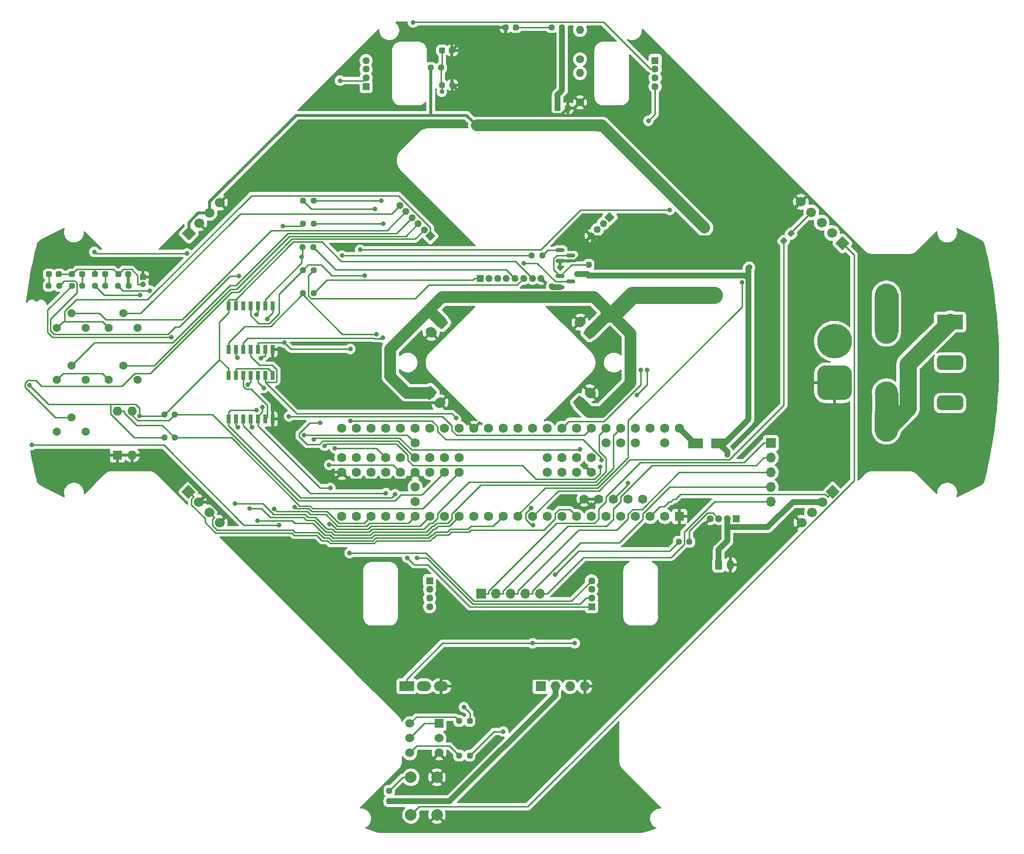
<source format=gtl>
G04 #@! TF.GenerationSoftware,KiCad,Pcbnew,(6.0.1)*
G04 #@! TF.CreationDate,2022-02-25T12:40:39+09:00*
G04 #@! TF.ProjectId,main20220221,6d61696e-3230-4323-9230-3232312e6b69,rev?*
G04 #@! TF.SameCoordinates,Original*
G04 #@! TF.FileFunction,Copper,L1,Top*
G04 #@! TF.FilePolarity,Positive*
%FSLAX46Y46*%
G04 Gerber Fmt 4.6, Leading zero omitted, Abs format (unit mm)*
G04 Created by KiCad (PCBNEW (6.0.1)) date 2022-02-25 12:40:39*
%MOMM*%
%LPD*%
G01*
G04 APERTURE LIST*
G04 Aperture macros list*
%AMRoundRect*
0 Rectangle with rounded corners*
0 $1 Rounding radius*
0 $2 $3 $4 $5 $6 $7 $8 $9 X,Y pos of 4 corners*
0 Add a 4 corners polygon primitive as box body*
4,1,4,$2,$3,$4,$5,$6,$7,$8,$9,$2,$3,0*
0 Add four circle primitives for the rounded corners*
1,1,$1+$1,$2,$3*
1,1,$1+$1,$4,$5*
1,1,$1+$1,$6,$7*
1,1,$1+$1,$8,$9*
0 Add four rect primitives between the rounded corners*
20,1,$1+$1,$2,$3,$4,$5,0*
20,1,$1+$1,$4,$5,$6,$7,0*
20,1,$1+$1,$6,$7,$8,$9,0*
20,1,$1+$1,$8,$9,$2,$3,0*%
%AMHorizOval*
0 Thick line with rounded ends*
0 $1 width*
0 $2 $3 position (X,Y) of the first rounded end (center of the circle)*
0 $4 $5 position (X,Y) of the second rounded end (center of the circle)*
0 Add line between two ends*
20,1,$1,$2,$3,$4,$5,0*
0 Add two circle primitives to create the rounded ends*
1,1,$1,$2,$3*
1,1,$1,$4,$5*%
%AMRotRect*
0 Rectangle, with rotation*
0 The origin of the aperture is its center*
0 $1 length*
0 $2 width*
0 $3 Rotation angle, in degrees counterclockwise*
0 Add horizontal line*
21,1,$1,$2,0,0,$3*%
G04 Aperture macros list end*
G04 #@! TA.AperFunction,EtchedComponent*
%ADD10C,0.100000*%
G04 #@! TD*
G04 #@! TA.AperFunction,SMDPad,CuDef*
%ADD11RoundRect,0.237500X-0.250000X-0.237500X0.250000X-0.237500X0.250000X0.237500X-0.250000X0.237500X0*%
G04 #@! TD*
G04 #@! TA.AperFunction,SMDPad,CuDef*
%ADD12RoundRect,0.237500X-0.287500X-0.237500X0.287500X-0.237500X0.287500X0.237500X-0.287500X0.237500X0*%
G04 #@! TD*
G04 #@! TA.AperFunction,SMDPad,CuDef*
%ADD13RoundRect,0.150000X-0.587500X-0.150000X0.587500X-0.150000X0.587500X0.150000X-0.587500X0.150000X0*%
G04 #@! TD*
G04 #@! TA.AperFunction,ComponentPad*
%ADD14C,1.400000*%
G04 #@! TD*
G04 #@! TA.AperFunction,ComponentPad*
%ADD15O,1.400000X1.400000*%
G04 #@! TD*
G04 #@! TA.AperFunction,SMDPad,CuDef*
%ADD16R,2.500000X1.800000*%
G04 #@! TD*
G04 #@! TA.AperFunction,ComponentPad*
%ADD17R,1.250000X1.250000*%
G04 #@! TD*
G04 #@! TA.AperFunction,ComponentPad*
%ADD18C,1.250000*%
G04 #@! TD*
G04 #@! TA.AperFunction,ComponentPad*
%ADD19R,1.700000X1.700000*%
G04 #@! TD*
G04 #@! TA.AperFunction,ComponentPad*
%ADD20O,1.700000X1.700000*%
G04 #@! TD*
G04 #@! TA.AperFunction,SMDPad,CuDef*
%ADD21RoundRect,0.237500X0.287500X0.237500X-0.287500X0.237500X-0.287500X-0.237500X0.287500X-0.237500X0*%
G04 #@! TD*
G04 #@! TA.AperFunction,ComponentPad*
%ADD22R,1.600000X1.600000*%
G04 #@! TD*
G04 #@! TA.AperFunction,ComponentPad*
%ADD23O,1.600000X1.600000*%
G04 #@! TD*
G04 #@! TA.AperFunction,ComponentPad*
%ADD24R,2.500000X1.700000*%
G04 #@! TD*
G04 #@! TA.AperFunction,ComponentPad*
%ADD25O,2.500000X1.700000*%
G04 #@! TD*
G04 #@! TA.AperFunction,ComponentPad*
%ADD26C,1.431000*%
G04 #@! TD*
G04 #@! TA.AperFunction,SMDPad,CuDef*
%ADD27RoundRect,0.237500X0.250000X0.237500X-0.250000X0.237500X-0.250000X-0.237500X0.250000X-0.237500X0*%
G04 #@! TD*
G04 #@! TA.AperFunction,ComponentPad*
%ADD28RoundRect,0.250000X-0.954594X-0.106066X-0.106066X-0.954594X0.954594X0.106066X0.106066X0.954594X0*%
G04 #@! TD*
G04 #@! TA.AperFunction,ComponentPad*
%ADD29HorizOval,1.700000X-0.106066X-0.106066X0.106066X0.106066X0*%
G04 #@! TD*
G04 #@! TA.AperFunction,SMDPad,CuDef*
%ADD30RoundRect,0.237500X-0.300000X-0.237500X0.300000X-0.237500X0.300000X0.237500X-0.300000X0.237500X0*%
G04 #@! TD*
G04 #@! TA.AperFunction,ComponentPad*
%ADD31RoundRect,0.250000X0.106066X-0.954594X0.954594X-0.106066X-0.106066X0.954594X-0.954594X0.106066X0*%
G04 #@! TD*
G04 #@! TA.AperFunction,ComponentPad*
%ADD32HorizOval,1.700000X-0.106066X0.106066X0.106066X-0.106066X0*%
G04 #@! TD*
G04 #@! TA.AperFunction,ComponentPad*
%ADD33RoundRect,0.250000X-0.106066X0.954594X-0.954594X0.106066X0.106066X-0.954594X0.954594X-0.106066X0*%
G04 #@! TD*
G04 #@! TA.AperFunction,SMDPad,CuDef*
%ADD34R,0.698500X1.597660*%
G04 #@! TD*
G04 #@! TA.AperFunction,ComponentPad*
%ADD35C,4.000000*%
G04 #@! TD*
G04 #@! TA.AperFunction,ComponentPad*
%ADD36R,1.000000X1.000000*%
G04 #@! TD*
G04 #@! TA.AperFunction,ComponentPad*
%ADD37O,1.000000X1.000000*%
G04 #@! TD*
G04 #@! TA.AperFunction,ComponentPad*
%ADD38RoundRect,0.250000X-0.350000X-0.625000X0.350000X-0.625000X0.350000X0.625000X-0.350000X0.625000X0*%
G04 #@! TD*
G04 #@! TA.AperFunction,ComponentPad*
%ADD39O,1.200000X1.750000*%
G04 #@! TD*
G04 #@! TA.AperFunction,SMDPad,CuDef*
%ADD40RoundRect,0.237500X0.237500X-0.250000X0.237500X0.250000X-0.237500X0.250000X-0.237500X-0.250000X0*%
G04 #@! TD*
G04 #@! TA.AperFunction,ComponentPad*
%ADD41RoundRect,0.631000X-1.631000X-0.631000X1.631000X-0.631000X1.631000X0.631000X-1.631000X0.631000X0*%
G04 #@! TD*
G04 #@! TA.AperFunction,ComponentPad*
%ADD42R,4.524000X2.524000*%
G04 #@! TD*
G04 #@! TA.AperFunction,ComponentPad*
%ADD43R,1.251000X1.251000*%
G04 #@! TD*
G04 #@! TA.AperFunction,ComponentPad*
%ADD44C,1.251000*%
G04 #@! TD*
G04 #@! TA.AperFunction,ComponentPad*
%ADD45C,2.000000*%
G04 #@! TD*
G04 #@! TA.AperFunction,ComponentPad*
%ADD46RoundRect,1.500000X1.500000X-1.500000X1.500000X1.500000X-1.500000X1.500000X-1.500000X-1.500000X0*%
G04 #@! TD*
G04 #@! TA.AperFunction,ComponentPad*
%ADD47C,6.000000*%
G04 #@! TD*
G04 #@! TA.AperFunction,SMDPad,CuDef*
%ADD48RoundRect,0.237500X-0.008839X-0.344715X0.344715X0.008839X0.008839X0.344715X-0.344715X-0.008839X0*%
G04 #@! TD*
G04 #@! TA.AperFunction,ComponentPad*
%ADD49R,1.524000X1.524000*%
G04 #@! TD*
G04 #@! TA.AperFunction,ComponentPad*
%ADD50C,1.524000*%
G04 #@! TD*
G04 #@! TA.AperFunction,ComponentPad*
%ADD51RoundRect,0.250000X0.954594X0.106066X0.106066X0.954594X-0.954594X-0.106066X-0.106066X-0.954594X0*%
G04 #@! TD*
G04 #@! TA.AperFunction,ComponentPad*
%ADD52HorizOval,1.700000X0.106066X0.106066X-0.106066X-0.106066X0*%
G04 #@! TD*
G04 #@! TA.AperFunction,ComponentPad*
%ADD53RotRect,1.251000X1.251000X225.000000*%
G04 #@! TD*
G04 #@! TA.AperFunction,ComponentPad*
%ADD54RotRect,1.251000X1.251000X135.000000*%
G04 #@! TD*
G04 #@! TA.AperFunction,ComponentPad*
%ADD55RotRect,1.700000X1.700000X225.000000*%
G04 #@! TD*
G04 #@! TA.AperFunction,ComponentPad*
%ADD56HorizOval,1.700000X0.000000X0.000000X0.000000X0.000000X0*%
G04 #@! TD*
G04 #@! TA.AperFunction,ComponentPad*
%ADD57C,1.600000*%
G04 #@! TD*
G04 #@! TA.AperFunction,ComponentPad*
%ADD58RotRect,1.700000X1.700000X135.000000*%
G04 #@! TD*
G04 #@! TA.AperFunction,ComponentPad*
%ADD59HorizOval,1.700000X0.000000X0.000000X0.000000X0.000000X0*%
G04 #@! TD*
G04 #@! TA.AperFunction,ComponentPad*
%ADD60RotRect,1.700000X1.700000X45.000000*%
G04 #@! TD*
G04 #@! TA.AperFunction,ComponentPad*
%ADD61HorizOval,1.700000X0.000000X0.000000X0.000000X0.000000X0*%
G04 #@! TD*
G04 #@! TA.AperFunction,ComponentPad*
%ADD62RotRect,1.700000X1.700000X315.000000*%
G04 #@! TD*
G04 #@! TA.AperFunction,ComponentPad*
%ADD63HorizOval,1.700000X0.000000X0.000000X0.000000X0.000000X0*%
G04 #@! TD*
G04 #@! TA.AperFunction,ViaPad*
%ADD64C,0.800000*%
G04 #@! TD*
G04 #@! TA.AperFunction,Conductor*
%ADD65C,0.500000*%
G04 #@! TD*
G04 #@! TA.AperFunction,Conductor*
%ADD66C,0.250000*%
G04 #@! TD*
G04 #@! TA.AperFunction,Conductor*
%ADD67C,1.000000*%
G04 #@! TD*
G04 #@! TA.AperFunction,Conductor*
%ADD68C,2.000000*%
G04 #@! TD*
G04 #@! TA.AperFunction,Conductor*
%ADD69C,3.000000*%
G04 #@! TD*
G04 APERTURE END LIST*
D10*
X198100000Y-95046000D02*
X202000000Y-95246000D01*
X202000000Y-95246000D02*
X202000000Y-101846000D01*
X202000000Y-101846000D02*
X198000000Y-101846000D01*
X198000000Y-101846000D02*
X198100000Y-95046000D01*
G36*
X202000000Y-95246000D02*
G01*
X202000000Y-101846000D01*
X198000000Y-101846000D01*
X198100000Y-95046000D01*
X202000000Y-95246000D01*
G37*
X202000000Y-95246000D02*
X202000000Y-101846000D01*
X198000000Y-101846000D01*
X198100000Y-95046000D01*
X202000000Y-95246000D01*
X198000000Y-78054000D02*
X202000000Y-78054000D01*
X202000000Y-78054000D02*
X202000000Y-84754000D01*
X202000000Y-84754000D02*
X198000000Y-84754000D01*
X198000000Y-84754000D02*
X198000000Y-78054000D01*
G36*
X202000000Y-84754000D02*
G01*
X198000000Y-84754000D01*
X198000000Y-78054000D01*
X202000000Y-78054000D01*
X202000000Y-84754000D01*
G37*
X202000000Y-84754000D02*
X198000000Y-84754000D01*
X198000000Y-78054000D01*
X202000000Y-78054000D01*
X202000000Y-84754000D01*
D11*
X63087500Y-76735000D03*
X64912500Y-76735000D03*
D12*
X59125000Y-74735000D03*
X60875000Y-74735000D03*
D13*
X143562500Y-70550000D03*
X143562500Y-72450000D03*
X145437500Y-71500000D03*
D14*
X147000000Y-45000000D03*
D15*
X147000000Y-39920000D03*
D16*
X167000000Y-104000000D03*
X171000000Y-104000000D03*
D17*
X129750000Y-75425000D03*
D18*
X131250000Y-75425000D03*
X132750000Y-75425000D03*
X134250000Y-75425000D03*
X135750000Y-75425000D03*
X137250000Y-75425000D03*
X138750000Y-75425000D03*
X140250000Y-75425000D03*
D19*
X140190000Y-146000000D03*
D20*
X142730000Y-146000000D03*
X145270000Y-146000000D03*
X147810000Y-146000000D03*
D21*
X56875000Y-74735000D03*
X55125000Y-74735000D03*
D22*
X67000000Y-106000000D03*
D23*
X69540000Y-106000000D03*
X69540000Y-98380000D03*
X67000000Y-98380000D03*
D11*
X75087500Y-99000000D03*
X76912500Y-99000000D03*
D13*
X143562500Y-75050000D03*
X143562500Y-76950000D03*
X145437500Y-76000000D03*
D11*
X121175000Y-39000000D03*
X123000000Y-39000000D03*
X75087500Y-103000000D03*
X76912500Y-103000000D03*
X99000000Y-70000000D03*
X100825000Y-70000000D03*
D24*
X117000000Y-146000000D03*
D25*
X120000000Y-146000000D03*
X123000000Y-146000000D03*
D26*
X56500000Y-84000000D03*
X59000000Y-81500000D03*
X61500000Y-84000000D03*
D27*
X127912500Y-152000000D03*
X126087500Y-152000000D03*
D28*
X121000000Y-95232200D03*
D29*
X122767767Y-96999967D03*
D30*
X143137500Y-46000000D03*
X144862500Y-46000000D03*
D31*
X147000000Y-97000000D03*
D32*
X148767767Y-95232233D03*
D33*
X123000000Y-83000000D03*
D32*
X121232233Y-84767767D03*
D17*
X174000000Y-117000000D03*
D18*
X172500000Y-117000000D03*
X171000000Y-117000000D03*
X169500000Y-117000000D03*
D34*
X86192540Y-99764280D03*
X87462540Y-99764280D03*
X88732540Y-99764280D03*
X90000000Y-99764280D03*
X91267460Y-99764280D03*
X92537460Y-99764280D03*
X93807460Y-99764280D03*
X93807460Y-92235720D03*
X92537460Y-92235720D03*
X91267460Y-92235720D03*
X90000000Y-92235720D03*
X88732540Y-92235720D03*
X87462540Y-92235720D03*
X86192540Y-92235720D03*
D35*
X200000000Y-84754000D03*
X200000000Y-95246000D03*
X200000000Y-78316000D03*
X200000000Y-101684000D03*
D36*
X71374000Y-75184000D03*
D37*
X71374000Y-76454000D03*
D38*
X171000000Y-125000000D03*
D39*
X173000000Y-125000000D03*
D40*
X114000000Y-165912500D03*
X114000000Y-164087500D03*
D41*
X211000000Y-97000000D03*
D42*
X211000000Y-83000000D03*
D41*
X211000000Y-90000000D03*
D43*
X110000000Y-42250000D03*
D44*
X110000000Y-40750000D03*
X110000000Y-39250000D03*
X110000000Y-37750000D03*
D26*
X65500000Y-93000000D03*
X68000000Y-90500000D03*
X70500000Y-93000000D03*
D12*
X134125000Y-32000000D03*
X135875000Y-32000000D03*
D27*
X127912500Y-158000000D03*
X126087500Y-158000000D03*
D14*
X147000000Y-37540000D03*
D15*
X147000000Y-32460000D03*
D45*
X117750000Y-161750000D03*
X117750000Y-168250000D03*
X122250000Y-168250000D03*
X122250000Y-161750000D03*
D46*
X191000000Y-93500000D03*
D47*
X191000000Y-86300000D03*
D34*
X86192540Y-87764280D03*
X87462540Y-87764280D03*
X88732540Y-87764280D03*
X90000000Y-87764280D03*
X91267460Y-87764280D03*
X92537460Y-87764280D03*
X93807460Y-87764280D03*
X93807460Y-80235720D03*
X92537460Y-80235720D03*
X91267460Y-80235720D03*
X90000000Y-80235720D03*
X88732540Y-80235720D03*
X87462540Y-80235720D03*
X86192540Y-80235720D03*
D43*
X121000000Y-127750000D03*
D44*
X121000000Y-129250000D03*
X121000000Y-130750000D03*
X121000000Y-132250000D03*
D12*
X67125000Y-74735000D03*
X68875000Y-74735000D03*
X63125000Y-74735000D03*
X64875000Y-74735000D03*
D48*
X182234765Y-68971235D03*
X183525235Y-67680765D03*
D27*
X56912500Y-76735000D03*
X55087500Y-76735000D03*
D26*
X65500000Y-84000000D03*
X68000000Y-81500000D03*
X70500000Y-84000000D03*
X56500000Y-93000000D03*
X59000000Y-90500000D03*
X61500000Y-93000000D03*
D19*
X129925000Y-130000000D03*
D20*
X132465000Y-130000000D03*
X135005000Y-130000000D03*
X137545000Y-130000000D03*
X140085000Y-130000000D03*
D11*
X123087500Y-42000000D03*
X124912500Y-42000000D03*
D49*
X122645000Y-152460000D03*
D50*
X122645000Y-155000000D03*
X122645000Y-157540000D03*
X117565000Y-152460000D03*
X117565000Y-155000000D03*
X117565000Y-157540000D03*
D11*
X99087500Y-78000000D03*
X100912500Y-78000000D03*
X138660500Y-71501000D03*
X140485500Y-71501000D03*
X99087500Y-62000000D03*
X100912500Y-62000000D03*
X99087500Y-74000000D03*
X100912500Y-74000000D03*
X164087500Y-121000000D03*
X165912500Y-121000000D03*
D40*
X148500000Y-74912500D03*
X148500000Y-73087500D03*
D51*
X148767800Y-84767800D03*
D52*
X147000033Y-83000033D03*
D26*
X56500000Y-102000000D03*
X59000000Y-99500000D03*
X61500000Y-102000000D03*
D53*
X152121290Y-64878710D03*
D44*
X151060630Y-65939370D03*
X149999970Y-67000030D03*
X148939310Y-68060690D03*
D11*
X99087500Y-66000000D03*
X100912500Y-66000000D03*
D30*
X123137500Y-36000000D03*
X124862500Y-36000000D03*
D43*
X160000000Y-37750000D03*
D44*
X160000000Y-39250000D03*
X160000000Y-40750000D03*
X160000000Y-42250000D03*
D54*
X121121300Y-68121300D03*
D44*
X120060640Y-67060640D03*
X118999980Y-65999980D03*
X117939319Y-64939319D03*
X116878659Y-63878659D03*
X115817999Y-62817999D03*
D27*
X143912500Y-32000000D03*
X142087500Y-32000000D03*
D11*
X59087500Y-76735000D03*
X60912500Y-76735000D03*
X67087500Y-76735000D03*
X68912500Y-76735000D03*
D43*
X149000000Y-132250000D03*
D44*
X149000000Y-130750000D03*
X149000000Y-129250000D03*
X149000000Y-127750000D03*
D55*
X79295300Y-112330700D03*
D56*
X81091351Y-114126751D03*
X82887402Y-115922802D03*
X84683454Y-117718854D03*
D19*
X180000000Y-103925000D03*
D20*
X180000000Y-106465000D03*
X180000000Y-109005000D03*
X180000000Y-111545000D03*
X180000000Y-114085000D03*
D22*
X164210000Y-116620000D03*
D57*
X161670000Y-116620000D03*
X159130000Y-116620000D03*
X156590000Y-116620000D03*
X154050000Y-116620000D03*
X151510000Y-116620000D03*
X148970000Y-116620000D03*
X146430000Y-116620000D03*
X143890000Y-116620000D03*
X141350000Y-116620000D03*
X138810000Y-116620000D03*
X136270000Y-116620000D03*
X133730000Y-116620000D03*
X131190000Y-116620000D03*
X128650000Y-116620000D03*
X126110000Y-116620000D03*
X123570000Y-116620000D03*
X121030000Y-116620000D03*
X118490000Y-116620000D03*
X115950000Y-116620000D03*
X113410000Y-116620000D03*
X110870000Y-116620000D03*
X108330000Y-116620000D03*
X105790000Y-116620000D03*
X118490000Y-114080000D03*
X118490000Y-111540000D03*
X118490000Y-109000000D03*
X118490000Y-106460000D03*
X118490000Y-103920000D03*
X105790000Y-101380000D03*
X108330000Y-101380000D03*
X110870000Y-101380000D03*
X113410000Y-101380000D03*
X115950000Y-101380000D03*
X118490000Y-101380000D03*
X121030000Y-101380000D03*
X123570000Y-101380000D03*
X126110000Y-101380000D03*
X128650000Y-101380000D03*
X131190000Y-101380000D03*
X133730000Y-101380000D03*
X136270000Y-101380000D03*
X138810000Y-101380000D03*
X141350000Y-101380000D03*
X143890000Y-101380000D03*
X146430000Y-101380000D03*
X148970000Y-101380000D03*
X151510000Y-101380000D03*
X154050000Y-101380000D03*
X156590000Y-101380000D03*
X159130000Y-101380000D03*
X161670000Y-101380000D03*
X164210000Y-101380000D03*
X161670000Y-103920000D03*
X156590000Y-103920000D03*
X154050000Y-103920000D03*
X151510000Y-103920000D03*
X157860000Y-113620000D03*
X155320000Y-113620000D03*
X152780000Y-113620000D03*
X150240000Y-113620000D03*
X147700000Y-113620000D03*
X148970000Y-109000000D03*
X146430000Y-109000000D03*
X143890000Y-109000000D03*
X141350000Y-109000000D03*
X126110000Y-109000000D03*
X123570000Y-109000000D03*
X121030000Y-109000000D03*
X115950000Y-109000000D03*
X113410000Y-109000000D03*
X110870000Y-109000000D03*
X108330000Y-109000000D03*
X105790000Y-109000000D03*
X105790000Y-106460000D03*
X108330000Y-106460000D03*
X110870000Y-106460000D03*
X113410000Y-106460000D03*
X115950000Y-106460000D03*
X121030000Y-106460000D03*
X123570000Y-106460000D03*
X126110000Y-106460000D03*
X141350000Y-106460000D03*
X143890000Y-106460000D03*
X146430000Y-106460000D03*
X148970000Y-106460000D03*
D58*
X190704700Y-112330700D03*
D59*
X188908649Y-114126751D03*
X187112598Y-115922802D03*
X185316546Y-117718854D03*
D60*
X192388200Y-69388200D03*
D61*
X190592149Y-67592149D03*
X188796098Y-65796098D03*
X187000046Y-64000046D03*
X185203995Y-62203995D03*
D62*
X79330700Y-67704700D03*
D63*
X81126751Y-65908649D03*
X82922802Y-64112598D03*
X84718854Y-62316546D03*
D64*
X130744000Y-32913500D03*
X94911100Y-118105500D03*
X99258700Y-102568400D03*
X52150000Y-104263600D03*
X143504000Y-43298000D03*
X146460500Y-74680900D03*
X142115800Y-76842000D03*
X172466000Y-105918000D03*
X176276000Y-73533000D03*
X170180000Y-78359000D03*
X129159000Y-48990500D03*
X168529000Y-66675000D03*
X167132000Y-78359000D03*
X168572000Y-78316000D03*
X118806900Y-123766300D03*
X117125300Y-123766300D03*
X107139500Y-122965100D03*
X105489900Y-41225300D03*
X104604800Y-104844900D03*
X174998400Y-76155000D03*
X103604200Y-107709200D03*
X118109300Y-31161800D03*
X158582300Y-91311300D03*
X156804100Y-95647100D03*
X138850400Y-118124900D03*
X138572600Y-115163600D03*
X108992400Y-70486800D03*
X158824300Y-48195200D03*
X162523900Y-63600400D03*
X157490600Y-91319300D03*
X138814900Y-138558600D03*
X70769500Y-99227600D03*
X146075600Y-138558600D03*
X51794100Y-93917700D03*
X112655900Y-62000000D03*
X112953100Y-66000000D03*
X102023700Y-100434000D03*
X62999600Y-70862100D03*
X79015200Y-71137200D03*
X142681700Y-126693100D03*
X111768000Y-85098100D03*
X112895400Y-85694300D03*
X111511800Y-63415100D03*
X109761400Y-74922000D03*
X150752800Y-106896500D03*
X95895600Y-86590200D03*
X107267800Y-87651800D03*
X95620500Y-66412600D03*
X155284100Y-110863900D03*
X107267800Y-100091900D03*
X137262300Y-72819700D03*
X102815800Y-104373400D03*
X98867500Y-71733700D03*
X150444800Y-108082300D03*
X87748400Y-89214100D03*
X91229000Y-117330100D03*
X90296500Y-101234900D03*
X125617100Y-99548900D03*
X103809800Y-111688100D03*
X91810800Y-89226000D03*
X92076300Y-97752700D03*
X103630300Y-117974800D03*
X92286000Y-94403400D03*
X92934200Y-82458100D03*
X94119500Y-115303900D03*
X91073000Y-98251800D03*
X90997700Y-81702600D03*
X115022000Y-112793900D03*
X113410000Y-112591800D03*
X123087500Y-43138600D03*
X126907100Y-149616700D03*
X133734800Y-153839200D03*
X96669400Y-99316600D03*
X72615600Y-77555700D03*
X70929400Y-78331000D03*
X87340800Y-114418900D03*
X76301300Y-85611500D03*
X89826800Y-115236700D03*
X147037700Y-104983800D03*
X100921300Y-103350100D03*
X87957700Y-75058100D03*
X87845600Y-101218900D03*
X89519700Y-93800700D03*
X105831200Y-71501000D03*
X97643200Y-115016300D03*
D65*
X131657500Y-32000000D02*
X130744000Y-32913500D01*
X128650000Y-101380000D02*
X126517400Y-99247400D01*
X129973700Y-47061200D02*
X143801300Y-47061200D01*
X149104200Y-68225600D02*
X148939300Y-68060700D01*
X82046200Y-113172000D02*
X74874200Y-106000000D01*
X146000000Y-46000000D02*
X147000000Y-45000000D01*
X83001000Y-114126800D02*
X81091400Y-114126800D01*
X124912500Y-42000000D02*
X129973700Y-47061200D01*
X123000000Y-144649700D02*
X147810000Y-144649700D01*
X101744100Y-97000000D02*
X93807500Y-89063400D01*
X125918600Y-98648600D02*
X125224700Y-97954700D01*
X124862500Y-36000000D02*
X124862500Y-41950000D01*
X147700000Y-113620000D02*
X150240000Y-113620000D01*
X126517400Y-99175900D02*
X125990100Y-98648600D01*
X134125000Y-32000000D02*
X131657500Y-32000000D01*
X117162300Y-110327700D02*
X107117700Y-110327700D01*
X122767800Y-97000000D02*
X101744100Y-97000000D01*
X84683500Y-117718900D02*
X85638300Y-116764100D01*
X122767800Y-97000000D02*
X123722600Y-97954700D01*
X143801300Y-47061200D02*
X144862500Y-46000000D01*
X144862500Y-46000000D02*
X146000000Y-46000000D01*
X107117700Y-110327700D02*
X105790000Y-109000000D01*
X149104200Y-68225600D02*
X149104200Y-69509400D01*
X93807500Y-87764300D02*
X93807500Y-89063400D01*
X125224700Y-97954700D02*
X123722600Y-97954700D01*
X147810000Y-144649700D02*
X154725600Y-144649700D01*
X130744000Y-32913500D02*
X127949000Y-32913500D01*
X124862500Y-41950000D02*
X124912500Y-42000000D01*
X154725600Y-144649700D02*
X173000000Y-126375300D01*
X149104200Y-69509400D02*
X146163600Y-72450000D01*
X123000000Y-146000000D02*
X123000000Y-144649700D01*
X85638300Y-116764100D02*
X83001000Y-114126800D01*
X173000000Y-125000000D02*
X173000000Y-126375300D01*
X126517400Y-99247400D02*
X126517400Y-99175900D01*
X125990100Y-98648600D02*
X125918600Y-98648600D01*
X179182400Y-68225600D02*
X149104200Y-68225600D01*
X146163600Y-72450000D02*
X143562500Y-72450000D01*
X105790000Y-109000000D02*
X101744100Y-109000000D01*
X101744100Y-109000000D02*
X93807500Y-101063400D01*
X74874200Y-106000000D02*
X69540000Y-106000000D01*
X81091400Y-114126800D02*
X82046200Y-113172000D01*
X118490000Y-109000000D02*
X117162300Y-110327700D01*
X69540000Y-106000000D02*
X67000000Y-106000000D01*
X93807500Y-99764300D02*
X93807500Y-101063400D01*
X147810000Y-146000000D02*
X147810000Y-144649700D01*
X127949000Y-32913500D02*
X124862500Y-36000000D01*
X185204000Y-62204000D02*
X179182400Y-68225600D01*
D66*
X69540000Y-98380000D02*
X69540000Y-99146700D01*
X98328300Y-113897300D02*
X115015000Y-113897300D01*
X83431000Y-99000000D02*
X98328300Y-113897300D01*
X76912500Y-99000000D02*
X83431000Y-99000000D01*
X70439100Y-100045800D02*
X75866700Y-100045800D01*
X75866700Y-100045800D02*
X76912500Y-99000000D01*
X116020800Y-112891500D02*
X119678500Y-112891500D01*
X69540000Y-99146700D02*
X70439100Y-100045800D01*
X119678500Y-112891500D02*
X123570000Y-109000000D01*
X115015000Y-113897300D02*
X116020800Y-112891500D01*
X67000000Y-98380000D02*
X68175300Y-98380000D01*
X98514500Y-114791100D02*
X100277000Y-114791100D01*
X100277000Y-114791100D02*
X100743900Y-115258000D01*
X70255400Y-100825400D02*
X68175300Y-98745300D01*
X119852000Y-115258000D02*
X126110000Y-109000000D01*
X76912500Y-103000000D02*
X86723400Y-103000000D01*
X86723400Y-103000000D02*
X98514500Y-114791100D01*
X100743900Y-115258000D02*
X119852000Y-115258000D01*
X74737900Y-100825400D02*
X70255400Y-100825400D01*
X76912500Y-103000000D02*
X74737900Y-100825400D01*
X68175300Y-98745300D02*
X68175300Y-98380000D01*
X52150000Y-104263700D02*
X74995600Y-104263700D01*
X88837400Y-118105500D02*
X94911100Y-118105500D01*
X117138400Y-102568400D02*
X99258700Y-102568400D01*
X118490000Y-103920000D02*
X117138400Y-102568400D01*
X74995600Y-104263700D02*
X88837400Y-118105500D01*
X52150000Y-104263600D02*
X52150000Y-104263700D01*
D67*
X167000000Y-104000000D02*
X166830000Y-104000000D01*
X166830000Y-104000000D02*
X164210000Y-101380000D01*
X114000000Y-165912500D02*
X124417800Y-165912500D01*
X172466000Y-105466000D02*
X171000000Y-104000000D01*
X175632800Y-74912500D02*
X176149000Y-75428700D01*
X124417800Y-165912500D02*
X142730000Y-147600300D01*
X143912500Y-42889500D02*
X143504000Y-43298000D01*
X143137500Y-43664500D02*
X143504000Y-43298000D01*
X171000000Y-122370000D02*
X171000000Y-125000000D01*
X143137500Y-46000000D02*
X143137500Y-43664500D01*
X188908600Y-114126800D02*
X183794400Y-114126800D01*
X142115800Y-76842000D02*
X142223800Y-76950000D01*
X171000000Y-104000000D02*
X171971000Y-104000000D01*
X176149000Y-73660000D02*
X176276000Y-73533000D01*
X172500000Y-118500000D02*
X172500000Y-120870000D01*
X179421200Y-118500000D02*
X172500000Y-118500000D01*
X172500000Y-120870000D02*
X171000000Y-122370000D01*
X183794400Y-114126800D02*
X179421200Y-118500000D01*
X172466000Y-105918000D02*
X172466000Y-105466000D01*
X172500000Y-117000000D02*
X172500000Y-118500000D01*
X143912500Y-32000000D02*
X143912500Y-42889500D01*
X142223800Y-76950000D02*
X143562500Y-76950000D01*
X171971000Y-104000000D02*
X176149000Y-99822000D01*
X142730000Y-146000000D02*
X142730000Y-147600300D01*
X146460500Y-74680900D02*
X148268400Y-74680900D01*
X176149000Y-75428700D02*
X176149000Y-73660000D01*
X148500000Y-74912500D02*
X175632800Y-74912500D01*
X176149000Y-99822000D02*
X176149000Y-75428700D01*
X148268400Y-74680900D02*
X148500000Y-74912500D01*
D66*
X142087500Y-32000000D02*
X135875000Y-32000000D01*
X64912500Y-74772500D02*
X64912500Y-76735000D01*
X64875000Y-74735000D02*
X64912500Y-74772500D01*
D65*
X68912500Y-76735000D02*
X68875000Y-76697500D01*
X68875000Y-76697500D02*
X68875000Y-74735000D01*
D66*
X71374000Y-76454000D02*
X70498700Y-76454000D01*
X67976300Y-73883700D02*
X67125000Y-74735000D01*
X67125000Y-74735000D02*
X66263400Y-73873400D01*
X56875000Y-74735000D02*
X59125000Y-74735000D01*
X70498700Y-74964300D02*
X69418100Y-73883700D01*
X63125000Y-73873400D02*
X59986600Y-73873400D01*
X66263400Y-73873400D02*
X63125000Y-73873400D01*
X69418100Y-73883700D02*
X67976300Y-73883700D01*
X63125000Y-74735000D02*
X63125000Y-73873400D01*
X59986600Y-73873400D02*
X59125000Y-74735000D01*
X70498700Y-76454000D02*
X70498700Y-74964300D01*
X55087500Y-76735000D02*
X55125000Y-76697500D01*
X55125000Y-76697500D02*
X55125000Y-74735000D01*
D68*
X148552000Y-98552000D02*
X147000000Y-97000000D01*
X152019000Y-81516600D02*
X150393500Y-83142200D01*
D65*
X150393400Y-83142200D02*
X148767800Y-84767800D01*
D68*
X117059000Y-95232200D02*
X114189000Y-92362200D01*
D69*
X168572000Y-78316000D02*
X170137000Y-78316000D01*
D68*
X152019000Y-81280000D02*
X152019000Y-81516600D01*
X150393500Y-83142200D02*
X148768000Y-84767800D01*
X155702000Y-93599000D02*
X150749000Y-98552000D01*
D69*
X152255600Y-81516600D02*
X152839000Y-81516600D01*
D65*
X127393500Y-47225000D02*
X129159000Y-48990500D01*
D68*
X155702000Y-84963000D02*
X155702000Y-93599000D01*
D65*
X121175000Y-39000000D02*
X121175000Y-47225000D01*
D68*
X150428000Y-48990500D02*
X150824000Y-48990500D01*
X114189000Y-92362200D02*
X114189000Y-87614000D01*
X121000000Y-95232200D02*
X117059000Y-95232200D01*
X152019000Y-81280000D02*
X152255600Y-81516600D01*
D65*
X79330700Y-65785200D02*
X79330700Y-67704700D01*
D68*
X150209000Y-48990500D02*
X150241000Y-49022000D01*
X150824000Y-48990500D02*
X168508000Y-66675000D01*
X149443000Y-78704000D02*
X152019000Y-81280000D01*
X168508000Y-66675000D02*
X168529000Y-66675000D01*
D69*
X170137000Y-78316000D02*
X170180000Y-78359000D01*
D68*
X121026000Y-81026000D02*
X123000000Y-83000000D01*
X152255600Y-81516600D02*
X155702000Y-84963000D01*
X120777000Y-81026000D02*
X123099000Y-78704000D01*
D65*
X82922800Y-64112600D02*
X81003300Y-64112600D01*
D68*
X120777000Y-81026000D02*
X121026000Y-81026000D01*
X150209000Y-48990500D02*
X150428000Y-48990500D01*
D65*
X82922800Y-64112600D02*
X82922800Y-62175700D01*
X97873500Y-47225000D02*
X121175000Y-47225000D01*
X121175000Y-47225000D02*
X127393500Y-47225000D01*
D69*
X152019000Y-81516600D02*
X152255600Y-81516600D01*
D68*
X114189000Y-87614000D02*
X120777000Y-81026000D01*
D69*
X156040000Y-78316000D02*
X168572000Y-78316000D01*
D68*
X150209000Y-48990500D02*
X129159000Y-48990500D01*
D69*
X152839000Y-81516600D02*
X156040000Y-78316000D01*
D65*
X150393500Y-83142200D02*
X150393400Y-83142200D01*
X82922800Y-62175700D02*
X97873500Y-47225000D01*
D68*
X123099000Y-78704000D02*
X149443000Y-78704000D01*
X150241000Y-49022000D02*
X150460000Y-49022000D01*
D65*
X81003300Y-64112600D02*
X79330700Y-65785200D01*
D68*
X150460000Y-49022000D02*
X150428000Y-48990500D01*
X150749000Y-98552000D02*
X148552000Y-98552000D01*
D69*
X203750000Y-90250500D02*
X211000000Y-83000000D01*
X203750000Y-97934500D02*
X203750000Y-90250500D01*
X200000000Y-101684000D02*
X203750000Y-97934500D01*
D66*
X149000000Y-130750000D02*
X147999100Y-130750000D01*
X146999500Y-131749600D02*
X128446700Y-131749600D01*
X120463400Y-123766300D02*
X118806900Y-123766300D01*
X128446700Y-131749600D02*
X120463400Y-123766300D01*
X147999100Y-130750000D02*
X146999500Y-131749600D01*
X60875000Y-76697500D02*
X60875000Y-74735000D01*
X60912500Y-76735000D02*
X60875000Y-76697500D01*
X120694400Y-124954900D02*
X127989500Y-132250000D01*
X118313900Y-124954900D02*
X120694400Y-124954900D01*
X127989500Y-132250000D02*
X149000000Y-132250000D01*
X117125300Y-123766300D02*
X118313900Y-124954900D01*
X149000000Y-127750000D02*
X145515700Y-131234300D01*
X120369800Y-122965100D02*
X107139500Y-122965100D01*
X128639000Y-131234300D02*
X120369800Y-122965100D01*
X145515700Y-131234300D02*
X128639000Y-131234300D01*
X105489900Y-41225300D02*
X109524700Y-41225300D01*
X109524700Y-41225300D02*
X110000000Y-40750000D01*
X111794900Y-104844900D02*
X104604800Y-104844900D01*
X113410000Y-106460000D02*
X111794900Y-104844900D01*
X117750000Y-161750000D02*
X116337500Y-161750000D01*
X194382800Y-110405000D02*
X194382800Y-71382800D01*
X119161900Y-166838100D02*
X137949700Y-166838100D01*
X137949700Y-166838100D02*
X194382800Y-110405000D01*
X194382800Y-71382800D02*
X192388200Y-69388200D01*
X116337500Y-161750000D02*
X114000000Y-164087500D01*
X117750000Y-168250000D02*
X119161900Y-166838100D01*
X136270000Y-116620000D02*
X136270000Y-116369800D01*
X136270000Y-116369800D02*
X140963500Y-111676300D01*
X174998400Y-80374100D02*
X174998400Y-76155000D01*
X155320000Y-100052500D02*
X174998400Y-80374100D01*
X150093000Y-111676300D02*
X155320000Y-106449300D01*
X140963500Y-111676300D02*
X150093000Y-111676300D01*
X155320000Y-106449300D02*
X155320000Y-100052500D01*
X183525200Y-67474800D02*
X183525200Y-67680800D01*
X187000000Y-64000000D02*
X183525200Y-67474800D01*
X151061800Y-31093600D02*
X159218200Y-39250000D01*
X118177500Y-31093600D02*
X151061800Y-31093600D01*
X118109300Y-31161800D02*
X118177500Y-31093600D01*
X114659200Y-107709200D02*
X103604200Y-107709200D01*
X115950000Y-109000000D02*
X114659200Y-107709200D01*
X159218200Y-39250000D02*
X160000000Y-39250000D01*
X157394600Y-107294600D02*
X175405100Y-107294600D01*
X151510000Y-114101600D02*
X151510000Y-113179200D01*
X175405100Y-107294600D02*
X178774700Y-103925000D01*
X149514200Y-117795400D02*
X150240100Y-117069500D01*
X180000000Y-103925000D02*
X178774700Y-103925000D01*
X150240100Y-117069500D02*
X150240100Y-115371500D01*
X142936600Y-117795400D02*
X149514200Y-117795400D01*
X150240100Y-115371500D02*
X151510000Y-114101600D01*
X129925000Y-130000000D02*
X131150300Y-130000000D01*
X151510000Y-113179200D02*
X157394600Y-107294600D01*
X131150300Y-130000000D02*
X131150300Y-129581700D01*
X131150300Y-129581700D02*
X142936600Y-117795400D01*
X155320000Y-116185900D02*
X155320000Y-117034400D01*
X157759800Y-115382400D02*
X156123500Y-115382400D01*
X135005000Y-130000000D02*
X136230300Y-130000000D01*
X155320000Y-117034400D02*
X153335500Y-119018900D01*
X164137200Y-109005000D02*
X157759800Y-115382400D01*
X180000000Y-109005000D02*
X164137200Y-109005000D01*
X146709600Y-119018900D02*
X136230300Y-129498200D01*
X136230300Y-129498200D02*
X136230300Y-130000000D01*
X153335500Y-119018900D02*
X146709600Y-119018900D01*
X156123500Y-115382400D02*
X155320000Y-116185900D01*
X158582300Y-93868900D02*
X156804100Y-95647100D01*
X137634600Y-116101600D02*
X137634600Y-117126100D01*
X138633400Y-118124900D02*
X138850400Y-118124900D01*
X137634600Y-117126100D02*
X138633400Y-118124900D01*
X138572600Y-115163600D02*
X137634600Y-116101600D01*
X158582300Y-91311300D02*
X158582300Y-93868900D01*
X108992400Y-70486800D02*
X140206600Y-70486800D01*
X147093000Y-63600400D02*
X162523900Y-63600400D01*
X158824300Y-48195200D02*
X160000000Y-47019500D01*
X140206600Y-70486800D02*
X147093000Y-63600400D01*
X160000000Y-47019500D02*
X160000000Y-42250000D01*
X145092600Y-100177400D02*
X151135700Y-100177400D01*
X157490600Y-93822500D02*
X157490600Y-91319300D01*
X143890000Y-101380000D02*
X145092600Y-100177400D01*
X151135700Y-100177400D02*
X157490600Y-93822500D01*
X160831000Y-114919000D02*
X161538500Y-114919000D01*
X163131800Y-113679600D02*
X163485400Y-113679600D01*
X162428800Y-114028700D02*
X162782700Y-114028700D01*
X159130000Y-116620000D02*
X160831000Y-114919000D01*
X163485400Y-113679600D02*
X164350100Y-112814900D01*
X164350100Y-112814900D02*
X189456000Y-112814900D01*
X161538500Y-114919000D02*
X162428800Y-114028700D01*
X190704700Y-112330700D02*
X189838300Y-113197100D01*
X162782700Y-114028700D02*
X163131800Y-113679600D01*
X189456000Y-112814900D02*
X189838300Y-113197100D01*
X86192500Y-79648600D02*
X86192500Y-80235700D01*
X87462500Y-80235700D02*
X87462500Y-79061600D01*
X123216100Y-138558600D02*
X138814900Y-138558600D01*
X117565000Y-155000000D02*
X120105000Y-152460000D01*
X102371600Y-69138100D02*
X97386000Y-69138100D01*
X97386000Y-69138100D02*
X87462500Y-79061600D01*
X86192500Y-92235700D02*
X86192500Y-91061600D01*
X86192500Y-80235700D02*
X86192500Y-81409800D01*
X55068900Y-97192500D02*
X51794100Y-93917700D01*
X70769500Y-99227600D02*
X70769500Y-97873000D01*
X84609200Y-89478300D02*
X75087500Y-99000000D01*
X65801600Y-97192500D02*
X65801600Y-98894400D01*
X86192500Y-81409800D02*
X84609200Y-82993100D01*
X70769500Y-97873000D02*
X70089000Y-97192500D01*
X138814900Y-138558600D02*
X146075600Y-138558600D01*
X117000000Y-146000000D02*
X117000000Y-144774700D01*
X135816900Y-72491900D02*
X105725400Y-72491900D01*
X105725400Y-72491900D02*
X102371600Y-69138100D01*
X70089000Y-97192500D02*
X65801600Y-97192500D01*
X75087500Y-99000000D02*
X74859900Y-99227600D01*
X120105000Y-152460000D02*
X122645000Y-152460000D01*
X74859900Y-99227600D02*
X70769500Y-99227600D01*
X65801600Y-98894400D02*
X69907200Y-103000000D01*
X84609200Y-82993100D02*
X84609200Y-89478300D01*
X65801600Y-97192500D02*
X55068900Y-97192500D01*
X117000000Y-144774700D02*
X123216100Y-138558600D01*
X86192500Y-79061600D02*
X87462500Y-79061600D01*
X86192500Y-79648600D02*
X86192500Y-79061600D01*
X69907200Y-103000000D02*
X75087500Y-103000000D01*
X84609200Y-89478300D02*
X86192500Y-91061600D01*
X138750000Y-75425000D02*
X135816900Y-72491900D01*
X169042300Y-115999300D02*
X169999300Y-115999300D01*
X165912500Y-119129100D02*
X169042300Y-115999300D01*
X165912500Y-121000000D02*
X165912500Y-119129100D01*
X169999300Y-115999300D02*
X171000000Y-117000000D01*
X159471500Y-107794900D02*
X177444800Y-107794900D01*
X144886800Y-118295700D02*
X151563900Y-118295700D01*
X132465000Y-130000000D02*
X133690300Y-130000000D01*
X151563900Y-118295700D02*
X152780000Y-117079600D01*
X154050000Y-114101600D02*
X154050000Y-113216400D01*
X177444800Y-107794900D02*
X178774700Y-106465000D01*
X152780000Y-117079600D02*
X152780000Y-115371600D01*
X152780000Y-115371600D02*
X154050000Y-114101600D01*
X133690300Y-130000000D02*
X133690300Y-129492200D01*
X180000000Y-106465000D02*
X178774700Y-106465000D01*
X133690300Y-129492200D02*
X144886800Y-118295700D01*
X154050000Y-113216400D02*
X159471500Y-107794900D01*
X128136100Y-118954800D02*
X140752100Y-118954800D01*
X122229300Y-119796600D02*
X124263500Y-119796600D01*
X82112900Y-117599100D02*
X83968900Y-119455100D01*
X102425900Y-120830900D02*
X103337400Y-120830900D01*
X121560400Y-120330600D02*
X121695300Y-120330600D01*
X142709800Y-116997100D02*
X142709800Y-116131200D01*
X82112900Y-116979900D02*
X82112900Y-117599100D01*
X111834400Y-120830900D02*
X121060100Y-120830900D01*
X103803900Y-121297400D02*
X111367900Y-121297400D01*
X142709800Y-116131200D02*
X143417200Y-115423800D01*
X145233800Y-115423800D02*
X146430000Y-116620000D01*
X79295300Y-112330700D02*
X80161800Y-113197100D01*
X127794600Y-119296300D02*
X128136100Y-118954800D01*
X79806300Y-113552600D02*
X79806300Y-114673300D01*
X83968900Y-119455100D02*
X97127900Y-119455100D01*
X143417200Y-115423800D02*
X145233800Y-115423800D01*
X111367900Y-121297400D02*
X111834400Y-120830900D01*
X79806300Y-114673300D02*
X82112900Y-116979900D01*
X103337400Y-120830900D02*
X103803900Y-121297400D01*
X140752100Y-118954800D02*
X142709800Y-116997100D01*
X124263500Y-119796600D02*
X124763800Y-119296300D01*
X121695300Y-120330600D02*
X122229300Y-119796600D01*
X97127900Y-119455100D02*
X97548800Y-119876000D01*
X80161800Y-113197100D02*
X79806300Y-113552600D01*
X121060100Y-120830900D02*
X121560400Y-120330600D01*
X101471000Y-119876000D02*
X102425900Y-120830900D01*
X124763800Y-119296300D02*
X127794600Y-119296300D01*
X97548800Y-119876000D02*
X101471000Y-119876000D01*
X111627100Y-120330600D02*
X120852800Y-120330600D01*
X132469500Y-117795400D02*
X132554600Y-117795400D01*
X121353100Y-119830300D02*
X121488000Y-119830300D01*
X127587200Y-118796000D02*
X128087500Y-118295700D01*
X104011200Y-120797100D02*
X111160600Y-120797100D01*
X97756100Y-119375700D02*
X101678300Y-119375700D01*
X131969200Y-118295700D02*
X132469500Y-117795400D01*
X84186600Y-118954800D02*
X97335200Y-118954800D01*
X124056200Y-119296300D02*
X124556500Y-118796000D01*
X111160600Y-120797100D02*
X111627100Y-120330600D01*
X83395000Y-117148100D02*
X83395000Y-118163200D01*
X83753900Y-116789200D02*
X83395000Y-117148100D01*
X101678300Y-119375700D02*
X102633200Y-120330600D01*
X122022000Y-119296300D02*
X124056200Y-119296300D01*
X121488000Y-119830300D02*
X122022000Y-119296300D01*
X132554600Y-117795400D02*
X133730000Y-116620000D01*
X83395000Y-118163200D02*
X84186600Y-118954800D01*
X124556500Y-118796000D02*
X127587200Y-118796000D01*
X120852800Y-120330600D02*
X121353100Y-119830300D01*
X82887400Y-115922800D02*
X83753900Y-116789200D01*
X97335200Y-118954800D02*
X97756100Y-119375700D01*
X103544700Y-120330600D02*
X104011200Y-120797100D01*
X128087500Y-118295700D02*
X131969200Y-118295700D01*
X102633200Y-120330600D02*
X103544700Y-120330600D01*
X147085700Y-121176800D02*
X138770300Y-129492200D01*
X157860000Y-116209900D02*
X157860000Y-117101700D01*
X162524900Y-111545000D02*
X157860000Y-116209900D01*
X153784900Y-121176800D02*
X147085700Y-121176800D01*
X137545000Y-130000000D02*
X138770300Y-130000000D01*
X138770300Y-129492200D02*
X138770300Y-130000000D01*
X180000000Y-111545000D02*
X162524900Y-111545000D01*
X157860000Y-117101700D02*
X153784900Y-121176800D01*
X162752500Y-123698500D02*
X165000000Y-121451000D01*
X165000000Y-119334000D02*
X170249000Y-114085000D01*
X141310300Y-130000000D02*
X147611800Y-123698500D01*
X147611800Y-123698500D02*
X162752500Y-123698500D01*
X165000000Y-121451000D02*
X165000000Y-119334000D01*
X170249000Y-114085000D02*
X180000000Y-114085000D01*
X140085000Y-130000000D02*
X141310300Y-130000000D01*
X103215200Y-75697300D02*
X128477400Y-75697300D01*
X129750000Y-75425000D02*
X128749700Y-75425000D01*
X100912500Y-78000000D02*
X103215200Y-75697300D01*
X128477400Y-75697300D02*
X128749700Y-75425000D01*
X100912500Y-62000000D02*
X112655900Y-62000000D01*
X112953100Y-66000000D02*
X100912500Y-66000000D01*
X104743700Y-73918700D02*
X100825000Y-70000000D01*
X135750000Y-75425000D02*
X134243700Y-73918700D01*
X134243700Y-73918700D02*
X104743700Y-73918700D01*
X100457200Y-78906700D02*
X118463500Y-78906700D01*
X100000000Y-74912500D02*
X100000000Y-78449500D01*
X118463500Y-78906700D02*
X120815800Y-76554400D01*
X100912500Y-74000000D02*
X100000000Y-74912500D01*
X136120600Y-76554400D02*
X137250000Y-75425000D01*
X100000000Y-78449500D02*
X100457200Y-78906700D01*
X120815800Y-76554400D02*
X136120600Y-76554400D01*
X57626600Y-82873400D02*
X56500000Y-84000000D01*
X90157400Y-61110400D02*
X115581400Y-61110400D01*
X57862900Y-81088500D02*
X59845100Y-79106300D01*
X57862900Y-82873400D02*
X57626600Y-82873400D01*
X56500000Y-93000000D02*
X57636700Y-91863300D01*
X64363300Y-91863300D02*
X65500000Y-93000000D01*
X65500000Y-84000000D02*
X64373400Y-82873400D01*
X115581400Y-61110400D02*
X121121300Y-66650300D01*
X121121300Y-66650300D02*
X121121300Y-68121300D01*
X64373400Y-82873400D02*
X57862900Y-82873400D01*
X57636700Y-91863300D02*
X64363300Y-91863300D01*
X72161500Y-79106300D02*
X90157400Y-61110400D01*
X57862900Y-82873400D02*
X57862900Y-81088500D01*
X59845100Y-79106300D02*
X72161500Y-79106300D01*
X51018200Y-93597000D02*
X51536000Y-93079200D01*
X87963400Y-77822300D02*
X97147900Y-68637800D01*
X51536000Y-93079200D02*
X52867700Y-93079200D01*
X69977300Y-91863500D02*
X72654300Y-91863500D01*
X59000000Y-99500000D02*
X56273500Y-99500000D01*
X72654300Y-91863500D02*
X86695500Y-77822300D01*
X52867700Y-93079200D02*
X53879400Y-94090900D01*
X53879400Y-94090900D02*
X67749900Y-94090900D01*
X86695500Y-77822300D02*
X87963400Y-77822300D01*
X67749900Y-94090900D02*
X69977300Y-91863500D01*
X51018200Y-94244700D02*
X51018200Y-93597000D01*
X97147900Y-68637800D02*
X118483400Y-68637800D01*
X56273500Y-99500000D02*
X51018200Y-94244700D01*
X118483400Y-68637800D02*
X120060600Y-67060600D01*
X86518500Y-77291700D02*
X87536100Y-77291700D01*
X87536100Y-77291700D02*
X96690300Y-68137500D01*
X73310200Y-90500000D02*
X86518500Y-77291700D01*
X96690300Y-68137500D02*
X116862500Y-68137500D01*
X68000000Y-90500000D02*
X73310200Y-90500000D01*
X116862500Y-68137500D02*
X119000000Y-66000000D01*
X141436500Y-70550000D02*
X143562500Y-70550000D01*
X140485500Y-71501000D02*
X141436500Y-70550000D01*
X96483000Y-67637200D02*
X115241400Y-67637200D01*
X76595100Y-86507400D02*
X86457500Y-76645000D01*
X115241400Y-67637200D02*
X117939300Y-64939300D01*
X86457500Y-76645000D02*
X87475200Y-76645000D01*
X62992600Y-86507400D02*
X76595100Y-86507400D01*
X59000000Y-90500000D02*
X62992600Y-86507400D01*
X87475200Y-76645000D02*
X96483000Y-67637200D01*
X96275700Y-67136900D02*
X96224700Y-67187900D01*
X116878700Y-63878700D02*
X113620500Y-67136900D01*
X63852500Y-81500000D02*
X59000000Y-81500000D01*
X93615400Y-67187900D02*
X78194200Y-82609100D01*
X64961600Y-82609100D02*
X63852500Y-81500000D01*
X96224700Y-67187900D02*
X93615400Y-67187900D01*
X113620500Y-67136900D02*
X96275700Y-67136900D01*
X78194200Y-82609100D02*
X64961600Y-82609100D01*
X68000000Y-81500000D02*
X70991000Y-81500000D01*
X88247100Y-64243900D02*
X114392100Y-64243900D01*
X70991000Y-81500000D02*
X88247100Y-64243900D01*
X114392100Y-64243900D02*
X115818000Y-62818000D01*
X63274700Y-71137200D02*
X62999600Y-70862100D01*
X115534800Y-103569000D02*
X102498400Y-103569000D01*
X118490000Y-106460000D02*
X118425800Y-106460000D01*
X101934500Y-104132900D02*
X99725100Y-104132900D01*
X102498400Y-103569000D02*
X101934500Y-104132900D01*
X99725100Y-104132900D02*
X98426100Y-102833900D01*
X100292300Y-100434000D02*
X102023700Y-100434000D01*
X98426100Y-102300200D02*
X100292300Y-100434000D01*
X118425800Y-106460000D02*
X115534800Y-103569000D01*
X79015200Y-71137200D02*
X63274700Y-71137200D01*
X98426100Y-102833900D02*
X98426100Y-102300200D01*
X146760200Y-122614600D02*
X142681700Y-126693100D01*
X164087500Y-121000000D02*
X162472900Y-122614600D01*
X162472900Y-122614600D02*
X146760200Y-122614600D01*
X143253400Y-112176600D02*
X150300200Y-112176600D01*
X138810000Y-116620000D02*
X143253400Y-112176600D01*
X172841000Y-106794300D02*
X182234800Y-97400500D01*
X155682500Y-106794300D02*
X172841000Y-106794300D01*
X150300200Y-112176600D02*
X155682500Y-106794300D01*
X182234800Y-97400500D02*
X182234800Y-68971200D01*
X86192500Y-86590200D02*
X89049000Y-83733700D01*
X86192500Y-87764300D02*
X86192500Y-86590200D01*
X98996000Y-78091500D02*
X99087500Y-78000000D01*
X105893700Y-85098100D02*
X98996000Y-78200400D01*
X98996000Y-78200400D02*
X98996000Y-78091500D01*
X111768000Y-85098100D02*
X105893700Y-85098100D01*
X93462700Y-83733700D02*
X98996000Y-78200400D01*
X89049000Y-83733700D02*
X93462700Y-83733700D01*
X88732500Y-86590200D02*
X89538900Y-85783800D01*
X111357300Y-85783800D02*
X111446900Y-85873400D01*
X100502600Y-63415100D02*
X111511800Y-63415100D01*
X111446900Y-85873400D02*
X112716300Y-85873400D01*
X89538900Y-85783800D02*
X111357300Y-85783800D01*
X88732500Y-87764300D02*
X88732500Y-86590200D01*
X99087500Y-62000000D02*
X100502600Y-63415100D01*
X112716300Y-85873400D02*
X112895400Y-85694300D01*
X91419700Y-83233400D02*
X93255400Y-83233400D01*
X94928100Y-81560700D02*
X94928100Y-78159400D01*
X102257500Y-73116500D02*
X99971000Y-73116500D01*
X104063000Y-74922000D02*
X102257500Y-73116500D01*
X90000000Y-81813700D02*
X91419700Y-83233400D01*
X94928100Y-78159400D02*
X99087500Y-74000000D01*
X90000000Y-80235700D02*
X90000000Y-81813700D01*
X99971000Y-73116500D02*
X99087500Y-74000000D01*
X109761400Y-74922000D02*
X104063000Y-74922000D01*
X93255400Y-83233400D02*
X94928100Y-81560700D01*
X122394600Y-101922900D02*
X122394600Y-101082300D01*
X155284100Y-111115900D02*
X155284100Y-110863900D01*
X150752800Y-106518300D02*
X147552800Y-103318300D01*
X121404200Y-100091900D02*
X107267800Y-100091900D01*
X99087500Y-66000000D02*
X98674900Y-66412600D01*
X96957200Y-87651800D02*
X95895600Y-86590200D01*
X152780000Y-113620000D02*
X155284100Y-111115900D01*
X150752800Y-106896500D02*
X150752800Y-106518300D01*
X98674900Y-66412600D02*
X95620500Y-66412600D01*
X107267800Y-87651800D02*
X96957200Y-87651800D01*
X91267500Y-86590200D02*
X95895600Y-86590200D01*
X122394600Y-101082300D02*
X121404200Y-100091900D01*
X123790000Y-103318300D02*
X122394600Y-101922900D01*
X91267500Y-87764300D02*
X91267500Y-86590200D01*
X147552800Y-103318300D02*
X123790000Y-103318300D01*
X139588200Y-72819700D02*
X137262300Y-72819700D01*
X142768500Y-76000000D02*
X139588200Y-72819700D01*
X145437500Y-76000000D02*
X142768500Y-76000000D01*
X125410100Y-151322600D02*
X126087500Y-152000000D01*
X117565000Y-152460000D02*
X118702400Y-151322600D01*
X118702400Y-151322600D02*
X125410100Y-151322600D01*
X92537500Y-80235700D02*
X92537500Y-79061600D01*
X149471100Y-110175400D02*
X150444700Y-109201800D01*
X103119800Y-104069400D02*
X115262600Y-104069400D01*
X92537500Y-79061600D02*
X98867500Y-72731600D01*
X117220000Y-106930600D02*
X118114000Y-107824600D01*
X98867500Y-71733700D02*
X99000000Y-71601200D01*
X150444700Y-108082300D02*
X150444800Y-108082300D01*
X99000000Y-71601200D02*
X99000000Y-70000000D01*
X137015800Y-107824600D02*
X139366600Y-110175400D01*
X139366600Y-110175400D02*
X149471100Y-110175400D01*
X115262600Y-104069400D02*
X117220000Y-106026800D01*
X102815800Y-104373400D02*
X103119800Y-104069400D01*
X118114000Y-107824600D02*
X137015800Y-107824600D01*
X98867500Y-72731600D02*
X98867500Y-71733700D01*
X150444700Y-109201800D02*
X150444700Y-108082300D01*
X117220000Y-106026800D02*
X117220000Y-106930600D01*
X121931400Y-118795900D02*
X122431600Y-118295700D01*
X97670700Y-117792900D02*
X100803100Y-117792900D01*
X87472700Y-88938400D02*
X87748400Y-89214100D01*
X110953300Y-120296800D02*
X111419800Y-119830300D01*
X111419800Y-119830300D02*
X120645500Y-119830300D01*
X87462500Y-88938400D02*
X87472700Y-88938400D01*
X104218500Y-120296800D02*
X110953300Y-120296800D01*
X90000000Y-99764300D02*
X90000000Y-100938400D01*
X121679900Y-118795900D02*
X121931400Y-118795900D01*
X120645500Y-119830300D02*
X121679900Y-118795900D01*
X122431600Y-118295700D02*
X124434300Y-118295700D01*
X97207900Y-117330100D02*
X97670700Y-117792900D01*
X90000000Y-100938400D02*
X90296500Y-101234900D01*
X103752000Y-119830300D02*
X104218500Y-120296800D01*
X124434300Y-118295700D02*
X126110000Y-116620000D01*
X100803100Y-117792900D02*
X102840500Y-119830300D01*
X102840500Y-119830300D02*
X103752000Y-119830300D01*
X87462500Y-87764300D02*
X87462500Y-88938400D01*
X91229000Y-117330100D02*
X97207900Y-117330100D01*
X94532100Y-93247200D02*
X94369500Y-93409800D01*
X91509900Y-90448300D02*
X93772400Y-90448300D01*
X90000000Y-87764300D02*
X90000000Y-88938400D01*
X90000000Y-88938400D02*
X91509900Y-90448300D01*
X94369500Y-93409800D02*
X92537500Y-93409800D01*
X93772400Y-90448300D02*
X94532100Y-91208000D01*
X97944000Y-98816300D02*
X92537500Y-93409800D01*
X92537500Y-92235700D02*
X92537500Y-93409800D01*
X124884500Y-98816300D02*
X97944000Y-98816300D01*
X92537500Y-92235700D02*
X92537500Y-93409800D01*
X94532100Y-91208000D02*
X94532100Y-93247200D01*
X125617100Y-99548900D02*
X124884500Y-98816300D01*
X102017100Y-111688000D02*
X103809800Y-111688000D01*
X119354400Y-118295600D02*
X110831700Y-118295600D01*
X91267500Y-99764300D02*
X91267500Y-100938400D01*
X110331400Y-118795900D02*
X104840400Y-118795900D01*
X104840400Y-118795900D02*
X104019300Y-117974800D01*
X92076300Y-98517400D02*
X92076300Y-97752700D01*
X104019300Y-117974800D02*
X103630300Y-117974800D01*
X91267500Y-99326200D02*
X92076300Y-98517400D01*
X110831700Y-118295600D02*
X110331400Y-118795900D01*
X91267500Y-99764300D02*
X91267500Y-99326200D01*
X103809800Y-111688000D02*
X103809800Y-111688100D01*
X121030000Y-116620000D02*
X119354400Y-118295600D01*
X91267500Y-100938400D02*
X102017100Y-111688000D01*
X92537500Y-87764300D02*
X92537500Y-88938400D01*
X92537500Y-88938400D02*
X92098400Y-88938400D01*
X92098400Y-88938400D02*
X91810800Y-89226000D01*
X103044100Y-116292000D02*
X100362700Y-116292000D01*
X110624300Y-117795300D02*
X110124000Y-118295600D01*
X92934200Y-82283100D02*
X92934200Y-82458100D01*
X118490000Y-116620000D02*
X117314700Y-117795300D01*
X92286000Y-94403400D02*
X91292400Y-93409800D01*
X91292400Y-93409800D02*
X91267500Y-93409800D01*
X93807500Y-80235700D02*
X93807500Y-81409800D01*
X110124000Y-118295600D02*
X105047700Y-118295600D01*
X91267500Y-92235700D02*
X91267500Y-93409800D01*
X105047700Y-118295600D02*
X103044100Y-116292000D01*
X100362700Y-116292000D02*
X99862400Y-115791700D01*
X93807500Y-81409800D02*
X92934200Y-82283100D01*
X99862400Y-115791700D02*
X94607300Y-115791700D01*
X117314700Y-117795300D02*
X110624300Y-117795300D01*
X94607300Y-115791700D02*
X94119500Y-115303900D01*
X114418900Y-113397000D02*
X115022000Y-112793900D01*
X86530900Y-98251800D02*
X91073000Y-98251800D01*
X86192500Y-100938400D02*
X98651100Y-113397000D01*
X91267500Y-81432800D02*
X90997700Y-81702600D01*
X86192500Y-98590200D02*
X86530900Y-98251800D01*
X98651100Y-113397000D02*
X114418900Y-113397000D01*
X86192500Y-99764300D02*
X86192500Y-98590200D01*
X91267500Y-80235700D02*
X91267500Y-81432800D01*
X86192500Y-99764300D02*
X86192500Y-100938400D01*
X88732500Y-99764300D02*
X88732500Y-100938400D01*
X100385900Y-112591800D02*
X88732500Y-100938400D01*
X113410000Y-112591800D02*
X100385900Y-112591800D01*
X123000000Y-41912500D02*
X123087500Y-42000000D01*
X123137500Y-36000000D02*
X123137500Y-38862500D01*
X123000000Y-39000000D02*
X123000000Y-41912500D01*
X123137500Y-38862500D02*
X123000000Y-39000000D01*
X123087500Y-43138600D02*
X123087500Y-42000000D01*
X126907100Y-149616700D02*
X127912500Y-150622100D01*
X127912500Y-150622100D02*
X127912500Y-152000000D01*
X127912500Y-158000000D02*
X132073300Y-153839200D01*
X132073300Y-153839200D02*
X133734800Y-153839200D01*
X70550100Y-77613900D02*
X67966400Y-77613900D01*
X70608300Y-77555700D02*
X70550100Y-77613900D01*
X148970000Y-101380000D02*
X147782100Y-102567900D01*
X125634100Y-102567900D02*
X124840000Y-101773800D01*
X124840000Y-100962100D02*
X123194500Y-99316600D01*
X124840000Y-101773800D02*
X124840000Y-100962100D01*
X123194500Y-99316600D02*
X96669400Y-99316600D01*
X147782100Y-102567900D02*
X125634100Y-102567900D01*
X67966400Y-77613900D02*
X67087500Y-76735000D01*
X72615600Y-77555700D02*
X70608300Y-77555700D01*
X111005200Y-118829700D02*
X119980900Y-118829700D01*
X150300000Y-102590000D02*
X151510000Y-101380000D01*
X99405100Y-116292000D02*
X99905400Y-116792300D01*
X127784100Y-110675700D02*
X149678400Y-110675700D01*
X119980900Y-118829700D02*
X121015300Y-117795300D01*
X104166600Y-118829700D02*
X104633100Y-119296200D01*
X87340800Y-114418900D02*
X92133800Y-114418900D01*
X121516800Y-117795300D02*
X122336200Y-116975900D01*
X101217700Y-116792300D02*
X103255100Y-118829700D01*
X110538700Y-119296200D02*
X111005200Y-118829700D01*
X151528100Y-108826000D02*
X151528100Y-106533400D01*
X151528100Y-106533400D02*
X150300000Y-105305300D01*
X121015300Y-117795300D02*
X121516800Y-117795300D01*
X64683500Y-78331000D02*
X63087500Y-76735000D01*
X150300000Y-105305300D02*
X150300000Y-102590000D01*
X94006900Y-116292000D02*
X99405100Y-116292000D01*
X92133800Y-114418900D02*
X94006900Y-116292000D01*
X149678400Y-110675700D02*
X151528100Y-108826000D01*
X122336200Y-116975900D02*
X122336200Y-116123600D01*
X122336200Y-116123600D02*
X127784100Y-110675700D01*
X103255100Y-118829700D02*
X104166600Y-118829700D01*
X104633100Y-119296200D02*
X110538700Y-119296200D01*
X70929400Y-78331000D02*
X64683500Y-78331000D01*
X99905400Y-116792300D02*
X101217700Y-116792300D01*
X89826800Y-115236700D02*
X91890100Y-115236700D01*
X103047800Y-119330000D02*
X103959300Y-119330000D01*
X121724100Y-118295600D02*
X122224400Y-117795300D01*
X104425800Y-119796500D02*
X110746000Y-119796500D01*
X152780000Y-102650000D02*
X154050000Y-101380000D01*
X93445700Y-116792300D02*
X99197600Y-116792300D01*
X124840000Y-116157900D02*
X129821900Y-111176000D01*
X122224400Y-117795300D02*
X124119600Y-117795300D01*
X124119600Y-117795300D02*
X124840000Y-117074900D01*
X99697900Y-117292600D02*
X101010400Y-117292600D01*
X54908700Y-80913800D02*
X54908700Y-84751300D01*
X91890100Y-115236700D02*
X93445700Y-116792300D01*
X120438100Y-119330000D02*
X121472500Y-118295600D01*
X124840000Y-117074900D02*
X124840000Y-116157900D01*
X110746000Y-119796500D02*
X111212500Y-119330000D01*
X121472500Y-118295600D02*
X121724100Y-118295600D01*
X103959300Y-119330000D02*
X104425800Y-119796500D01*
X101010400Y-117292600D02*
X103047800Y-119330000D01*
X129821900Y-111176000D02*
X149885700Y-111176000D01*
X111212500Y-119330000D02*
X120438100Y-119330000D01*
X152780000Y-108281700D02*
X152780000Y-102650000D01*
X99197600Y-116792300D02*
X99697900Y-117292600D01*
X55768900Y-85611500D02*
X76301300Y-85611500D01*
X54908700Y-84751300D02*
X55768900Y-85611500D01*
X149885700Y-111176000D02*
X152780000Y-108281700D01*
X59087500Y-76735000D02*
X54908700Y-80913800D01*
X87957700Y-75058100D02*
X86452900Y-75058100D01*
X146897800Y-105123700D02*
X117839900Y-105123700D01*
X60000000Y-77924000D02*
X60000000Y-76257900D01*
X75711300Y-85105100D02*
X56026800Y-85105100D01*
X77643600Y-83867400D02*
X76949000Y-83867400D01*
X117839900Y-105123700D02*
X115784900Y-103068700D01*
X76949000Y-83867400D02*
X75711300Y-85105100D01*
X115784900Y-103068700D02*
X101202700Y-103068700D01*
X55409100Y-82514900D02*
X60000000Y-77924000D01*
X55409100Y-84487400D02*
X55409100Y-82514900D01*
X86452900Y-75058100D02*
X77643600Y-83867400D01*
X101202700Y-103068700D02*
X100921300Y-103350100D01*
X57804500Y-75843000D02*
X56912500Y-76735000D01*
X56026800Y-85105100D02*
X55409100Y-84487400D01*
X59585100Y-75843000D02*
X57804500Y-75843000D01*
X147037700Y-104983800D02*
X146897800Y-105123700D01*
X60000000Y-76257900D02*
X59585100Y-75843000D01*
X87462500Y-99764300D02*
X87462500Y-100938400D01*
X90000000Y-93409800D02*
X89910600Y-93409800D01*
X87462500Y-100938400D02*
X87565100Y-100938400D01*
X89910600Y-93409800D02*
X89519700Y-93800700D01*
X87565100Y-100938400D02*
X87845600Y-101218900D01*
X90000000Y-92235700D02*
X90000000Y-93409800D01*
X92878300Y-97419400D02*
X92878300Y-99423500D01*
X90076700Y-94617800D02*
X92878300Y-97419400D01*
X92878300Y-99423500D02*
X92537500Y-99764300D01*
X88732500Y-92235700D02*
X88732500Y-94120700D01*
X89229600Y-94617800D02*
X90076700Y-94617800D01*
X88732500Y-94120700D02*
X89229600Y-94617800D01*
X93097000Y-91061600D02*
X93807500Y-91772100D01*
X87462500Y-92235700D02*
X87462500Y-91061600D01*
X87462500Y-91061600D02*
X93097000Y-91061600D01*
X93807500Y-91772100D02*
X93807500Y-92235700D01*
X142431100Y-73918600D02*
X143562500Y-75050000D01*
X145437500Y-71500000D02*
X142966100Y-71500000D01*
X142431100Y-72035000D02*
X142431100Y-73918600D01*
X142966100Y-71500000D02*
X142431100Y-72035000D01*
X143562500Y-75050000D02*
X145525000Y-73087500D01*
X145525000Y-73087500D02*
X148500000Y-73087500D01*
X117565000Y-157540000D02*
X118755600Y-156349400D01*
X118755600Y-156349400D02*
X124436900Y-156349400D01*
X124436900Y-156349400D02*
X126087500Y-158000000D01*
X97918300Y-115291400D02*
X97643200Y-115016300D01*
X109694700Y-117795300D02*
X105255000Y-117795300D01*
X100069700Y-115291400D02*
X97918300Y-115291400D01*
X110870000Y-116620000D02*
X109694700Y-117795300D01*
X105255000Y-117795300D02*
X103251400Y-115791700D01*
X100570000Y-115791700D02*
X100069700Y-115291400D01*
X138660500Y-71501000D02*
X105831200Y-71501000D01*
X103251400Y-115791700D02*
X100570000Y-115791700D01*
G04 #@! TA.AperFunction,Conductor*
G36*
X153766259Y-152021611D02*
G01*
X153823095Y-152064158D01*
X153847906Y-152130678D01*
X153843303Y-152174548D01*
X153838251Y-152192084D01*
X153800473Y-152414431D01*
X153792584Y-152554920D01*
X153790231Y-152596816D01*
X153788683Y-152610648D01*
X153785920Y-152627071D01*
X153785767Y-152639610D01*
X153789718Y-152667198D01*
X153790991Y-152685061D01*
X153790991Y-158832922D01*
X153789491Y-158852306D01*
X153785805Y-158875980D01*
X153786970Y-158884885D01*
X153788129Y-158893751D01*
X153788995Y-158903025D01*
X153793496Y-158983172D01*
X153800474Y-159107429D01*
X153838252Y-159329776D01*
X153900688Y-159546495D01*
X153902042Y-159549763D01*
X153902042Y-159549764D01*
X153925421Y-159606205D01*
X153986996Y-159754861D01*
X153988706Y-159757955D01*
X154094379Y-159949156D01*
X154096091Y-159952254D01*
X154226600Y-160136190D01*
X154334666Y-160257115D01*
X154348317Y-160272391D01*
X154357005Y-160283268D01*
X154366668Y-160296840D01*
X154375427Y-160305815D01*
X154379322Y-160308734D01*
X154379323Y-160308735D01*
X154397735Y-160322534D01*
X154411265Y-160334265D01*
X161029609Y-166952609D01*
X161063635Y-167014921D01*
X161058570Y-167085736D01*
X161016023Y-167142572D01*
X160949503Y-167167383D01*
X160938874Y-167167693D01*
X160809660Y-167166001D01*
X160741753Y-167165112D01*
X160741750Y-167165112D01*
X160737076Y-167165051D01*
X160485530Y-167199285D01*
X160481044Y-167200593D01*
X160481042Y-167200593D01*
X160446699Y-167210603D01*
X160241808Y-167270323D01*
X160011262Y-167376606D01*
X160007353Y-167379169D01*
X159802872Y-167513232D01*
X159802867Y-167513236D01*
X159798959Y-167515798D01*
X159609562Y-167684842D01*
X159447231Y-167880023D01*
X159315533Y-168097055D01*
X159313724Y-168101369D01*
X159313723Y-168101371D01*
X159229465Y-168302305D01*
X159217361Y-168331169D01*
X159154871Y-168577222D01*
X159154403Y-168581873D01*
X159154402Y-168581877D01*
X159150360Y-168622022D01*
X159129437Y-168829809D01*
X159131243Y-168867399D01*
X159141617Y-169083381D01*
X159191143Y-169332368D01*
X159276928Y-169571299D01*
X159397087Y-169794926D01*
X159399882Y-169798669D01*
X159399884Y-169798672D01*
X159546189Y-169994598D01*
X159546194Y-169994604D01*
X159548981Y-169998336D01*
X159552290Y-170001616D01*
X159552295Y-170001622D01*
X159650843Y-170099313D01*
X159729272Y-170177060D01*
X159733034Y-170179818D01*
X159733037Y-170179821D01*
X159838708Y-170257302D01*
X159933999Y-170327172D01*
X160114736Y-170422262D01*
X160123876Y-170427071D01*
X160174849Y-170476490D01*
X160191012Y-170545622D01*
X160167233Y-170612519D01*
X160111063Y-170655939D01*
X160101917Y-170659113D01*
X158636910Y-171105267D01*
X158630048Y-171107147D01*
X158584757Y-171118189D01*
X158584754Y-171118190D01*
X158576035Y-171120316D01*
X158568261Y-171124805D01*
X158553200Y-171133501D01*
X158536327Y-171141635D01*
X158522240Y-171147178D01*
X158522209Y-171147190D01*
X158517803Y-171148829D01*
X158469287Y-171165838D01*
X158464816Y-171167311D01*
X158457650Y-171169525D01*
X158436327Y-171174136D01*
X158426938Y-171175328D01*
X158426936Y-171175329D01*
X158418034Y-171176459D01*
X158401368Y-171183719D01*
X158389798Y-171188759D01*
X158374022Y-171194416D01*
X157959917Y-171312465D01*
X157940482Y-171316382D01*
X157917681Y-171319135D01*
X157909434Y-171322667D01*
X157909431Y-171322668D01*
X157899159Y-171327068D01*
X157878136Y-171333959D01*
X157785696Y-171355491D01*
X157774360Y-171357590D01*
X157681406Y-171370435D01*
X157650548Y-171374699D01*
X157639069Y-171375753D01*
X157631938Y-171376080D01*
X157551664Y-171379757D01*
X157526511Y-171378388D01*
X157523586Y-171377932D01*
X157523582Y-171377932D01*
X157514714Y-171376551D01*
X157505812Y-171377715D01*
X157505809Y-171377715D01*
X157487605Y-171380096D01*
X157483721Y-171380604D01*
X157483193Y-171380673D01*
X157466855Y-171381737D01*
X112540886Y-171381737D01*
X112521502Y-171380237D01*
X112506699Y-171377932D01*
X112506698Y-171377932D01*
X112497828Y-171376551D01*
X112488925Y-171377715D01*
X112488921Y-171377715D01*
X112477838Y-171379164D01*
X112455738Y-171380096D01*
X112378130Y-171376542D01*
X112360934Y-171375754D01*
X112349452Y-171374700D01*
X112349213Y-171374667D01*
X112225633Y-171357590D01*
X112214304Y-171355492D01*
X112129088Y-171335641D01*
X112105257Y-171327506D01*
X112102557Y-171326271D01*
X112102552Y-171326269D01*
X112094391Y-171322536D01*
X112063915Y-171318099D01*
X112047527Y-171314587D01*
X111866405Y-171262954D01*
X111633424Y-171196537D01*
X111614844Y-171189618D01*
X111602158Y-171183719D01*
X111602156Y-171183718D01*
X111594015Y-171179933D01*
X111585136Y-171178584D01*
X111585135Y-171178584D01*
X111577336Y-171177399D01*
X111567949Y-171175974D01*
X111549690Y-171171791D01*
X111535202Y-171167316D01*
X111530719Y-171165838D01*
X111482209Y-171148832D01*
X111477762Y-171147178D01*
X111470813Y-171144444D01*
X111451295Y-171134739D01*
X111449267Y-171133501D01*
X111435547Y-171125126D01*
X111373876Y-171108483D01*
X111369999Y-171107370D01*
X110471768Y-170833823D01*
X109896276Y-170658563D01*
X109836939Y-170619583D01*
X109808094Y-170554710D01*
X109818901Y-170484541D01*
X109865929Y-170431354D01*
X109883247Y-170422262D01*
X109944937Y-170395758D01*
X109944953Y-170395750D01*
X109949242Y-170393907D01*
X110165116Y-170260320D01*
X110260206Y-170179821D01*
X110355307Y-170099313D01*
X110355309Y-170099311D01*
X110358874Y-170096293D01*
X110526258Y-169905427D01*
X110663592Y-169691917D01*
X110767859Y-169460453D01*
X110836768Y-169216120D01*
X110860107Y-169032664D01*
X110868408Y-168967415D01*
X110868408Y-168967411D01*
X110868806Y-168964285D01*
X110869522Y-168936963D01*
X110870121Y-168914058D01*
X110871153Y-168874645D01*
X110852339Y-168621479D01*
X110796312Y-168373874D01*
X110770077Y-168306410D01*
X110705997Y-168141628D01*
X110705996Y-168141625D01*
X110704302Y-168137270D01*
X110679031Y-168093054D01*
X110636261Y-168018223D01*
X110578330Y-167916866D01*
X110421165Y-167717502D01*
X110236257Y-167543558D01*
X110027670Y-167398856D01*
X109987749Y-167379169D01*
X109804174Y-167288640D01*
X109804171Y-167288639D01*
X109799986Y-167286575D01*
X109755342Y-167272284D01*
X109562652Y-167210603D01*
X109562654Y-167210603D01*
X109558207Y-167209180D01*
X109402285Y-167183787D01*
X109312255Y-167169125D01*
X109312254Y-167169125D01*
X109307643Y-167168374D01*
X109202782Y-167167001D01*
X109060395Y-167165137D01*
X108992541Y-167144245D01*
X108946755Y-167089985D01*
X108937572Y-167019585D01*
X108967908Y-166955396D01*
X108972949Y-166950053D01*
X112230973Y-163692030D01*
X115583257Y-160339746D01*
X115599267Y-160326203D01*
X115615602Y-160314573D01*
X115624576Y-160305815D01*
X115635651Y-160291038D01*
X115642525Y-160282644D01*
X115771049Y-160138825D01*
X115771050Y-160138824D01*
X115773403Y-160136191D01*
X115903913Y-159952254D01*
X116013008Y-159754862D01*
X116099316Y-159546496D01*
X116161752Y-159329776D01*
X116199530Y-159107429D01*
X116209773Y-158925038D01*
X116211320Y-158911212D01*
X116214083Y-158894789D01*
X116214236Y-158882250D01*
X116210285Y-158854662D01*
X116209012Y-158836799D01*
X116209012Y-158206682D01*
X116229014Y-158138561D01*
X116282670Y-158092068D01*
X116352944Y-158081964D01*
X116417524Y-158111458D01*
X116449207Y-158153433D01*
X116458184Y-158172685D01*
X116458187Y-158172691D01*
X116460512Y-158177676D01*
X116463668Y-158182183D01*
X116463669Y-158182185D01*
X116539352Y-158290271D01*
X116588023Y-158359781D01*
X116745219Y-158516977D01*
X116749727Y-158520134D01*
X116749730Y-158520136D01*
X116799407Y-158554920D01*
X116927323Y-158644488D01*
X116932305Y-158646811D01*
X116932310Y-158646814D01*
X117122810Y-158735645D01*
X117128804Y-158738440D01*
X117134112Y-158739862D01*
X117134114Y-158739863D01*
X117199949Y-158757503D01*
X117343537Y-158795978D01*
X117565000Y-158815353D01*
X117786463Y-158795978D01*
X117930051Y-158757503D01*
X117995886Y-158739863D01*
X117995888Y-158739862D01*
X118001196Y-158738440D01*
X118007190Y-158735645D01*
X118197690Y-158646814D01*
X118197695Y-158646811D01*
X118202677Y-158644488D01*
X118267959Y-158598777D01*
X121950777Y-158598777D01*
X121960074Y-158610793D01*
X122003069Y-158640898D01*
X122012555Y-158646376D01*
X122203993Y-158735645D01*
X122214285Y-158739391D01*
X122418309Y-158794059D01*
X122429104Y-158795962D01*
X122639525Y-158814372D01*
X122650475Y-158814372D01*
X122860896Y-158795962D01*
X122871691Y-158794059D01*
X123075715Y-158739391D01*
X123086007Y-158735645D01*
X123277445Y-158646376D01*
X123286931Y-158640898D01*
X123330764Y-158610207D01*
X123339139Y-158599729D01*
X123332071Y-158586281D01*
X122657812Y-157912022D01*
X122643868Y-157904408D01*
X122642035Y-157904539D01*
X122635420Y-157908790D01*
X121957207Y-158587003D01*
X121950777Y-158598777D01*
X118267959Y-158598777D01*
X118330593Y-158554920D01*
X118380270Y-158520136D01*
X118380273Y-158520134D01*
X118384781Y-158516977D01*
X118541977Y-158359781D01*
X118590649Y-158290271D01*
X118666331Y-158182185D01*
X118666332Y-158182183D01*
X118669488Y-158177676D01*
X118671811Y-158172694D01*
X118671814Y-158172689D01*
X118761117Y-157981178D01*
X118761118Y-157981177D01*
X118763440Y-157976196D01*
X118820978Y-157761463D01*
X118840353Y-157540000D01*
X118820978Y-157318537D01*
X118810514Y-157279484D01*
X118812204Y-157208507D01*
X118843126Y-157157778D01*
X118981099Y-157019805D01*
X119043411Y-156985779D01*
X119070194Y-156982900D01*
X121315267Y-156982900D01*
X121383388Y-157002902D01*
X121429881Y-157056558D01*
X121439985Y-157126832D01*
X121436974Y-157141511D01*
X121390941Y-157313309D01*
X121389038Y-157324104D01*
X121370628Y-157534525D01*
X121370628Y-157545475D01*
X121389038Y-157755896D01*
X121390941Y-157766691D01*
X121445609Y-157970715D01*
X121449355Y-157981007D01*
X121538623Y-158172441D01*
X121544103Y-158181932D01*
X121574794Y-158225765D01*
X121585271Y-158234140D01*
X121598718Y-158227072D01*
X122555905Y-157269885D01*
X122618217Y-157235859D01*
X122689032Y-157240924D01*
X122734095Y-157269885D01*
X123692003Y-158227793D01*
X123703777Y-158234223D01*
X123715793Y-158224926D01*
X123745897Y-158181932D01*
X123751377Y-158172441D01*
X123840645Y-157981007D01*
X123844391Y-157970715D01*
X123899059Y-157766691D01*
X123900962Y-157755896D01*
X123919372Y-157545475D01*
X123919372Y-157534525D01*
X123900962Y-157324104D01*
X123899059Y-157313309D01*
X123853026Y-157141511D01*
X123854716Y-157070535D01*
X123894510Y-157011739D01*
X123959775Y-156983791D01*
X123974733Y-156982900D01*
X124122305Y-156982900D01*
X124190426Y-157002902D01*
X124211401Y-157019805D01*
X125054596Y-157863001D01*
X125088621Y-157925313D01*
X125091500Y-157952094D01*
X125091500Y-158287072D01*
X125102293Y-158391093D01*
X125157346Y-158556107D01*
X125248884Y-158704031D01*
X125254066Y-158709204D01*
X125366816Y-158821758D01*
X125366821Y-158821762D01*
X125371997Y-158826929D01*
X125378227Y-158830769D01*
X125378228Y-158830770D01*
X125508911Y-158911324D01*
X125520080Y-158918209D01*
X125685191Y-158972974D01*
X125692027Y-158973674D01*
X125692030Y-158973675D01*
X125743526Y-158978951D01*
X125787928Y-158983500D01*
X126387072Y-158983500D01*
X126390318Y-158983163D01*
X126390322Y-158983163D01*
X126484235Y-158973419D01*
X126484239Y-158973418D01*
X126491093Y-158972707D01*
X126497629Y-158970526D01*
X126497631Y-158970526D01*
X126633956Y-158925044D01*
X126656107Y-158917654D01*
X126804031Y-158826116D01*
X126815253Y-158814874D01*
X126910747Y-158719214D01*
X126973030Y-158685135D01*
X127043850Y-158690138D01*
X127088937Y-158719059D01*
X127191812Y-158821754D01*
X127191817Y-158821758D01*
X127196997Y-158826929D01*
X127203227Y-158830769D01*
X127203228Y-158830770D01*
X127333911Y-158911324D01*
X127345080Y-158918209D01*
X127510191Y-158972974D01*
X127517027Y-158973674D01*
X127517030Y-158973675D01*
X127568526Y-158978951D01*
X127612928Y-158983500D01*
X128212072Y-158983500D01*
X128215318Y-158983163D01*
X128215322Y-158983163D01*
X128309235Y-158973419D01*
X128309239Y-158973418D01*
X128316093Y-158972707D01*
X128322629Y-158970526D01*
X128322631Y-158970526D01*
X128458956Y-158925044D01*
X128481107Y-158917654D01*
X128629031Y-158826116D01*
X128640253Y-158814874D01*
X128746758Y-158708184D01*
X128746762Y-158708179D01*
X128751929Y-158703003D01*
X128808768Y-158610793D01*
X128839369Y-158561150D01*
X128839370Y-158561148D01*
X128843209Y-158554920D01*
X128897974Y-158389809D01*
X128908500Y-158287072D01*
X128908500Y-157952094D01*
X128928502Y-157883973D01*
X128945405Y-157862999D01*
X132298800Y-154509605D01*
X132361112Y-154475579D01*
X132387895Y-154472700D01*
X133026600Y-154472700D01*
X133094721Y-154492702D01*
X133113947Y-154509043D01*
X133114220Y-154508740D01*
X133119132Y-154513163D01*
X133123547Y-154518066D01*
X133278048Y-154630318D01*
X133284076Y-154633002D01*
X133284078Y-154633003D01*
X133363822Y-154668507D01*
X133452512Y-154707994D01*
X133545912Y-154727847D01*
X133632856Y-154746328D01*
X133632861Y-154746328D01*
X133639313Y-154747700D01*
X133830287Y-154747700D01*
X133836739Y-154746329D01*
X133841579Y-154745820D01*
X133911417Y-154758594D01*
X133963262Y-154807097D01*
X133980655Y-154875931D01*
X133958072Y-154943240D01*
X133943841Y-154960225D01*
X124036971Y-164867095D01*
X123974659Y-164901121D01*
X123947876Y-164904000D01*
X114990356Y-164904000D01*
X114922235Y-164883998D01*
X114875742Y-164830342D01*
X114865638Y-164760068D01*
X114883096Y-164711884D01*
X114914369Y-164661150D01*
X114914370Y-164661148D01*
X114918209Y-164654920D01*
X114972974Y-164489809D01*
X114983500Y-164387072D01*
X114983500Y-164052094D01*
X115003502Y-163983973D01*
X115020405Y-163962999D01*
X116345678Y-162637726D01*
X116407990Y-162603700D01*
X116478805Y-162608765D01*
X116530584Y-162644990D01*
X116676823Y-162816213D01*
X116680031Y-162819969D01*
X116860584Y-162974176D01*
X116864792Y-162976755D01*
X116864798Y-162976759D01*
X116991815Y-163054595D01*
X117063037Y-163098240D01*
X117067607Y-163100133D01*
X117067611Y-163100135D01*
X117277833Y-163187211D01*
X117282406Y-163189105D01*
X117362609Y-163208360D01*
X117508476Y-163243380D01*
X117508482Y-163243381D01*
X117513289Y-163244535D01*
X117750000Y-163263165D01*
X117986711Y-163244535D01*
X117991518Y-163243381D01*
X117991524Y-163243380D01*
X118137391Y-163208360D01*
X118217594Y-163189105D01*
X118222167Y-163187211D01*
X118432389Y-163100135D01*
X118432393Y-163100133D01*
X118436963Y-163098240D01*
X118508185Y-163054595D01*
X118625556Y-162982670D01*
X121382160Y-162982670D01*
X121387887Y-162990320D01*
X121559042Y-163095205D01*
X121567837Y-163099687D01*
X121777988Y-163186734D01*
X121787373Y-163189783D01*
X122008554Y-163242885D01*
X122018301Y-163244428D01*
X122245070Y-163262275D01*
X122254930Y-163262275D01*
X122481699Y-163244428D01*
X122491446Y-163242885D01*
X122712627Y-163189783D01*
X122722012Y-163186734D01*
X122932163Y-163099687D01*
X122940958Y-163095205D01*
X123108445Y-162992568D01*
X123117907Y-162982110D01*
X123114124Y-162973334D01*
X122262812Y-162122022D01*
X122248868Y-162114408D01*
X122247035Y-162114539D01*
X122240420Y-162118790D01*
X121388920Y-162970290D01*
X121382160Y-162982670D01*
X118625556Y-162982670D01*
X118635202Y-162976759D01*
X118635208Y-162976755D01*
X118639416Y-162974176D01*
X118819969Y-162819969D01*
X118974176Y-162639416D01*
X118976755Y-162635208D01*
X118976759Y-162635202D01*
X119095654Y-162441183D01*
X119098240Y-162436963D01*
X119100229Y-162432163D01*
X119187211Y-162222167D01*
X119187212Y-162222165D01*
X119189105Y-162217594D01*
X119244535Y-161986711D01*
X119262777Y-161754930D01*
X120737725Y-161754930D01*
X120755572Y-161981699D01*
X120757115Y-161991446D01*
X120810217Y-162212627D01*
X120813266Y-162222012D01*
X120900313Y-162432163D01*
X120904795Y-162440958D01*
X121007432Y-162608445D01*
X121017890Y-162617907D01*
X121026666Y-162614124D01*
X121877978Y-161762812D01*
X121884356Y-161751132D01*
X122614408Y-161751132D01*
X122614539Y-161752965D01*
X122618790Y-161759580D01*
X123470290Y-162611080D01*
X123482670Y-162617840D01*
X123490320Y-162612113D01*
X123595205Y-162440958D01*
X123599687Y-162432163D01*
X123686734Y-162222012D01*
X123689783Y-162212627D01*
X123742885Y-161991446D01*
X123744428Y-161981699D01*
X123762275Y-161754930D01*
X123762275Y-161745070D01*
X123744428Y-161518301D01*
X123742885Y-161508554D01*
X123689783Y-161287373D01*
X123686734Y-161277988D01*
X123599687Y-161067837D01*
X123595205Y-161059042D01*
X123492568Y-160891555D01*
X123482110Y-160882093D01*
X123473334Y-160885876D01*
X122622022Y-161737188D01*
X122614408Y-161751132D01*
X121884356Y-161751132D01*
X121885592Y-161748868D01*
X121885461Y-161747035D01*
X121881210Y-161740420D01*
X121029710Y-160888920D01*
X121017330Y-160882160D01*
X121009680Y-160887887D01*
X120904795Y-161059042D01*
X120900313Y-161067837D01*
X120813266Y-161277988D01*
X120810217Y-161287373D01*
X120757115Y-161508554D01*
X120755572Y-161518301D01*
X120737725Y-161745070D01*
X120737725Y-161754930D01*
X119262777Y-161754930D01*
X119263165Y-161750000D01*
X119244535Y-161513289D01*
X119189105Y-161282406D01*
X119147926Y-161182990D01*
X119100135Y-161067611D01*
X119100133Y-161067607D01*
X119098240Y-161063037D01*
X119094133Y-161056335D01*
X118976759Y-160864798D01*
X118976755Y-160864792D01*
X118974176Y-160860584D01*
X118819969Y-160680031D01*
X118639416Y-160525824D01*
X118635208Y-160523245D01*
X118635202Y-160523241D01*
X118626470Y-160517890D01*
X121382093Y-160517890D01*
X121385876Y-160526666D01*
X122237188Y-161377978D01*
X122251132Y-161385592D01*
X122252965Y-161385461D01*
X122259580Y-161381210D01*
X123111080Y-160529710D01*
X123117840Y-160517330D01*
X123112113Y-160509680D01*
X122940958Y-160404795D01*
X122932163Y-160400313D01*
X122722012Y-160313266D01*
X122712627Y-160310217D01*
X122491446Y-160257115D01*
X122481699Y-160255572D01*
X122254930Y-160237725D01*
X122245070Y-160237725D01*
X122018301Y-160255572D01*
X122008554Y-160257115D01*
X121787373Y-160310217D01*
X121777988Y-160313266D01*
X121567837Y-160400313D01*
X121559042Y-160404795D01*
X121391555Y-160507432D01*
X121382093Y-160517890D01*
X118626470Y-160517890D01*
X118441183Y-160404346D01*
X118436963Y-160401760D01*
X118432393Y-160399867D01*
X118432389Y-160399865D01*
X118222167Y-160312789D01*
X118222165Y-160312788D01*
X118217594Y-160310895D01*
X118137391Y-160291640D01*
X117991524Y-160256620D01*
X117991518Y-160256619D01*
X117986711Y-160255465D01*
X117750000Y-160236835D01*
X117513289Y-160255465D01*
X117508482Y-160256619D01*
X117508476Y-160256620D01*
X117362609Y-160291640D01*
X117282406Y-160310895D01*
X117277835Y-160312788D01*
X117277833Y-160312789D01*
X117067611Y-160399865D01*
X117067607Y-160399867D01*
X117063037Y-160401760D01*
X117058817Y-160404346D01*
X116864798Y-160523241D01*
X116864792Y-160523245D01*
X116860584Y-160525824D01*
X116680031Y-160680031D01*
X116525824Y-160860584D01*
X116523245Y-160864792D01*
X116523241Y-160864798D01*
X116405867Y-161056335D01*
X116353219Y-161103966D01*
X116305466Y-161114891D01*
X116305552Y-161116252D01*
X116301610Y-161116500D01*
X116297644Y-161116500D01*
X116293710Y-161116997D01*
X116293709Y-161116997D01*
X116293644Y-161117005D01*
X116281807Y-161117938D01*
X116249990Y-161118938D01*
X116245529Y-161119078D01*
X116237610Y-161119327D01*
X116219954Y-161124456D01*
X116218158Y-161124978D01*
X116198806Y-161128986D01*
X116191735Y-161129880D01*
X116178703Y-161131526D01*
X116171334Y-161134443D01*
X116171332Y-161134444D01*
X116137597Y-161147800D01*
X116126369Y-161151645D01*
X116083907Y-161163982D01*
X116077085Y-161168016D01*
X116077079Y-161168019D01*
X116066468Y-161174294D01*
X116048718Y-161182990D01*
X116037256Y-161187528D01*
X116037251Y-161187531D01*
X116029883Y-161190448D01*
X116023468Y-161195109D01*
X115994125Y-161216427D01*
X115984207Y-161222943D01*
X115965519Y-161233995D01*
X115946137Y-161245458D01*
X115931813Y-161259782D01*
X115916781Y-161272621D01*
X115900393Y-161284528D01*
X115872212Y-161318593D01*
X115864222Y-161327373D01*
X114137000Y-163054595D01*
X114074688Y-163088621D01*
X114047905Y-163091500D01*
X113712928Y-163091500D01*
X113709682Y-163091837D01*
X113709678Y-163091837D01*
X113615765Y-163101581D01*
X113615761Y-163101582D01*
X113608907Y-163102293D01*
X113602371Y-163104474D01*
X113602369Y-163104474D01*
X113469605Y-163148768D01*
X113443893Y-163157346D01*
X113295969Y-163248884D01*
X113290796Y-163254066D01*
X113178242Y-163366816D01*
X113178238Y-163366821D01*
X113173071Y-163371997D01*
X113081791Y-163520080D01*
X113027026Y-163685191D01*
X113016500Y-163787928D01*
X113016500Y-164387072D01*
X113027293Y-164491093D01*
X113082346Y-164656107D01*
X113173884Y-164804031D01*
X113179066Y-164809204D01*
X113280786Y-164910747D01*
X113314865Y-164973030D01*
X113309862Y-165043850D01*
X113280941Y-165088937D01*
X113178246Y-165191812D01*
X113178242Y-165191817D01*
X113173071Y-165196997D01*
X113081791Y-165345080D01*
X113027026Y-165510191D01*
X113016500Y-165612928D01*
X113016500Y-165660015D01*
X113010867Y-165697267D01*
X113007318Y-165708732D01*
X112986645Y-165905425D01*
X113004570Y-166102388D01*
X113006308Y-166108294D01*
X113006309Y-166108298D01*
X113011374Y-166125506D01*
X113016500Y-166161081D01*
X113016500Y-166212072D01*
X113027293Y-166316093D01*
X113082346Y-166481107D01*
X113173884Y-166629031D01*
X113179066Y-166634204D01*
X113291816Y-166746758D01*
X113291821Y-166746762D01*
X113296997Y-166751929D01*
X113445080Y-166843209D01*
X113610191Y-166897974D01*
X113617027Y-166898674D01*
X113617030Y-166898675D01*
X113668526Y-166903951D01*
X113712928Y-166908500D01*
X113824740Y-166908500D01*
X113838786Y-166909285D01*
X113943227Y-166921000D01*
X116641779Y-166921000D01*
X116709900Y-166941002D01*
X116756393Y-166994658D01*
X116766497Y-167064932D01*
X116737003Y-167129512D01*
X116723609Y-167142811D01*
X116683792Y-167176818D01*
X116683787Y-167176823D01*
X116680031Y-167180031D01*
X116676823Y-167183787D01*
X116662469Y-167200593D01*
X116525824Y-167360584D01*
X116523245Y-167364792D01*
X116523241Y-167364798D01*
X116435177Y-167508505D01*
X116401760Y-167563037D01*
X116399867Y-167567607D01*
X116399865Y-167567611D01*
X116312789Y-167777833D01*
X116310895Y-167782406D01*
X116309740Y-167787218D01*
X116263485Y-167979885D01*
X116255465Y-168013289D01*
X116236835Y-168250000D01*
X116255465Y-168486711D01*
X116256619Y-168491518D01*
X116256620Y-168491524D01*
X116287174Y-168618790D01*
X116310895Y-168717594D01*
X116312788Y-168722165D01*
X116312789Y-168722167D01*
X116399772Y-168932163D01*
X116401760Y-168936963D01*
X116404346Y-168941183D01*
X116523241Y-169135202D01*
X116523245Y-169135208D01*
X116525824Y-169139416D01*
X116680031Y-169319969D01*
X116860584Y-169474176D01*
X116864792Y-169476755D01*
X116864798Y-169476759D01*
X117025803Y-169575423D01*
X117063037Y-169598240D01*
X117067607Y-169600133D01*
X117067611Y-169600135D01*
X117277833Y-169687211D01*
X117282406Y-169689105D01*
X117310489Y-169695847D01*
X117508476Y-169743380D01*
X117508482Y-169743381D01*
X117513289Y-169744535D01*
X117750000Y-169763165D01*
X117986711Y-169744535D01*
X117991518Y-169743381D01*
X117991524Y-169743380D01*
X118189511Y-169695847D01*
X118217594Y-169689105D01*
X118222167Y-169687211D01*
X118432389Y-169600135D01*
X118432393Y-169600133D01*
X118436963Y-169598240D01*
X118474197Y-169575423D01*
X118625556Y-169482670D01*
X121382160Y-169482670D01*
X121387887Y-169490320D01*
X121559042Y-169595205D01*
X121567837Y-169599687D01*
X121777988Y-169686734D01*
X121787373Y-169689783D01*
X122008554Y-169742885D01*
X122018301Y-169744428D01*
X122245070Y-169762275D01*
X122254930Y-169762275D01*
X122481699Y-169744428D01*
X122491446Y-169742885D01*
X122712627Y-169689783D01*
X122722012Y-169686734D01*
X122932163Y-169599687D01*
X122940958Y-169595205D01*
X123108445Y-169492568D01*
X123117907Y-169482110D01*
X123114124Y-169473334D01*
X122262812Y-168622022D01*
X122248868Y-168614408D01*
X122247035Y-168614539D01*
X122240420Y-168618790D01*
X121388920Y-169470290D01*
X121382160Y-169482670D01*
X118625556Y-169482670D01*
X118635202Y-169476759D01*
X118635208Y-169476755D01*
X118639416Y-169474176D01*
X118819969Y-169319969D01*
X118974176Y-169139416D01*
X118976755Y-169135208D01*
X118976759Y-169135202D01*
X119095654Y-168941183D01*
X119098240Y-168936963D01*
X119100229Y-168932163D01*
X119187211Y-168722167D01*
X119187212Y-168722165D01*
X119189105Y-168717594D01*
X119212826Y-168618790D01*
X119243380Y-168491524D01*
X119243381Y-168491518D01*
X119244535Y-168486711D01*
X119263165Y-168250000D01*
X119244535Y-168013289D01*
X119236516Y-167979885D01*
X119190940Y-167790050D01*
X119194487Y-167719142D01*
X119224364Y-167671541D01*
X119387400Y-167508505D01*
X119449712Y-167474479D01*
X119476495Y-167471600D01*
X120751604Y-167471600D01*
X120819725Y-167491602D01*
X120866218Y-167545258D01*
X120876322Y-167615532D01*
X120868013Y-167645818D01*
X120813266Y-167777988D01*
X120810217Y-167787373D01*
X120757115Y-168008554D01*
X120755572Y-168018301D01*
X120737725Y-168245070D01*
X120737725Y-168254930D01*
X120755572Y-168481699D01*
X120757115Y-168491446D01*
X120810217Y-168712627D01*
X120813266Y-168722012D01*
X120900313Y-168932163D01*
X120904795Y-168940958D01*
X121007432Y-169108445D01*
X121017890Y-169117907D01*
X121026666Y-169114124D01*
X122160905Y-167979885D01*
X122223217Y-167945859D01*
X122294032Y-167950924D01*
X122339095Y-167979885D01*
X123470290Y-169111080D01*
X123482670Y-169117840D01*
X123490320Y-169112113D01*
X123595205Y-168940958D01*
X123599687Y-168932163D01*
X123686734Y-168722012D01*
X123689783Y-168712627D01*
X123742885Y-168491446D01*
X123744428Y-168481699D01*
X123762275Y-168254930D01*
X123762275Y-168245070D01*
X123744428Y-168018301D01*
X123742885Y-168008554D01*
X123689783Y-167787373D01*
X123686734Y-167777988D01*
X123631987Y-167645818D01*
X123624398Y-167575228D01*
X123656177Y-167511741D01*
X123717235Y-167475514D01*
X123748396Y-167471600D01*
X137870933Y-167471600D01*
X137882116Y-167472127D01*
X137889609Y-167473802D01*
X137897535Y-167473553D01*
X137897536Y-167473553D01*
X137957686Y-167471662D01*
X137961645Y-167471600D01*
X137989556Y-167471600D01*
X137993491Y-167471103D01*
X137993556Y-167471095D01*
X138005393Y-167470162D01*
X138037651Y-167469148D01*
X138041670Y-167469022D01*
X138049589Y-167468773D01*
X138069043Y-167463121D01*
X138088400Y-167459113D01*
X138100630Y-167457568D01*
X138100631Y-167457568D01*
X138108497Y-167456574D01*
X138115868Y-167453655D01*
X138115870Y-167453655D01*
X138149612Y-167440296D01*
X138160842Y-167436451D01*
X138195683Y-167426329D01*
X138195684Y-167426329D01*
X138203293Y-167424118D01*
X138210112Y-167420085D01*
X138210117Y-167420083D01*
X138220728Y-167413807D01*
X138238476Y-167405112D01*
X138257317Y-167397652D01*
X138293087Y-167371664D01*
X138303007Y-167365148D01*
X138334235Y-167346680D01*
X138334238Y-167346678D01*
X138341062Y-167342642D01*
X138355383Y-167328321D01*
X138370417Y-167315480D01*
X138380394Y-167308231D01*
X138386807Y-167303572D01*
X138414998Y-167269495D01*
X138422988Y-167260716D01*
X153633132Y-152050572D01*
X153695444Y-152016546D01*
X153766259Y-152021611D01*
G37*
G04 #@! TD.AperFunction*
G04 #@! TA.AperFunction,Conductor*
G36*
X185851063Y-115155302D02*
G01*
X185897556Y-115208958D01*
X185907660Y-115279232D01*
X185897230Y-115314350D01*
X185836074Y-115446100D01*
X185833286Y-115452107D01*
X185773587Y-115667372D01*
X185749849Y-115889497D01*
X185750146Y-115894650D01*
X185750146Y-115894653D01*
X185760608Y-116076095D01*
X185762708Y-116112517D01*
X185763845Y-116117564D01*
X185763846Y-116117568D01*
X185792945Y-116246686D01*
X185788409Y-116317537D01*
X185746288Y-116374689D01*
X185679954Y-116399995D01*
X185647932Y-116398434D01*
X185449873Y-116363155D01*
X185439619Y-116362185D01*
X185226662Y-116359582D01*
X185216378Y-116360302D01*
X185005867Y-116392515D01*
X184995839Y-116394904D01*
X184793414Y-116461066D01*
X184783905Y-116465063D01*
X184595012Y-116563394D01*
X184586280Y-116568893D01*
X184566223Y-116583953D01*
X184557769Y-116595281D01*
X184564514Y-116607612D01*
X185586661Y-117629759D01*
X185620687Y-117692071D01*
X185615622Y-117762886D01*
X185586661Y-117807949D01*
X184563283Y-118831327D01*
X184556523Y-118843707D01*
X184561804Y-118850761D01*
X184723335Y-118945152D01*
X184772059Y-118996790D01*
X184785130Y-119066573D01*
X184758399Y-119132345D01*
X184748860Y-119143035D01*
X137724200Y-166167695D01*
X137661888Y-166201721D01*
X137635105Y-166204600D01*
X125856125Y-166204600D01*
X125788004Y-166184598D01*
X125741511Y-166130942D01*
X125731407Y-166060668D01*
X125760901Y-165996088D01*
X125767030Y-165989505D01*
X143399379Y-148357155D01*
X143409522Y-148348053D01*
X143434218Y-148328197D01*
X143439025Y-148324332D01*
X143471292Y-148285878D01*
X143474473Y-148282230D01*
X143476117Y-148280417D01*
X143478309Y-148278225D01*
X143505580Y-148245024D01*
X143506362Y-148244082D01*
X143562193Y-148177547D01*
X143562195Y-148177544D01*
X143566154Y-148172826D01*
X143568723Y-148168153D01*
X143572103Y-148164038D01*
X143616028Y-148082120D01*
X143616657Y-148080962D01*
X143658465Y-148004912D01*
X143658465Y-148004911D01*
X143661433Y-147999513D01*
X143663044Y-147994435D01*
X143665563Y-147989737D01*
X143692753Y-147900802D01*
X143693136Y-147899572D01*
X143719371Y-147816870D01*
X143721235Y-147810994D01*
X143721828Y-147805703D01*
X143723388Y-147800602D01*
X143732795Y-147707989D01*
X143732915Y-147706869D01*
X143738500Y-147657073D01*
X143738500Y-147653544D01*
X143738555Y-147652561D01*
X143739004Y-147646856D01*
X143742752Y-147609964D01*
X143742752Y-147609961D01*
X143743374Y-147603837D01*
X143739059Y-147558188D01*
X143738500Y-147546331D01*
X143738500Y-146963970D01*
X143758502Y-146895849D01*
X143766460Y-146885120D01*
X143768096Y-146883489D01*
X143898453Y-146702077D01*
X143899776Y-146703028D01*
X143946645Y-146659857D01*
X144016580Y-146647625D01*
X144082026Y-146675144D01*
X144109875Y-146706994D01*
X144169987Y-146805088D01*
X144316250Y-146973938D01*
X144488126Y-147116632D01*
X144681000Y-147229338D01*
X144685825Y-147231180D01*
X144685826Y-147231181D01*
X144758612Y-147258975D01*
X144889692Y-147309030D01*
X144894760Y-147310061D01*
X144894763Y-147310062D01*
X144989862Y-147329410D01*
X145108597Y-147353567D01*
X145113772Y-147353757D01*
X145113774Y-147353757D01*
X145326673Y-147361564D01*
X145326677Y-147361564D01*
X145331837Y-147361753D01*
X145336957Y-147361097D01*
X145336959Y-147361097D01*
X145548288Y-147334025D01*
X145548289Y-147334025D01*
X145553416Y-147333368D01*
X145558366Y-147331883D01*
X145762429Y-147270661D01*
X145762434Y-147270659D01*
X145767384Y-147269174D01*
X145967994Y-147170896D01*
X146149860Y-147041173D01*
X146210774Y-146980472D01*
X146278500Y-146912982D01*
X146308096Y-146883489D01*
X146313442Y-146876050D01*
X146438453Y-146702077D01*
X146439640Y-146702930D01*
X146486960Y-146659362D01*
X146556897Y-146647145D01*
X146622338Y-146674678D01*
X146650166Y-146706511D01*
X146707694Y-146800388D01*
X146713777Y-146808699D01*
X146853213Y-146969667D01*
X146860580Y-146976883D01*
X147024434Y-147112916D01*
X147032881Y-147118831D01*
X147216756Y-147226279D01*
X147226042Y-147230729D01*
X147425001Y-147306703D01*
X147434899Y-147309579D01*
X147538250Y-147330606D01*
X147552299Y-147329410D01*
X147556000Y-147319065D01*
X147556000Y-147318517D01*
X148064000Y-147318517D01*
X148068064Y-147332359D01*
X148081478Y-147334393D01*
X148088184Y-147333534D01*
X148098262Y-147331392D01*
X148302255Y-147270191D01*
X148311842Y-147266433D01*
X148503095Y-147172739D01*
X148511945Y-147167464D01*
X148685328Y-147043792D01*
X148693200Y-147037139D01*
X148844052Y-146886812D01*
X148850730Y-146878965D01*
X148975003Y-146706020D01*
X148980313Y-146697183D01*
X149074670Y-146506267D01*
X149078469Y-146496672D01*
X149140377Y-146292910D01*
X149142555Y-146282837D01*
X149143986Y-146271962D01*
X149141775Y-146257778D01*
X149128617Y-146254000D01*
X148082115Y-146254000D01*
X148066876Y-146258475D01*
X148065671Y-146259865D01*
X148064000Y-146267548D01*
X148064000Y-147318517D01*
X147556000Y-147318517D01*
X147556000Y-145727885D01*
X148064000Y-145727885D01*
X148068475Y-145743124D01*
X148069865Y-145744329D01*
X148077548Y-145746000D01*
X149128344Y-145746000D01*
X149141875Y-145742027D01*
X149143180Y-145732947D01*
X149101214Y-145565875D01*
X149097894Y-145556124D01*
X149012972Y-145360814D01*
X149008105Y-145351739D01*
X148892426Y-145172926D01*
X148886136Y-145164757D01*
X148742806Y-145007240D01*
X148735273Y-145000215D01*
X148568139Y-144868222D01*
X148559552Y-144862517D01*
X148373117Y-144759599D01*
X148363705Y-144755369D01*
X148162959Y-144684280D01*
X148152988Y-144681646D01*
X148081837Y-144668972D01*
X148068540Y-144670432D01*
X148064000Y-144684989D01*
X148064000Y-145727885D01*
X147556000Y-145727885D01*
X147556000Y-144683102D01*
X147552082Y-144669758D01*
X147537806Y-144667771D01*
X147499324Y-144673660D01*
X147489288Y-144676051D01*
X147286868Y-144742212D01*
X147277359Y-144746209D01*
X147088463Y-144844542D01*
X147079738Y-144850036D01*
X146909433Y-144977905D01*
X146901726Y-144984748D01*
X146754590Y-145138717D01*
X146748109Y-145146722D01*
X146643498Y-145300074D01*
X146588587Y-145345076D01*
X146518062Y-145353247D01*
X146454315Y-145321993D01*
X146433618Y-145297509D01*
X146352822Y-145172617D01*
X146352820Y-145172614D01*
X146350014Y-145168277D01*
X146199670Y-145003051D01*
X146195619Y-144999852D01*
X146195615Y-144999848D01*
X146028414Y-144867800D01*
X146028410Y-144867798D01*
X146024359Y-144864598D01*
X145988028Y-144844542D01*
X145972136Y-144835769D01*
X145828789Y-144756638D01*
X145823920Y-144754914D01*
X145823916Y-144754912D01*
X145623087Y-144683795D01*
X145623083Y-144683794D01*
X145618212Y-144682069D01*
X145613119Y-144681162D01*
X145613116Y-144681161D01*
X145403373Y-144643800D01*
X145403367Y-144643799D01*
X145398284Y-144642894D01*
X145324452Y-144641992D01*
X145180081Y-144640228D01*
X145180079Y-144640228D01*
X145174911Y-144640165D01*
X144954091Y-144673955D01*
X144741756Y-144743357D01*
X144708819Y-144760503D01*
X144616257Y-144808688D01*
X144543607Y-144846507D01*
X144539474Y-144849610D01*
X144539471Y-144849612D01*
X144369100Y-144977530D01*
X144364965Y-144980635D01*
X144361393Y-144984373D01*
X144253729Y-145097037D01*
X144210629Y-145142138D01*
X144103201Y-145299621D01*
X144048293Y-145344621D01*
X143977768Y-145352792D01*
X143914021Y-145321538D01*
X143893324Y-145297054D01*
X143812822Y-145172617D01*
X143812820Y-145172614D01*
X143810014Y-145168277D01*
X143659670Y-145003051D01*
X143655619Y-144999852D01*
X143655615Y-144999848D01*
X143488414Y-144867800D01*
X143488410Y-144867798D01*
X143484359Y-144864598D01*
X143448028Y-144844542D01*
X143432136Y-144835769D01*
X143288789Y-144756638D01*
X143283920Y-144754914D01*
X143283916Y-144754912D01*
X143083087Y-144683795D01*
X143083083Y-144683794D01*
X143078212Y-144682069D01*
X143073119Y-144681162D01*
X143073116Y-144681161D01*
X142863373Y-144643800D01*
X142863367Y-144643799D01*
X142858284Y-144642894D01*
X142784452Y-144641992D01*
X142640081Y-144640228D01*
X142640079Y-144640228D01*
X142634911Y-144640165D01*
X142414091Y-144673955D01*
X142201756Y-144743357D01*
X142168819Y-144760503D01*
X142076257Y-144808688D01*
X142003607Y-144846507D01*
X141999474Y-144849610D01*
X141999471Y-144849612D01*
X141829100Y-144977530D01*
X141824965Y-144980635D01*
X141768537Y-145039684D01*
X141744283Y-145065064D01*
X141682759Y-145100494D01*
X141611846Y-145097037D01*
X141554060Y-145055791D01*
X141535207Y-145022243D01*
X141493767Y-144911703D01*
X141490615Y-144903295D01*
X141403261Y-144786739D01*
X141286705Y-144699385D01*
X141150316Y-144648255D01*
X141088134Y-144641500D01*
X139291866Y-144641500D01*
X139229684Y-144648255D01*
X139093295Y-144699385D01*
X138976739Y-144786739D01*
X138889385Y-144903295D01*
X138838255Y-145039684D01*
X138831500Y-145101866D01*
X138831500Y-146898134D01*
X138838255Y-146960316D01*
X138889385Y-147096705D01*
X138976739Y-147213261D01*
X139093295Y-147300615D01*
X139229684Y-147351745D01*
X139291866Y-147358500D01*
X141088134Y-147358500D01*
X141150316Y-147351745D01*
X141157712Y-147348973D01*
X141157718Y-147348971D01*
X141248863Y-147314802D01*
X141319670Y-147309619D01*
X141382039Y-147343540D01*
X141416168Y-147405796D01*
X141411221Y-147476620D01*
X141382187Y-147521879D01*
X134850977Y-154053089D01*
X134788665Y-154087115D01*
X134717850Y-154082050D01*
X134661014Y-154039503D01*
X134636203Y-153972983D01*
X134636572Y-153950824D01*
X134647614Y-153845765D01*
X134648304Y-153839200D01*
X134631127Y-153675767D01*
X134629032Y-153655835D01*
X134629032Y-153655833D01*
X134628342Y-153649272D01*
X134569327Y-153467644D01*
X134549372Y-153433080D01*
X134515104Y-153373728D01*
X134473840Y-153302256D01*
X134457682Y-153284310D01*
X134350475Y-153165245D01*
X134350474Y-153165244D01*
X134346053Y-153160334D01*
X134191552Y-153048082D01*
X134185524Y-153045398D01*
X134185522Y-153045397D01*
X134023119Y-152973091D01*
X134023118Y-152973091D01*
X134017088Y-152970406D01*
X133923687Y-152950553D01*
X133836744Y-152932072D01*
X133836739Y-152932072D01*
X133830287Y-152930700D01*
X133639313Y-152930700D01*
X133632861Y-152932072D01*
X133632856Y-152932072D01*
X133545913Y-152950553D01*
X133452512Y-152970406D01*
X133446482Y-152973091D01*
X133446481Y-152973091D01*
X133284078Y-153045397D01*
X133284076Y-153045398D01*
X133278048Y-153048082D01*
X133123547Y-153160334D01*
X133119132Y-153165237D01*
X133114220Y-153169660D01*
X133113095Y-153168411D01*
X133059786Y-153201251D01*
X133026600Y-153205700D01*
X132152067Y-153205700D01*
X132140884Y-153205173D01*
X132133391Y-153203498D01*
X132125465Y-153203747D01*
X132125464Y-153203747D01*
X132065301Y-153205638D01*
X132061343Y-153205700D01*
X132033444Y-153205700D01*
X132029454Y-153206204D01*
X132017620Y-153207136D01*
X131973411Y-153208526D01*
X131965797Y-153210738D01*
X131965792Y-153210739D01*
X131953959Y-153214177D01*
X131934596Y-153218188D01*
X131914503Y-153220726D01*
X131907136Y-153223643D01*
X131907131Y-153223644D01*
X131873392Y-153237002D01*
X131862165Y-153240846D01*
X131819707Y-153253182D01*
X131812881Y-153257219D01*
X131802272Y-153263493D01*
X131784524Y-153272188D01*
X131765683Y-153279648D01*
X131759267Y-153284310D01*
X131759266Y-153284310D01*
X131729913Y-153305636D01*
X131719993Y-153312152D01*
X131688765Y-153330620D01*
X131688762Y-153330622D01*
X131681938Y-153334658D01*
X131667617Y-153348979D01*
X131652584Y-153361819D01*
X131636193Y-153373728D01*
X131631142Y-153379834D01*
X131608002Y-153407805D01*
X131600012Y-153416584D01*
X128037000Y-156979595D01*
X127974688Y-157013621D01*
X127947905Y-157016500D01*
X127612928Y-157016500D01*
X127609682Y-157016837D01*
X127609678Y-157016837D01*
X127515765Y-157026581D01*
X127515761Y-157026582D01*
X127508907Y-157027293D01*
X127502371Y-157029474D01*
X127502369Y-157029474D01*
X127421189Y-157056558D01*
X127343893Y-157082346D01*
X127195969Y-157173884D01*
X127190796Y-157179066D01*
X127089253Y-157280786D01*
X127026970Y-157314865D01*
X126956150Y-157309862D01*
X126911063Y-157280941D01*
X126808188Y-157178246D01*
X126808183Y-157178242D01*
X126803003Y-157173071D01*
X126796772Y-157169230D01*
X126661150Y-157085631D01*
X126661148Y-157085630D01*
X126654920Y-157081791D01*
X126489809Y-157027026D01*
X126482973Y-157026326D01*
X126482970Y-157026325D01*
X126431474Y-157021049D01*
X126387072Y-157016500D01*
X126052094Y-157016500D01*
X125983973Y-156996498D01*
X125962999Y-156979595D01*
X124940552Y-155957147D01*
X124933012Y-155948861D01*
X124928900Y-155942382D01*
X124879248Y-155895756D01*
X124876407Y-155893002D01*
X124856670Y-155873265D01*
X124853473Y-155870785D01*
X124844451Y-155863080D01*
X124818000Y-155838241D01*
X124812221Y-155832814D01*
X124805275Y-155828995D01*
X124805272Y-155828993D01*
X124794466Y-155823052D01*
X124777947Y-155812201D01*
X124777483Y-155811841D01*
X124761941Y-155799786D01*
X124754672Y-155796641D01*
X124754668Y-155796638D01*
X124721363Y-155782226D01*
X124710713Y-155777009D01*
X124671960Y-155755705D01*
X124652337Y-155750667D01*
X124633634Y-155744263D01*
X124622320Y-155739367D01*
X124622319Y-155739367D01*
X124615045Y-155736219D01*
X124607222Y-155734980D01*
X124607212Y-155734977D01*
X124571376Y-155729301D01*
X124559756Y-155726895D01*
X124524611Y-155717872D01*
X124524610Y-155717872D01*
X124516930Y-155715900D01*
X124496676Y-155715900D01*
X124476965Y-155714349D01*
X124464786Y-155712420D01*
X124456957Y-155711180D01*
X124412950Y-155715340D01*
X124412939Y-155715341D01*
X124401081Y-155715900D01*
X123910792Y-155715900D01*
X123842671Y-155695898D01*
X123796178Y-155642242D01*
X123786074Y-155571968D01*
X123796597Y-155536650D01*
X123841117Y-155441178D01*
X123841118Y-155441177D01*
X123843440Y-155436196D01*
X123900978Y-155221463D01*
X123920353Y-155000000D01*
X123900978Y-154778537D01*
X123843440Y-154563804D01*
X123818167Y-154509605D01*
X123751814Y-154367311D01*
X123751811Y-154367306D01*
X123749488Y-154362324D01*
X123729178Y-154333318D01*
X123625136Y-154184730D01*
X123625134Y-154184727D01*
X123621977Y-154180219D01*
X123464781Y-154023023D01*
X123460273Y-154019866D01*
X123460270Y-154019864D01*
X123374365Y-153959713D01*
X123330037Y-153904256D01*
X123322728Y-153833637D01*
X123354759Y-153770276D01*
X123415960Y-153734291D01*
X123446636Y-153730500D01*
X123455134Y-153730500D01*
X123517316Y-153723745D01*
X123653705Y-153672615D01*
X123770261Y-153585261D01*
X123857615Y-153468705D01*
X123908745Y-153332316D01*
X123915500Y-153270134D01*
X123915500Y-152082100D01*
X123935502Y-152013979D01*
X123989158Y-151967486D01*
X124041500Y-151956100D01*
X124965500Y-151956100D01*
X125033621Y-151976102D01*
X125080114Y-152029758D01*
X125091500Y-152082100D01*
X125091500Y-152287072D01*
X125102293Y-152391093D01*
X125104474Y-152397629D01*
X125104474Y-152397631D01*
X125125282Y-152460000D01*
X125157346Y-152556107D01*
X125248884Y-152704031D01*
X125254066Y-152709204D01*
X125366816Y-152821758D01*
X125366821Y-152821762D01*
X125371997Y-152826929D01*
X125520080Y-152918209D01*
X125685191Y-152972974D01*
X125692027Y-152973674D01*
X125692030Y-152973675D01*
X125743526Y-152978951D01*
X125787928Y-152983500D01*
X126387072Y-152983500D01*
X126390318Y-152983163D01*
X126390322Y-152983163D01*
X126484235Y-152973419D01*
X126484239Y-152973418D01*
X126491093Y-152972707D01*
X126497629Y-152970526D01*
X126497631Y-152970526D01*
X126630395Y-152926232D01*
X126656107Y-152917654D01*
X126804031Y-152826116D01*
X126809204Y-152820934D01*
X126910747Y-152719214D01*
X126973030Y-152685135D01*
X127043850Y-152690138D01*
X127088937Y-152719059D01*
X127191812Y-152821754D01*
X127191817Y-152821758D01*
X127196997Y-152826929D01*
X127345080Y-152918209D01*
X127510191Y-152972974D01*
X127517027Y-152973674D01*
X127517030Y-152973675D01*
X127568526Y-152978951D01*
X127612928Y-152983500D01*
X128212072Y-152983500D01*
X128215318Y-152983163D01*
X128215322Y-152983163D01*
X128309235Y-152973419D01*
X128309239Y-152973418D01*
X128316093Y-152972707D01*
X128322629Y-152970526D01*
X128322631Y-152970526D01*
X128455395Y-152926232D01*
X128481107Y-152917654D01*
X128629031Y-152826116D01*
X128634204Y-152820934D01*
X128746758Y-152708184D01*
X128746762Y-152708179D01*
X128751929Y-152703003D01*
X128764696Y-152682291D01*
X128839369Y-152561150D01*
X128839370Y-152561148D01*
X128843209Y-152554920D01*
X128897974Y-152389809D01*
X128908500Y-152287072D01*
X128908500Y-151712928D01*
X128897707Y-151608907D01*
X128884596Y-151569607D01*
X128844972Y-151450841D01*
X128842654Y-151443893D01*
X128751116Y-151295969D01*
X128628003Y-151173071D01*
X128621776Y-151169233D01*
X128621774Y-151169231D01*
X128605884Y-151159436D01*
X128558391Y-151106664D01*
X128546000Y-151052176D01*
X128546000Y-150700867D01*
X128546527Y-150689684D01*
X128548202Y-150682191D01*
X128546062Y-150614114D01*
X128546000Y-150610155D01*
X128546000Y-150582244D01*
X128545495Y-150578244D01*
X128544562Y-150566401D01*
X128543422Y-150530129D01*
X128543173Y-150522210D01*
X128537522Y-150502758D01*
X128533514Y-150483406D01*
X128531967Y-150471163D01*
X128530974Y-150463303D01*
X128528056Y-150455932D01*
X128514700Y-150422197D01*
X128510855Y-150410970D01*
X128508812Y-150403937D01*
X128498518Y-150368507D01*
X128494484Y-150361685D01*
X128494481Y-150361679D01*
X128488206Y-150351068D01*
X128479510Y-150333318D01*
X128474972Y-150321856D01*
X128474969Y-150321851D01*
X128472052Y-150314483D01*
X128446073Y-150278725D01*
X128439557Y-150268807D01*
X128421075Y-150237557D01*
X128417042Y-150230737D01*
X128402718Y-150216413D01*
X128389876Y-150201378D01*
X128377972Y-150184993D01*
X128343906Y-150156811D01*
X128335127Y-150148822D01*
X127854222Y-149667917D01*
X127820196Y-149605605D01*
X127818007Y-149591992D01*
X127801332Y-149433335D01*
X127801332Y-149433333D01*
X127800642Y-149426772D01*
X127741627Y-149245144D01*
X127646140Y-149079756D01*
X127518353Y-148937834D01*
X127363852Y-148825582D01*
X127357824Y-148822898D01*
X127357822Y-148822897D01*
X127195419Y-148750591D01*
X127195418Y-148750591D01*
X127189388Y-148747906D01*
X127095987Y-148728053D01*
X127009044Y-148709572D01*
X127009039Y-148709572D01*
X127002587Y-148708200D01*
X126811613Y-148708200D01*
X126805161Y-148709572D01*
X126805156Y-148709572D01*
X126718213Y-148728053D01*
X126624812Y-148747906D01*
X126618782Y-148750591D01*
X126618781Y-148750591D01*
X126456378Y-148822897D01*
X126456376Y-148822898D01*
X126450348Y-148825582D01*
X126295847Y-148937834D01*
X126168060Y-149079756D01*
X126072573Y-149245144D01*
X126013558Y-149426772D01*
X125993596Y-149616700D01*
X126013558Y-149806628D01*
X126072573Y-149988256D01*
X126168060Y-150153644D01*
X126172478Y-150158551D01*
X126172479Y-150158552D01*
X126271753Y-150268807D01*
X126295847Y-150295566D01*
X126450348Y-150407818D01*
X126456376Y-150410502D01*
X126456378Y-150410503D01*
X126618781Y-150482809D01*
X126624812Y-150485494D01*
X126718212Y-150505347D01*
X126805156Y-150523828D01*
X126805161Y-150523828D01*
X126811613Y-150525200D01*
X126867506Y-150525200D01*
X126935627Y-150545202D01*
X126956601Y-150562105D01*
X127242095Y-150847599D01*
X127276121Y-150909911D01*
X127279000Y-150936694D01*
X127279000Y-151052301D01*
X127258998Y-151120422D01*
X127219302Y-151159445D01*
X127195969Y-151173884D01*
X127190796Y-151179066D01*
X127089253Y-151280786D01*
X127026970Y-151314865D01*
X126956150Y-151309862D01*
X126911063Y-151280941D01*
X126808188Y-151178246D01*
X126808183Y-151178242D01*
X126803003Y-151173071D01*
X126780883Y-151159436D01*
X126661150Y-151085631D01*
X126661148Y-151085630D01*
X126654920Y-151081791D01*
X126489809Y-151027026D01*
X126482973Y-151026326D01*
X126482970Y-151026325D01*
X126431474Y-151021049D01*
X126387072Y-151016500D01*
X126052095Y-151016500D01*
X125983974Y-150996498D01*
X125963000Y-150979595D01*
X125913752Y-150930347D01*
X125906212Y-150922061D01*
X125902100Y-150915582D01*
X125852448Y-150868956D01*
X125849607Y-150866202D01*
X125829870Y-150846465D01*
X125826673Y-150843985D01*
X125817651Y-150836280D01*
X125813497Y-150832379D01*
X125785421Y-150806014D01*
X125778475Y-150802195D01*
X125778472Y-150802193D01*
X125767666Y-150796252D01*
X125751147Y-150785401D01*
X125750683Y-150785041D01*
X125735141Y-150772986D01*
X125727872Y-150769841D01*
X125727868Y-150769838D01*
X125694563Y-150755426D01*
X125683913Y-150750209D01*
X125645160Y-150728905D01*
X125625537Y-150723867D01*
X125606834Y-150717463D01*
X125595520Y-150712567D01*
X125595519Y-150712567D01*
X125588245Y-150709419D01*
X125580422Y-150708180D01*
X125580412Y-150708177D01*
X125544576Y-150702501D01*
X125532956Y-150700095D01*
X125497811Y-150691072D01*
X125497810Y-150691072D01*
X125490130Y-150689100D01*
X125469876Y-150689100D01*
X125450165Y-150687549D01*
X125437986Y-150685620D01*
X125430157Y-150684380D01*
X125400886Y-150687147D01*
X125386139Y-150688541D01*
X125374281Y-150689100D01*
X118781168Y-150689100D01*
X118769985Y-150688573D01*
X118762492Y-150686898D01*
X118754566Y-150687147D01*
X118754565Y-150687147D01*
X118694402Y-150689038D01*
X118690444Y-150689100D01*
X118662544Y-150689100D01*
X118658554Y-150689604D01*
X118646720Y-150690536D01*
X118602511Y-150691926D01*
X118594895Y-150694139D01*
X118594893Y-150694139D01*
X118583052Y-150697579D01*
X118563693Y-150701588D01*
X118562383Y-150701754D01*
X118543603Y-150704126D01*
X118536237Y-150707042D01*
X118536231Y-150707044D01*
X118502498Y-150720400D01*
X118491268Y-150724245D01*
X118475228Y-150728905D01*
X118448807Y-150736581D01*
X118441984Y-150740616D01*
X118431366Y-150746895D01*
X118413613Y-150755592D01*
X118405968Y-150758619D01*
X118394783Y-150763048D01*
X118381105Y-150772986D01*
X118359012Y-150789037D01*
X118349095Y-150795551D01*
X118311038Y-150818058D01*
X118296717Y-150832379D01*
X118281684Y-150845219D01*
X118265293Y-150857128D01*
X118256617Y-150867616D01*
X118237102Y-150891205D01*
X118229112Y-150899984D01*
X117947222Y-151181874D01*
X117884910Y-151215900D01*
X117825516Y-151214486D01*
X117791777Y-151205446D01*
X117791778Y-151205446D01*
X117786463Y-151204022D01*
X117565000Y-151184647D01*
X117343537Y-151204022D01*
X117234219Y-151233314D01*
X117134114Y-151260137D01*
X117134112Y-151260138D01*
X117128804Y-151261560D01*
X117123823Y-151263882D01*
X117123822Y-151263883D01*
X116932311Y-151353186D01*
X116932306Y-151353189D01*
X116927324Y-151355512D01*
X116922817Y-151358668D01*
X116922815Y-151358669D01*
X116749730Y-151479864D01*
X116749727Y-151479866D01*
X116745219Y-151483023D01*
X116588023Y-151640219D01*
X116584866Y-151644727D01*
X116584864Y-151644730D01*
X116463669Y-151817815D01*
X116460512Y-151822324D01*
X116458189Y-151827306D01*
X116458186Y-151827311D01*
X116371141Y-152013979D01*
X116366560Y-152023804D01*
X116365138Y-152029112D01*
X116365137Y-152029114D01*
X116361812Y-152041524D01*
X116324861Y-152102147D01*
X116261000Y-152133168D01*
X116190505Y-152124740D01*
X116135758Y-152079537D01*
X116119029Y-152043794D01*
X116115968Y-152033167D01*
X116099315Y-151975365D01*
X116037989Y-151827311D01*
X116014361Y-151770267D01*
X116014358Y-151770262D01*
X116013007Y-151766999D01*
X115903912Y-151569607D01*
X115773403Y-151385671D01*
X115651684Y-151249468D01*
X115642993Y-151238587D01*
X115636154Y-151228981D01*
X115633335Y-151225021D01*
X115624576Y-151216046D01*
X115610433Y-151205446D01*
X115602268Y-151199327D01*
X115588738Y-151187596D01*
X111299277Y-146898134D01*
X115241500Y-146898134D01*
X115248255Y-146960316D01*
X115299385Y-147096705D01*
X115386739Y-147213261D01*
X115503295Y-147300615D01*
X115639684Y-147351745D01*
X115701866Y-147358500D01*
X118298134Y-147358500D01*
X118360316Y-147351745D01*
X118496705Y-147300615D01*
X118613261Y-147213261D01*
X118636266Y-147182566D01*
X118658267Y-147153210D01*
X118715126Y-147110695D01*
X118785945Y-147105669D01*
X118827690Y-147123738D01*
X118827755Y-147123624D01*
X119028114Y-147237675D01*
X119244825Y-147316337D01*
X119250074Y-147317286D01*
X119250077Y-147317287D01*
X119467608Y-147356623D01*
X119467615Y-147356624D01*
X119471692Y-147357361D01*
X119489414Y-147358197D01*
X119494356Y-147358430D01*
X119494363Y-147358430D01*
X119495844Y-147358500D01*
X120457890Y-147358500D01*
X120537500Y-147351745D01*
X120624409Y-147344371D01*
X120624413Y-147344370D01*
X120629720Y-147343920D01*
X120634875Y-147342582D01*
X120634881Y-147342581D01*
X120847703Y-147287343D01*
X120847707Y-147287342D01*
X120852872Y-147286001D01*
X120857738Y-147283809D01*
X120857741Y-147283808D01*
X121058202Y-147193507D01*
X121063075Y-147191312D01*
X121254319Y-147062559D01*
X121415713Y-146908597D01*
X121478809Y-146876050D01*
X121549485Y-146882781D01*
X121597849Y-146917186D01*
X121646326Y-146973051D01*
X121653958Y-146980472D01*
X121823911Y-147119826D01*
X121832678Y-147125850D01*
X122023682Y-147234576D01*
X122033346Y-147239041D01*
X122239941Y-147314031D01*
X122250208Y-147316802D01*
X122467655Y-147356123D01*
X122475884Y-147357056D01*
X122494402Y-147357930D01*
X122497377Y-147358000D01*
X122727885Y-147358000D01*
X122743124Y-147353525D01*
X122744329Y-147352135D01*
X122746000Y-147344452D01*
X122746000Y-147339885D01*
X123254000Y-147339885D01*
X123258475Y-147355124D01*
X123259865Y-147356329D01*
X123267548Y-147358000D01*
X123455206Y-147358000D01*
X123460515Y-147357775D01*
X123624325Y-147343876D01*
X123634797Y-147342086D01*
X123847535Y-147286870D01*
X123857575Y-147283335D01*
X124057970Y-147193063D01*
X124067256Y-147187894D01*
X124249575Y-147065150D01*
X124257870Y-147058481D01*
X124416900Y-146906772D01*
X124423941Y-146898814D01*
X124555141Y-146722475D01*
X124560745Y-146713438D01*
X124660357Y-146517516D01*
X124664357Y-146507665D01*
X124729534Y-146297760D01*
X124731817Y-146287376D01*
X124733861Y-146271957D01*
X124731665Y-146257793D01*
X124718478Y-146254000D01*
X123272115Y-146254000D01*
X123256876Y-146258475D01*
X123255671Y-146259865D01*
X123254000Y-146267548D01*
X123254000Y-147339885D01*
X122746000Y-147339885D01*
X122746000Y-145727885D01*
X123254000Y-145727885D01*
X123258475Y-145743124D01*
X123259865Y-145744329D01*
X123267548Y-145746000D01*
X124716192Y-145746000D01*
X124729723Y-145742027D01*
X124731248Y-145731420D01*
X124706523Y-145613579D01*
X124703463Y-145603383D01*
X124622737Y-145398971D01*
X124618006Y-145389439D01*
X124503984Y-145201538D01*
X124497720Y-145192948D01*
X124353673Y-145026948D01*
X124346042Y-145019528D01*
X124176089Y-144880174D01*
X124167322Y-144874150D01*
X123976318Y-144765424D01*
X123966654Y-144760959D01*
X123760059Y-144685969D01*
X123749792Y-144683198D01*
X123532345Y-144643877D01*
X123524116Y-144642944D01*
X123505598Y-144642070D01*
X123502623Y-144642000D01*
X123272115Y-144642000D01*
X123256876Y-144646475D01*
X123255671Y-144647865D01*
X123254000Y-144655548D01*
X123254000Y-145727885D01*
X122746000Y-145727885D01*
X122746000Y-144660115D01*
X122741525Y-144644876D01*
X122740135Y-144643671D01*
X122732452Y-144642000D01*
X122544794Y-144642000D01*
X122539485Y-144642225D01*
X122375675Y-144656124D01*
X122365203Y-144657914D01*
X122152465Y-144713130D01*
X122142425Y-144716665D01*
X121942030Y-144806937D01*
X121932744Y-144812106D01*
X121750425Y-144934850D01*
X121742130Y-144941519D01*
X121584979Y-145091435D01*
X121521883Y-145123983D01*
X121451206Y-145117252D01*
X121402842Y-145082847D01*
X121354024Y-145026589D01*
X121354021Y-145026586D01*
X121350523Y-145022555D01*
X121299398Y-144980635D01*
X121176373Y-144879760D01*
X121176367Y-144879756D01*
X121172245Y-144876376D01*
X121167609Y-144873737D01*
X121167606Y-144873735D01*
X120976529Y-144764968D01*
X120971886Y-144762325D01*
X120755175Y-144683663D01*
X120749926Y-144682714D01*
X120749923Y-144682713D01*
X120532392Y-144643377D01*
X120532385Y-144643376D01*
X120528308Y-144642639D01*
X120510586Y-144641803D01*
X120505644Y-144641570D01*
X120505637Y-144641570D01*
X120504156Y-144641500D01*
X119542110Y-144641500D01*
X119483478Y-144646475D01*
X119375591Y-144655629D01*
X119375587Y-144655630D01*
X119370280Y-144656080D01*
X119365125Y-144657418D01*
X119365119Y-144657419D01*
X119152297Y-144712657D01*
X119152293Y-144712658D01*
X119147128Y-144713999D01*
X119142262Y-144716191D01*
X119142259Y-144716192D01*
X119033980Y-144764968D01*
X118936925Y-144808688D01*
X118857588Y-144862101D01*
X118832096Y-144879263D01*
X118764418Y-144900714D01*
X118695886Y-144882170D01*
X118660903Y-144850308D01*
X118660700Y-144850036D01*
X118613261Y-144786739D01*
X118496705Y-144699385D01*
X118360316Y-144648255D01*
X118352463Y-144647402D01*
X118352459Y-144647401D01*
X118327604Y-144644701D01*
X118316910Y-144643540D01*
X118251348Y-144616299D01*
X118210921Y-144557936D01*
X118208465Y-144486982D01*
X118241422Y-144429182D01*
X123441600Y-139229005D01*
X123503912Y-139194979D01*
X123530695Y-139192100D01*
X138106700Y-139192100D01*
X138174821Y-139212102D01*
X138194047Y-139228443D01*
X138194320Y-139228140D01*
X138199232Y-139232563D01*
X138203647Y-139237466D01*
X138358148Y-139349718D01*
X138364176Y-139352402D01*
X138364178Y-139352403D01*
X138526581Y-139424709D01*
X138532612Y-139427394D01*
X138626012Y-139447247D01*
X138712956Y-139465728D01*
X138712961Y-139465728D01*
X138719413Y-139467100D01*
X138910387Y-139467100D01*
X138916839Y-139465728D01*
X138916844Y-139465728D01*
X139003788Y-139447247D01*
X139097188Y-139427394D01*
X139103219Y-139424709D01*
X139265622Y-139352403D01*
X139265624Y-139352402D01*
X139271652Y-139349718D01*
X139426153Y-139237466D01*
X139430568Y-139232563D01*
X139435480Y-139228140D01*
X139436605Y-139229389D01*
X139489914Y-139196549D01*
X139523100Y-139192100D01*
X145367400Y-139192100D01*
X145435521Y-139212102D01*
X145454747Y-139228443D01*
X145455020Y-139228140D01*
X145459932Y-139232563D01*
X145464347Y-139237466D01*
X145618848Y-139349718D01*
X145624876Y-139352402D01*
X145624878Y-139352403D01*
X145787281Y-139424709D01*
X145793312Y-139427394D01*
X145886712Y-139447247D01*
X145973656Y-139465728D01*
X145973661Y-139465728D01*
X145980113Y-139467100D01*
X146171087Y-139467100D01*
X146177539Y-139465728D01*
X146177544Y-139465728D01*
X146264488Y-139447247D01*
X146357888Y-139427394D01*
X146363919Y-139424709D01*
X146526322Y-139352403D01*
X146526324Y-139352402D01*
X146532352Y-139349718D01*
X146686853Y-139237466D01*
X146723695Y-139196549D01*
X146810221Y-139100452D01*
X146810222Y-139100451D01*
X146814640Y-139095544D01*
X146910127Y-138930156D01*
X146969142Y-138748528D01*
X146989104Y-138558600D01*
X146969142Y-138368672D01*
X146910127Y-138187044D01*
X146814640Y-138021656D01*
X146798482Y-138003710D01*
X146691275Y-137884645D01*
X146691274Y-137884644D01*
X146686853Y-137879734D01*
X146532352Y-137767482D01*
X146526324Y-137764798D01*
X146526322Y-137764797D01*
X146363919Y-137692491D01*
X146363918Y-137692491D01*
X146357888Y-137689806D01*
X146264488Y-137669953D01*
X146177544Y-137651472D01*
X146177539Y-137651472D01*
X146171087Y-137650100D01*
X145980113Y-137650100D01*
X145973661Y-137651472D01*
X145973656Y-137651472D01*
X145886712Y-137669953D01*
X145793312Y-137689806D01*
X145787282Y-137692491D01*
X145787281Y-137692491D01*
X145624878Y-137764797D01*
X145624876Y-137764798D01*
X145618848Y-137767482D01*
X145464347Y-137879734D01*
X145459932Y-137884637D01*
X145455020Y-137889060D01*
X145453895Y-137887811D01*
X145400586Y-137920651D01*
X145367400Y-137925100D01*
X139523100Y-137925100D01*
X139454979Y-137905098D01*
X139435753Y-137888757D01*
X139435480Y-137889060D01*
X139430568Y-137884637D01*
X139426153Y-137879734D01*
X139271652Y-137767482D01*
X139265624Y-137764798D01*
X139265622Y-137764797D01*
X139103219Y-137692491D01*
X139103218Y-137692491D01*
X139097188Y-137689806D01*
X139003788Y-137669953D01*
X138916844Y-137651472D01*
X138916839Y-137651472D01*
X138910387Y-137650100D01*
X138719413Y-137650100D01*
X138712961Y-137651472D01*
X138712956Y-137651472D01*
X138626012Y-137669953D01*
X138532612Y-137689806D01*
X138526582Y-137692491D01*
X138526581Y-137692491D01*
X138364178Y-137764797D01*
X138364176Y-137764798D01*
X138358148Y-137767482D01*
X138203647Y-137879734D01*
X138199232Y-137884637D01*
X138194320Y-137889060D01*
X138193195Y-137887811D01*
X138139886Y-137920651D01*
X138106700Y-137925100D01*
X123294867Y-137925100D01*
X123283684Y-137924573D01*
X123276191Y-137922898D01*
X123268265Y-137923147D01*
X123268264Y-137923147D01*
X123208101Y-137925038D01*
X123204143Y-137925100D01*
X123176244Y-137925100D01*
X123172254Y-137925604D01*
X123160420Y-137926536D01*
X123116211Y-137927926D01*
X123108597Y-137930138D01*
X123108592Y-137930139D01*
X123096759Y-137933577D01*
X123077396Y-137937588D01*
X123057303Y-137940126D01*
X123049936Y-137943043D01*
X123049931Y-137943044D01*
X123016192Y-137956402D01*
X123004965Y-137960246D01*
X122962507Y-137972582D01*
X122955681Y-137976619D01*
X122945072Y-137982893D01*
X122927324Y-137991588D01*
X122908483Y-137999048D01*
X122902067Y-138003710D01*
X122902066Y-138003710D01*
X122872713Y-138025036D01*
X122862793Y-138031552D01*
X122831565Y-138050020D01*
X122831562Y-138050022D01*
X122824738Y-138054058D01*
X122810417Y-138068379D01*
X122795384Y-138081219D01*
X122778993Y-138093128D01*
X122773942Y-138099234D01*
X122750802Y-138127205D01*
X122742812Y-138135984D01*
X116607747Y-144271048D01*
X116599461Y-144278588D01*
X116592982Y-144282700D01*
X116587557Y-144288477D01*
X116546357Y-144332351D01*
X116543602Y-144335193D01*
X116523865Y-144354930D01*
X116521385Y-144358127D01*
X116513682Y-144367147D01*
X116483414Y-144399379D01*
X116479595Y-144406325D01*
X116479593Y-144406328D01*
X116473652Y-144417134D01*
X116462801Y-144433653D01*
X116450386Y-144449659D01*
X116447241Y-144456928D01*
X116447238Y-144456932D01*
X116432826Y-144490237D01*
X116427609Y-144500887D01*
X116406305Y-144539640D01*
X116404334Y-144547316D01*
X116401416Y-144554687D01*
X116400094Y-144554164D01*
X116368148Y-144607837D01*
X116304617Y-144639529D01*
X116282417Y-144641500D01*
X115701866Y-144641500D01*
X115639684Y-144648255D01*
X115503295Y-144699385D01*
X115386739Y-144786739D01*
X115299385Y-144903295D01*
X115248255Y-145039684D01*
X115241500Y-145101866D01*
X115241500Y-146898134D01*
X111299277Y-146898134D01*
X108000639Y-143599496D01*
X108000636Y-143599492D01*
X102276995Y-137875851D01*
X98401147Y-134000003D01*
X109486777Y-134000003D01*
X109487876Y-134007674D01*
X109488885Y-134014720D01*
X109489836Y-134023592D01*
X109491039Y-134040407D01*
X109503538Y-134215161D01*
X109549391Y-134425940D01*
X109624773Y-134628047D01*
X109728151Y-134817370D01*
X109730852Y-134820978D01*
X109854722Y-134986450D01*
X109854728Y-134986457D01*
X109857420Y-134990053D01*
X110009949Y-135142582D01*
X110013545Y-135145274D01*
X110013552Y-135145280D01*
X110164002Y-135257905D01*
X110182632Y-135271851D01*
X110371955Y-135375229D01*
X110574062Y-135450611D01*
X110578457Y-135451567D01*
X110578460Y-135451568D01*
X110780441Y-135495507D01*
X110780443Y-135495507D01*
X110784841Y-135496464D01*
X110820669Y-135499026D01*
X110959595Y-135508963D01*
X110971502Y-135510387D01*
X110987460Y-135513072D01*
X110993929Y-135513151D01*
X110995139Y-135513166D01*
X110995143Y-135513166D01*
X110999999Y-135513225D01*
X111027588Y-135509274D01*
X111045450Y-135508001D01*
X113946796Y-135508001D01*
X113967700Y-135509747D01*
X113987464Y-135513072D01*
X113993792Y-135513149D01*
X113995144Y-135513166D01*
X113995148Y-135513166D01*
X114000003Y-135513225D01*
X114014725Y-135511116D01*
X114023592Y-135510166D01*
X114180199Y-135498965D01*
X114215161Y-135496464D01*
X114219559Y-135495507D01*
X114219561Y-135495507D01*
X114421542Y-135451568D01*
X114421545Y-135451567D01*
X114425940Y-135450611D01*
X114628047Y-135375229D01*
X114817370Y-135271851D01*
X114836000Y-135257905D01*
X114986450Y-135145280D01*
X114986457Y-135145274D01*
X114990053Y-135142582D01*
X115142582Y-134990053D01*
X115145274Y-134986457D01*
X115145280Y-134986450D01*
X115269150Y-134820978D01*
X115271851Y-134817370D01*
X115375229Y-134628047D01*
X115450611Y-134425940D01*
X115496464Y-134215161D01*
X115499026Y-134179333D01*
X115508963Y-134040407D01*
X115510388Y-134028491D01*
X115513072Y-134012542D01*
X115513225Y-134000003D01*
X115509274Y-133972414D01*
X115508001Y-133954552D01*
X115508001Y-126053206D01*
X115509747Y-126032302D01*
X115512265Y-126017334D01*
X115513072Y-126012538D01*
X115513225Y-125999999D01*
X115511116Y-125985277D01*
X115510166Y-125976410D01*
X115498965Y-125819803D01*
X115496464Y-125784841D01*
X115471946Y-125672134D01*
X115451568Y-125578460D01*
X115451566Y-125578452D01*
X115450611Y-125574062D01*
X115375229Y-125371955D01*
X115369749Y-125361918D01*
X115274010Y-125186586D01*
X115271851Y-125182632D01*
X115257905Y-125164002D01*
X115145280Y-125013552D01*
X115145274Y-125013545D01*
X115142582Y-125009949D01*
X114990053Y-124857420D01*
X114986457Y-124854728D01*
X114986450Y-124854722D01*
X114820978Y-124730852D01*
X114817370Y-124728151D01*
X114717152Y-124673428D01*
X114631992Y-124626927D01*
X114631991Y-124626926D01*
X114628047Y-124624773D01*
X114425940Y-124549391D01*
X114421545Y-124548435D01*
X114421542Y-124548434D01*
X114219561Y-124504495D01*
X114219559Y-124504495D01*
X114215161Y-124503538D01*
X114179333Y-124500976D01*
X114040407Y-124491039D01*
X114028500Y-124489615D01*
X114012542Y-124486930D01*
X114006073Y-124486851D01*
X114004863Y-124486836D01*
X114004859Y-124486836D01*
X114000003Y-124486777D01*
X113980193Y-124489614D01*
X113972414Y-124490728D01*
X113954552Y-124492001D01*
X111053209Y-124492001D01*
X111032304Y-124490255D01*
X111017334Y-124487736D01*
X111017329Y-124487736D01*
X111012541Y-124486930D01*
X111006211Y-124486853D01*
X111004860Y-124486836D01*
X111004856Y-124486836D01*
X111000002Y-124486777D01*
X110985268Y-124488887D01*
X110976421Y-124489836D01*
X110828225Y-124500434D01*
X110789329Y-124503216D01*
X110789328Y-124503216D01*
X110784842Y-124503537D01*
X110636518Y-124535803D01*
X110578452Y-124548434D01*
X110578449Y-124548435D01*
X110574063Y-124549389D01*
X110569861Y-124550956D01*
X110569855Y-124550958D01*
X110378966Y-124622157D01*
X110371955Y-124624772D01*
X110368010Y-124626926D01*
X110368008Y-124626927D01*
X110350539Y-124636466D01*
X110182632Y-124728150D01*
X110009948Y-124857419D01*
X109857419Y-125009948D01*
X109728150Y-125182632D01*
X109725991Y-125186586D01*
X109630253Y-125361918D01*
X109624772Y-125371955D01*
X109623201Y-125376167D01*
X109550958Y-125569855D01*
X109550956Y-125569861D01*
X109549389Y-125574063D01*
X109548435Y-125578449D01*
X109548434Y-125578452D01*
X109538242Y-125625305D01*
X109503537Y-125784842D01*
X109503216Y-125789329D01*
X109503216Y-125789330D01*
X109491038Y-125959598D01*
X109489614Y-125971507D01*
X109486930Y-125987463D01*
X109486777Y-126000002D01*
X109488573Y-126012541D01*
X109490728Y-126027590D01*
X109492001Y-126045453D01*
X109492001Y-133946796D01*
X109490255Y-133967700D01*
X109486930Y-133987464D01*
X109486777Y-134000003D01*
X98401147Y-134000003D01*
X84704837Y-120303695D01*
X84670811Y-120241383D01*
X84675876Y-120170568D01*
X84718423Y-120113732D01*
X84784943Y-120088921D01*
X84793932Y-120088600D01*
X96813306Y-120088600D01*
X96881427Y-120108602D01*
X96902401Y-120125505D01*
X97045143Y-120268247D01*
X97052687Y-120276537D01*
X97056800Y-120283018D01*
X97062577Y-120288443D01*
X97106467Y-120329658D01*
X97109309Y-120332413D01*
X97129030Y-120352134D01*
X97132225Y-120354612D01*
X97141247Y-120362318D01*
X97173479Y-120392586D01*
X97180428Y-120396406D01*
X97191232Y-120402346D01*
X97207756Y-120413199D01*
X97223759Y-120425613D01*
X97264343Y-120443176D01*
X97274973Y-120448383D01*
X97313740Y-120469695D01*
X97321417Y-120471666D01*
X97321422Y-120471668D01*
X97333358Y-120474732D01*
X97352066Y-120481137D01*
X97370655Y-120489181D01*
X97378480Y-120490420D01*
X97378482Y-120490421D01*
X97414319Y-120496097D01*
X97425940Y-120498504D01*
X97461089Y-120507528D01*
X97468770Y-120509500D01*
X97489031Y-120509500D01*
X97508740Y-120511051D01*
X97528743Y-120514219D01*
X97536635Y-120513473D01*
X97541862Y-120512979D01*
X97572754Y-120510059D01*
X97584611Y-120509500D01*
X101156406Y-120509500D01*
X101224527Y-120529502D01*
X101245501Y-120546405D01*
X101922243Y-121223147D01*
X101929787Y-121231437D01*
X101933900Y-121237918D01*
X101939677Y-121243343D01*
X101983567Y-121284558D01*
X101986409Y-121287313D01*
X102006131Y-121307035D01*
X102009255Y-121309458D01*
X102009259Y-121309462D01*
X102009324Y-121309512D01*
X102018345Y-121317217D01*
X102050579Y-121347486D01*
X102057527Y-121351305D01*
X102057529Y-121351307D01*
X102068332Y-121357246D01*
X102084859Y-121368102D01*
X102094598Y-121375657D01*
X102094600Y-121375658D01*
X102100860Y-121380514D01*
X102141440Y-121398074D01*
X102152088Y-121403291D01*
X102176876Y-121416918D01*
X102190840Y-121424595D01*
X102198516Y-121426566D01*
X102198519Y-121426567D01*
X102210462Y-121429633D01*
X102229166Y-121436037D01*
X102233361Y-121437852D01*
X102247755Y-121444081D01*
X102255578Y-121445320D01*
X102255588Y-121445323D01*
X102291424Y-121450999D01*
X102303044Y-121453405D01*
X102334859Y-121461573D01*
X102345870Y-121464400D01*
X102366124Y-121464400D01*
X102385834Y-121465951D01*
X102405843Y-121469120D01*
X102413735Y-121468374D01*
X102432480Y-121466602D01*
X102449862Y-121464959D01*
X102461719Y-121464400D01*
X103022806Y-121464400D01*
X103090927Y-121484402D01*
X103111901Y-121501305D01*
X103300243Y-121689647D01*
X103307787Y-121697937D01*
X103311900Y-121704418D01*
X103317677Y-121709843D01*
X103361567Y-121751058D01*
X103364409Y-121753813D01*
X103384131Y-121773535D01*
X103387255Y-121775958D01*
X103387259Y-121775962D01*
X103387324Y-121776012D01*
X103396345Y-121783717D01*
X103428579Y-121813986D01*
X103435527Y-121817805D01*
X103435529Y-121817807D01*
X103446332Y-121823746D01*
X103462859Y-121834602D01*
X103472598Y-121842157D01*
X103472600Y-121842158D01*
X103478860Y-121847014D01*
X103519440Y-121864574D01*
X103530088Y-121869791D01*
X103554876Y-121883418D01*
X103568840Y-121891095D01*
X103576516Y-121893066D01*
X103576519Y-121893067D01*
X103588462Y-121896133D01*
X103607167Y-121902537D01*
X103625755Y-121910581D01*
X103633578Y-121911820D01*
X103633588Y-121911823D01*
X103669424Y-121917499D01*
X103681044Y-121919905D01*
X103712859Y-121928073D01*
X103723870Y-121930900D01*
X103744124Y-121930900D01*
X103763834Y-121932451D01*
X103783843Y-121935620D01*
X103791735Y-121934874D01*
X103810480Y-121933102D01*
X103827862Y-121931459D01*
X103839719Y-121930900D01*
X106635935Y-121930900D01*
X106704056Y-121950902D01*
X106750549Y-122004558D01*
X106760653Y-122074832D01*
X106731159Y-122139412D01*
X106693931Y-122167006D01*
X106694501Y-122167993D01*
X106688778Y-122171297D01*
X106682748Y-122173982D01*
X106528247Y-122286234D01*
X106523826Y-122291144D01*
X106523825Y-122291145D01*
X106414703Y-122412338D01*
X106400460Y-122428156D01*
X106304973Y-122593544D01*
X106245958Y-122775172D01*
X106245268Y-122781733D01*
X106245268Y-122781735D01*
X106239152Y-122839925D01*
X106225996Y-122965100D01*
X106245958Y-123155028D01*
X106304973Y-123336656D01*
X106400460Y-123502044D01*
X106528247Y-123643966D01*
X106682748Y-123756218D01*
X106688776Y-123758902D01*
X106688778Y-123758903D01*
X106816691Y-123815853D01*
X106857212Y-123833894D01*
X106950612Y-123853747D01*
X107037556Y-123872228D01*
X107037561Y-123872228D01*
X107044013Y-123873600D01*
X107234987Y-123873600D01*
X107241439Y-123872228D01*
X107241444Y-123872228D01*
X107328388Y-123853747D01*
X107421788Y-123833894D01*
X107462309Y-123815853D01*
X107590222Y-123758903D01*
X107590224Y-123758902D01*
X107596252Y-123756218D01*
X107621640Y-123737773D01*
X107742844Y-123649712D01*
X107750753Y-123643966D01*
X107755168Y-123639063D01*
X107760080Y-123634640D01*
X107761205Y-123635889D01*
X107814514Y-123603049D01*
X107847700Y-123598600D01*
X116089485Y-123598600D01*
X116157606Y-123618602D01*
X116204099Y-123672258D01*
X116214795Y-123737770D01*
X116211796Y-123766300D01*
X116212486Y-123772865D01*
X116223074Y-123873600D01*
X116231758Y-123956228D01*
X116290773Y-124137856D01*
X116386260Y-124303244D01*
X116390678Y-124308151D01*
X116390679Y-124308152D01*
X116411697Y-124331495D01*
X116514047Y-124445166D01*
X116594389Y-124503538D01*
X116659657Y-124550958D01*
X116668548Y-124557418D01*
X116674576Y-124560102D01*
X116674578Y-124560103D01*
X116836981Y-124632409D01*
X116843012Y-124635094D01*
X116936412Y-124654947D01*
X117023356Y-124673428D01*
X117023361Y-124673428D01*
X117029813Y-124674800D01*
X117085706Y-124674800D01*
X117153827Y-124694802D01*
X117174801Y-124711705D01*
X117810243Y-125347147D01*
X117817787Y-125355437D01*
X117821900Y-125361918D01*
X117827677Y-125367343D01*
X117871567Y-125408558D01*
X117874409Y-125411313D01*
X117894130Y-125431034D01*
X117897325Y-125433512D01*
X117906347Y-125441218D01*
X117938579Y-125471486D01*
X117945528Y-125475306D01*
X117956332Y-125481246D01*
X117972856Y-125492099D01*
X117988859Y-125504513D01*
X118029443Y-125522076D01*
X118040073Y-125527283D01*
X118078840Y-125548595D01*
X118086517Y-125550566D01*
X118086522Y-125550568D01*
X118098458Y-125553632D01*
X118117166Y-125560037D01*
X118135755Y-125568081D01*
X118143583Y-125569321D01*
X118143590Y-125569323D01*
X118179424Y-125574999D01*
X118191044Y-125577405D01*
X118221523Y-125585230D01*
X118233870Y-125588400D01*
X118254124Y-125588400D01*
X118273834Y-125589951D01*
X118293843Y-125593120D01*
X118301735Y-125592374D01*
X118337861Y-125588959D01*
X118349719Y-125588400D01*
X120379806Y-125588400D01*
X120447927Y-125608402D01*
X120468901Y-125625305D01*
X121244501Y-126400905D01*
X121278527Y-126463217D01*
X121273462Y-126534032D01*
X121230915Y-126590868D01*
X121164395Y-126615679D01*
X121155406Y-126616000D01*
X120326366Y-126616000D01*
X120264184Y-126622755D01*
X120127795Y-126673885D01*
X120011239Y-126761239D01*
X119923885Y-126877795D01*
X119872755Y-127014184D01*
X119866000Y-127076366D01*
X119866000Y-128423634D01*
X119872755Y-128485816D01*
X119923885Y-128622205D01*
X119939187Y-128642622D01*
X119949527Y-128656419D01*
X119974375Y-128722925D01*
X119960211Y-128790649D01*
X119947832Y-128814178D01*
X119886029Y-129013218D01*
X119861532Y-129220188D01*
X119875163Y-129428157D01*
X119926465Y-129630159D01*
X119967079Y-129718258D01*
X120011301Y-129814183D01*
X120011304Y-129814188D01*
X120013720Y-129819429D01*
X120017052Y-129824143D01*
X120017055Y-129824149D01*
X120089779Y-129927051D01*
X120112760Y-129994225D01*
X120095776Y-130063160D01*
X120085832Y-130077777D01*
X120044873Y-130129733D01*
X120042182Y-130134849D01*
X120042180Y-130134851D01*
X119950524Y-130309061D01*
X119947832Y-130314178D01*
X119886029Y-130513218D01*
X119861532Y-130720188D01*
X119875163Y-130928157D01*
X119926465Y-131130159D01*
X119967079Y-131218258D01*
X120011301Y-131314183D01*
X120011304Y-131314188D01*
X120013720Y-131319429D01*
X120017052Y-131324143D01*
X120017055Y-131324149D01*
X120089779Y-131427051D01*
X120112760Y-131494225D01*
X120095776Y-131563160D01*
X120085832Y-131577777D01*
X120044873Y-131629733D01*
X120042182Y-131634849D01*
X120042180Y-131634851D01*
X120028882Y-131660127D01*
X119947832Y-131814178D01*
X119886029Y-132013218D01*
X119861532Y-132220188D01*
X119875163Y-132428157D01*
X119926465Y-132630159D01*
X119967079Y-132718258D01*
X120011301Y-132814183D01*
X120011304Y-132814188D01*
X120013720Y-132819429D01*
X120017051Y-132824142D01*
X120017052Y-132824144D01*
X120127452Y-132980355D01*
X120134006Y-132989629D01*
X120283293Y-133135059D01*
X120288089Y-133138264D01*
X120288092Y-133138266D01*
X120367597Y-133191389D01*
X120456584Y-133250848D01*
X120461892Y-133253129D01*
X120461893Y-133253129D01*
X120642771Y-133330840D01*
X120642774Y-133330841D01*
X120648074Y-133333118D01*
X120653704Y-133334392D01*
X120845713Y-133377840D01*
X120845716Y-133377840D01*
X120851349Y-133379115D01*
X120857120Y-133379342D01*
X120857122Y-133379342D01*
X120921624Y-133381876D01*
X121059603Y-133387297D01*
X121162732Y-133372344D01*
X121260147Y-133358220D01*
X121260152Y-133358219D01*
X121265861Y-133357391D01*
X121271325Y-133355536D01*
X121271330Y-133355535D01*
X121457743Y-133292257D01*
X121457748Y-133292255D01*
X121463215Y-133290399D01*
X121645056Y-133188563D01*
X121805294Y-133055294D01*
X121938563Y-132895056D01*
X122027461Y-132736318D01*
X122037575Y-132718258D01*
X122037576Y-132718256D01*
X122040399Y-132713215D01*
X122042255Y-132707748D01*
X122042257Y-132707743D01*
X122105535Y-132521330D01*
X122105536Y-132521325D01*
X122107391Y-132515861D01*
X122108219Y-132510152D01*
X122108220Y-132510147D01*
X122136764Y-132313277D01*
X122137297Y-132309603D01*
X122138858Y-132250000D01*
X122119788Y-132042460D01*
X122063216Y-131841870D01*
X121971036Y-131654948D01*
X121912847Y-131577024D01*
X121888115Y-131510475D01*
X121903289Y-131441118D01*
X121916927Y-131421070D01*
X121938563Y-131395056D01*
X122040399Y-131213215D01*
X122042255Y-131207748D01*
X122042257Y-131207743D01*
X122105535Y-131021330D01*
X122105536Y-131021325D01*
X122107391Y-131015861D01*
X122108219Y-131010152D01*
X122108220Y-131010147D01*
X122136764Y-130813277D01*
X122137297Y-130809603D01*
X122138858Y-130750000D01*
X122119788Y-130542460D01*
X122063216Y-130341870D01*
X121971036Y-130154948D01*
X121912847Y-130077024D01*
X121888115Y-130010475D01*
X121903289Y-129941118D01*
X121916927Y-129921070D01*
X121938563Y-129895056D01*
X122040399Y-129713215D01*
X122042255Y-129707748D01*
X122042257Y-129707743D01*
X122105535Y-129521330D01*
X122105536Y-129521325D01*
X122107391Y-129515861D01*
X122108219Y-129510152D01*
X122108220Y-129510147D01*
X122136764Y-129313277D01*
X122137297Y-129309603D01*
X122138858Y-129250000D01*
X122119788Y-129042460D01*
X122116919Y-129032285D01*
X122082911Y-128911703D01*
X122063216Y-128841870D01*
X122060662Y-128836692D01*
X122060659Y-128836683D01*
X122037217Y-128789148D01*
X122025027Y-128719206D01*
X122049397Y-128657855D01*
X122070729Y-128629392D01*
X122070730Y-128629390D01*
X122076115Y-128622205D01*
X122127245Y-128485816D01*
X122134000Y-128423634D01*
X122134000Y-127594594D01*
X122154002Y-127526473D01*
X122207658Y-127479980D01*
X122277932Y-127469876D01*
X122342512Y-127499370D01*
X122349095Y-127505499D01*
X127485843Y-132642247D01*
X127493387Y-132650537D01*
X127497500Y-132657018D01*
X127503277Y-132662443D01*
X127547167Y-132703658D01*
X127550009Y-132706413D01*
X127569730Y-132726134D01*
X127572925Y-132728612D01*
X127581947Y-132736318D01*
X127614179Y-132766586D01*
X127621128Y-132770406D01*
X127631932Y-132776346D01*
X127648456Y-132787199D01*
X127664459Y-132799613D01*
X127705043Y-132817176D01*
X127715673Y-132822383D01*
X127754440Y-132843695D01*
X127762117Y-132845666D01*
X127762122Y-132845668D01*
X127774058Y-132848732D01*
X127792766Y-132855137D01*
X127811355Y-132863181D01*
X127819180Y-132864420D01*
X127819182Y-132864421D01*
X127855019Y-132870097D01*
X127866640Y-132872504D01*
X127901789Y-132881528D01*
X127909470Y-132883500D01*
X127929731Y-132883500D01*
X127949440Y-132885051D01*
X127969443Y-132888219D01*
X127977335Y-132887473D01*
X127982562Y-132886979D01*
X128013454Y-132884059D01*
X128025311Y-132883500D01*
X147749888Y-132883500D01*
X147818009Y-132903502D01*
X147864502Y-132957158D01*
X147872019Y-132979039D01*
X147872755Y-132985816D01*
X147875527Y-132993211D01*
X147875528Y-132993214D01*
X147897137Y-133050856D01*
X147923885Y-133122205D01*
X148011239Y-133238761D01*
X148127795Y-133326115D01*
X148264184Y-133377245D01*
X148326366Y-133384000D01*
X149673634Y-133384000D01*
X149735816Y-133377245D01*
X149872205Y-133326115D01*
X149988761Y-133238761D01*
X150076115Y-133122205D01*
X150127245Y-132985816D01*
X150134000Y-132923634D01*
X150134000Y-131576366D01*
X150127245Y-131514184D01*
X150076115Y-131377795D01*
X150051757Y-131345294D01*
X150026909Y-131278787D01*
X150037475Y-131218483D01*
X150037577Y-131218254D01*
X150040399Y-131213215D01*
X150042255Y-131207748D01*
X150042257Y-131207743D01*
X150105535Y-131021330D01*
X150105536Y-131021325D01*
X150107391Y-131015861D01*
X150108219Y-131010152D01*
X150108220Y-131010147D01*
X150136764Y-130813277D01*
X150137297Y-130809603D01*
X150138858Y-130750000D01*
X150119788Y-130542460D01*
X150063216Y-130341870D01*
X149971036Y-130154948D01*
X149912847Y-130077024D01*
X149888115Y-130010475D01*
X149903289Y-129941118D01*
X149916927Y-129921070D01*
X149938563Y-129895056D01*
X150040399Y-129713215D01*
X150042255Y-129707748D01*
X150042257Y-129707743D01*
X150105535Y-129521330D01*
X150105536Y-129521325D01*
X150107391Y-129515861D01*
X150108219Y-129510152D01*
X150108220Y-129510147D01*
X150136764Y-129313277D01*
X150137297Y-129309603D01*
X150138858Y-129250000D01*
X150119788Y-129042460D01*
X150116919Y-129032285D01*
X150082911Y-128911703D01*
X150063216Y-128841870D01*
X149971036Y-128654948D01*
X149912847Y-128577024D01*
X149888115Y-128510475D01*
X149903289Y-128441118D01*
X149916927Y-128421070D01*
X149938563Y-128395056D01*
X150040399Y-128213215D01*
X150042255Y-128207748D01*
X150042257Y-128207743D01*
X150105535Y-128021330D01*
X150105536Y-128021325D01*
X150107391Y-128015861D01*
X150108219Y-128010152D01*
X150108220Y-128010147D01*
X150136764Y-127813277D01*
X150137297Y-127809603D01*
X150138858Y-127750000D01*
X150119788Y-127542460D01*
X150063216Y-127341870D01*
X149971036Y-127154948D01*
X149846336Y-126987955D01*
X149693293Y-126846483D01*
X149688410Y-126843402D01*
X149688406Y-126843399D01*
X149521914Y-126738351D01*
X149517031Y-126735270D01*
X149323453Y-126658040D01*
X149317796Y-126656915D01*
X149317790Y-126656913D01*
X149124710Y-126618508D01*
X149124708Y-126618508D01*
X149119043Y-126617381D01*
X149113268Y-126617305D01*
X149113264Y-126617305D01*
X149009007Y-126615941D01*
X148910646Y-126614653D01*
X148904949Y-126615632D01*
X148904948Y-126615632D01*
X148710939Y-126648969D01*
X148705242Y-126649948D01*
X148509709Y-126722084D01*
X148504748Y-126725036D01*
X148504747Y-126725036D01*
X148335564Y-126825689D01*
X148335561Y-126825691D01*
X148330596Y-126828645D01*
X148173902Y-126966062D01*
X148044873Y-127129733D01*
X148042182Y-127134849D01*
X148042180Y-127134851D01*
X148028882Y-127160127D01*
X147947832Y-127314178D01*
X147886029Y-127513218D01*
X147861532Y-127720188D01*
X147861910Y-127725955D01*
X147874552Y-127918843D01*
X147859048Y-127988126D01*
X147837917Y-128016178D01*
X145290200Y-130563895D01*
X145227888Y-130597921D01*
X145201105Y-130600800D01*
X141909594Y-130600800D01*
X141841473Y-130580798D01*
X141794980Y-130527142D01*
X141784876Y-130456868D01*
X141814370Y-130392288D01*
X141820499Y-130385705D01*
X147837300Y-124368905D01*
X147899612Y-124334879D01*
X147926395Y-124332000D01*
X155458538Y-124332000D01*
X155526659Y-124352002D01*
X155573152Y-124405658D01*
X155583256Y-124475932D01*
X155553762Y-124540512D01*
X155502572Y-124576055D01*
X155371955Y-124624773D01*
X155368011Y-124626926D01*
X155368010Y-124626927D01*
X155282850Y-124673428D01*
X155182632Y-124728151D01*
X155179024Y-124730852D01*
X155013552Y-124854722D01*
X155013545Y-124854728D01*
X155009949Y-124857420D01*
X154857420Y-125009949D01*
X154854728Y-125013545D01*
X154854722Y-125013552D01*
X154742097Y-125164002D01*
X154728151Y-125182632D01*
X154725992Y-125186586D01*
X154630254Y-125361918D01*
X154624773Y-125371955D01*
X154549391Y-125574062D01*
X154548436Y-125578452D01*
X154548434Y-125578460D01*
X154528056Y-125672134D01*
X154503538Y-125784841D01*
X154500976Y-125820669D01*
X154491039Y-125959595D01*
X154489615Y-125971502D01*
X154486930Y-125987460D01*
X154486777Y-125999999D01*
X154487877Y-126007677D01*
X154490728Y-126027588D01*
X154492001Y-126045450D01*
X154492001Y-133946796D01*
X154490255Y-133967700D01*
X154486930Y-133987464D01*
X154486777Y-134000003D01*
X154487876Y-134007674D01*
X154488885Y-134014720D01*
X154489836Y-134023592D01*
X154491039Y-134040407D01*
X154503538Y-134215161D01*
X154549391Y-134425940D01*
X154624773Y-134628047D01*
X154728151Y-134817370D01*
X154730852Y-134820978D01*
X154854722Y-134986450D01*
X154854728Y-134986457D01*
X154857420Y-134990053D01*
X155009949Y-135142582D01*
X155013545Y-135145274D01*
X155013552Y-135145280D01*
X155164002Y-135257905D01*
X155182632Y-135271851D01*
X155371955Y-135375229D01*
X155574062Y-135450611D01*
X155578457Y-135451567D01*
X155578460Y-135451568D01*
X155780441Y-135495507D01*
X155780443Y-135495507D01*
X155784841Y-135496464D01*
X155820669Y-135499026D01*
X155959595Y-135508963D01*
X155971502Y-135510387D01*
X155987460Y-135513072D01*
X155993929Y-135513151D01*
X155995139Y-135513166D01*
X155995143Y-135513166D01*
X155999999Y-135513225D01*
X156027588Y-135509274D01*
X156045450Y-135508001D01*
X158946796Y-135508001D01*
X158967700Y-135509747D01*
X158987464Y-135513072D01*
X158993792Y-135513149D01*
X158995144Y-135513166D01*
X158995148Y-135513166D01*
X159000003Y-135513225D01*
X159014725Y-135511116D01*
X159023592Y-135510166D01*
X159180199Y-135498965D01*
X159215161Y-135496464D01*
X159219559Y-135495507D01*
X159219561Y-135495507D01*
X159421542Y-135451568D01*
X159421545Y-135451567D01*
X159425940Y-135450611D01*
X159628047Y-135375229D01*
X159817370Y-135271851D01*
X159836000Y-135257905D01*
X159986450Y-135145280D01*
X159986457Y-135145274D01*
X159990053Y-135142582D01*
X160142582Y-134990053D01*
X160145274Y-134986457D01*
X160145280Y-134986450D01*
X160269150Y-134820978D01*
X160271851Y-134817370D01*
X160375229Y-134628047D01*
X160450611Y-134425940D01*
X160496464Y-134215161D01*
X160499026Y-134179333D01*
X160508963Y-134040407D01*
X160510388Y-134028491D01*
X160513072Y-134012542D01*
X160513225Y-134000003D01*
X160509274Y-133972414D01*
X160508001Y-133954552D01*
X160508001Y-126053209D01*
X160509747Y-126032304D01*
X160512266Y-126017334D01*
X160512266Y-126017329D01*
X160513072Y-126012541D01*
X160513225Y-126000002D01*
X160511115Y-125985268D01*
X160510165Y-125976410D01*
X160509648Y-125969169D01*
X160499568Y-125828225D01*
X160496786Y-125789329D01*
X160496786Y-125789328D01*
X160496465Y-125784842D01*
X160461760Y-125625305D01*
X160451568Y-125578452D01*
X160451567Y-125578449D01*
X160450613Y-125574063D01*
X160449046Y-125569861D01*
X160449044Y-125569855D01*
X160376801Y-125376167D01*
X160375230Y-125371955D01*
X160369750Y-125361918D01*
X160274011Y-125186586D01*
X160271852Y-125182632D01*
X160142583Y-125009948D01*
X159990054Y-124857419D01*
X159817370Y-124728150D01*
X159649463Y-124636466D01*
X159631994Y-124626927D01*
X159631992Y-124626926D01*
X159628047Y-124624772D01*
X159497435Y-124576056D01*
X159440600Y-124533509D01*
X159415789Y-124466989D01*
X159430881Y-124397614D01*
X159481083Y-124347412D01*
X159541468Y-124332000D01*
X162673733Y-124332000D01*
X162684916Y-124332527D01*
X162692409Y-124334202D01*
X162700335Y-124333953D01*
X162700336Y-124333953D01*
X162760486Y-124332062D01*
X162764445Y-124332000D01*
X162792356Y-124332000D01*
X162796291Y-124331503D01*
X162796356Y-124331495D01*
X162808193Y-124330562D01*
X162840451Y-124329548D01*
X162844470Y-124329422D01*
X162852389Y-124329173D01*
X162871843Y-124323521D01*
X162891200Y-124319513D01*
X162903430Y-124317968D01*
X162903431Y-124317968D01*
X162911297Y-124316974D01*
X162918668Y-124314055D01*
X162918670Y-124314055D01*
X162952412Y-124300696D01*
X162963642Y-124296851D01*
X162998483Y-124286729D01*
X162998484Y-124286729D01*
X163006093Y-124284518D01*
X163012912Y-124280485D01*
X163012917Y-124280483D01*
X163023528Y-124274207D01*
X163041276Y-124265512D01*
X163060117Y-124258052D01*
X163095887Y-124232064D01*
X163105807Y-124225548D01*
X163137035Y-124207080D01*
X163137038Y-124207078D01*
X163143862Y-124203042D01*
X163158183Y-124188721D01*
X163173217Y-124175880D01*
X163183194Y-124168631D01*
X163189607Y-124163972D01*
X163217798Y-124129895D01*
X163225788Y-124121116D01*
X165352897Y-121994008D01*
X165415209Y-121959982D01*
X165481657Y-121963510D01*
X165510191Y-121972974D01*
X165517027Y-121973674D01*
X165517030Y-121973675D01*
X165561403Y-121978221D01*
X165612928Y-121983500D01*
X166212072Y-121983500D01*
X166215318Y-121983163D01*
X166215322Y-121983163D01*
X166309235Y-121973419D01*
X166309239Y-121973418D01*
X166316093Y-121972707D01*
X166322629Y-121970526D01*
X166322631Y-121970526D01*
X166456505Y-121925862D01*
X166481107Y-121917654D01*
X166629031Y-121826116D01*
X166634204Y-121820934D01*
X166746758Y-121708184D01*
X166746762Y-121708179D01*
X166751929Y-121703003D01*
X166755770Y-121696772D01*
X166839369Y-121561150D01*
X166839370Y-121561148D01*
X166843209Y-121554920D01*
X166897974Y-121389809D01*
X166898927Y-121380514D01*
X166908172Y-121290271D01*
X166908500Y-121287072D01*
X166908500Y-120712928D01*
X166906494Y-120693596D01*
X166898419Y-120615765D01*
X166898418Y-120615761D01*
X166897707Y-120608907D01*
X166881806Y-120561244D01*
X166844972Y-120450841D01*
X166842654Y-120443893D01*
X166751116Y-120295969D01*
X166628003Y-120173071D01*
X166621776Y-120169233D01*
X166621774Y-120169231D01*
X166605884Y-120159436D01*
X166558391Y-120106664D01*
X166546000Y-120052176D01*
X166546000Y-119443694D01*
X166566002Y-119375573D01*
X166582905Y-119354599D01*
X168349149Y-117588355D01*
X168411461Y-117554329D01*
X168482276Y-117559394D01*
X168516485Y-117578686D01*
X168538439Y-117596078D01*
X168551740Y-117589050D01*
X169410905Y-116729885D01*
X169473217Y-116695859D01*
X169544032Y-116700924D01*
X169589095Y-116729885D01*
X169770115Y-116910905D01*
X169804141Y-116973217D01*
X169799076Y-117044032D01*
X169770115Y-117089095D01*
X168911237Y-117947973D01*
X168905041Y-117959319D01*
X168914923Y-117971809D01*
X168952259Y-117996756D01*
X168962371Y-118002247D01*
X169143081Y-118079885D01*
X169154014Y-118083437D01*
X169345844Y-118126845D01*
X169357253Y-118128347D01*
X169553783Y-118136068D01*
X169565265Y-118135466D01*
X169759905Y-118107245D01*
X169771101Y-118104557D01*
X169957343Y-118041336D01*
X169967840Y-118036662D01*
X170139454Y-117940554D01*
X170148920Y-117934048D01*
X170169504Y-117916928D01*
X170234668Y-117888747D01*
X170304723Y-117900269D01*
X170320075Y-117909035D01*
X170456823Y-118000407D01*
X170462131Y-118002688D01*
X170462132Y-118002688D01*
X170642926Y-118080363D01*
X170642929Y-118080364D01*
X170648229Y-118082641D01*
X170653858Y-118083915D01*
X170653859Y-118083915D01*
X170845778Y-118127342D01*
X170845783Y-118127343D01*
X170851415Y-118128617D01*
X170857186Y-118128844D01*
X170857188Y-118128844D01*
X170915347Y-118131129D01*
X171059577Y-118136796D01*
X171177506Y-118119697D01*
X171260030Y-118107732D01*
X171260035Y-118107731D01*
X171265744Y-118106903D01*
X171271208Y-118105048D01*
X171271213Y-118105047D01*
X171324999Y-118086789D01*
X171395934Y-118083833D01*
X171457207Y-118119697D01*
X171489363Y-118182994D01*
X171491500Y-118206102D01*
X171491500Y-118440127D01*
X171490810Y-118453297D01*
X171488242Y-118477734D01*
X171486645Y-118492925D01*
X171489756Y-118527105D01*
X171490981Y-118540570D01*
X171491500Y-118551990D01*
X171491500Y-120400075D01*
X171471498Y-120468196D01*
X171454595Y-120489170D01*
X170330621Y-121613145D01*
X170320478Y-121622247D01*
X170290975Y-121645968D01*
X170266001Y-121675731D01*
X170258709Y-121684421D01*
X170255528Y-121688069D01*
X170253885Y-121689881D01*
X170251691Y-121692075D01*
X170224358Y-121725349D01*
X170223696Y-121726147D01*
X170163846Y-121797474D01*
X170161278Y-121802144D01*
X170157897Y-121806261D01*
X170113924Y-121888270D01*
X170113417Y-121889204D01*
X170103396Y-121907433D01*
X170072568Y-121963510D01*
X170068567Y-121970787D01*
X170066955Y-121975869D01*
X170064438Y-121980563D01*
X170037238Y-122069531D01*
X170036918Y-122070559D01*
X170008765Y-122159306D01*
X170008171Y-122164602D01*
X170006613Y-122169698D01*
X170005990Y-122175834D01*
X169997218Y-122262187D01*
X169997089Y-122263393D01*
X169991500Y-122313227D01*
X169991500Y-122316754D01*
X169991445Y-122317739D01*
X169990998Y-122323419D01*
X169986626Y-122366462D01*
X169987206Y-122372593D01*
X169990941Y-122412109D01*
X169991500Y-122423967D01*
X169991500Y-123962015D01*
X169972759Y-124028132D01*
X169961726Y-124046030D01*
X169961724Y-124046033D01*
X169957885Y-124052262D01*
X169902203Y-124220139D01*
X169891500Y-124324600D01*
X169891500Y-125675400D01*
X169891837Y-125678646D01*
X169891837Y-125678650D01*
X169893352Y-125693245D01*
X169902474Y-125781166D01*
X169904655Y-125787702D01*
X169904655Y-125787704D01*
X169906175Y-125792259D01*
X169958450Y-125948946D01*
X170051522Y-126099348D01*
X170176697Y-126224305D01*
X170182927Y-126228145D01*
X170182928Y-126228146D01*
X170320090Y-126312694D01*
X170327262Y-126317115D01*
X170382396Y-126335402D01*
X170488611Y-126370632D01*
X170488613Y-126370632D01*
X170495139Y-126372797D01*
X170501975Y-126373497D01*
X170501978Y-126373498D01*
X170545031Y-126377909D01*
X170599600Y-126383500D01*
X171400400Y-126383500D01*
X171403646Y-126383163D01*
X171403650Y-126383163D01*
X171499308Y-126373238D01*
X171499312Y-126373237D01*
X171506166Y-126372526D01*
X171512702Y-126370345D01*
X171512704Y-126370345D01*
X171648867Y-126324917D01*
X171673946Y-126316550D01*
X171824348Y-126223478D01*
X171949305Y-126098303D01*
X171953148Y-126092069D01*
X171981355Y-126046310D01*
X172034127Y-125998817D01*
X172104199Y-125987395D01*
X172169323Y-126015669D01*
X172187702Y-126034597D01*
X172190262Y-126037856D01*
X172198499Y-126046506D01*
X172349123Y-126177212D01*
X172358847Y-126184147D01*
X172531467Y-126284010D01*
X172542331Y-126288984D01*
X172730727Y-126354407D01*
X172731716Y-126354648D01*
X172742008Y-126353180D01*
X172746000Y-126339615D01*
X172746000Y-126335402D01*
X173254000Y-126335402D01*
X173257973Y-126348933D01*
X173267399Y-126350288D01*
X173356537Y-126328806D01*
X173367832Y-126324917D01*
X173549382Y-126242371D01*
X173559724Y-126236424D01*
X173722397Y-126121032D01*
X173731425Y-126113239D01*
X173869342Y-125969169D01*
X173876738Y-125959804D01*
X173984921Y-125792259D01*
X173990417Y-125781655D01*
X174064961Y-125596688D01*
X174068355Y-125585230D01*
X174106857Y-125388072D01*
X174107934Y-125379209D01*
X174108000Y-125376500D01*
X174108000Y-125272115D01*
X174103525Y-125256876D01*
X174102135Y-125255671D01*
X174094452Y-125254000D01*
X173272115Y-125254000D01*
X173256876Y-125258475D01*
X173255671Y-125259865D01*
X173254000Y-125267548D01*
X173254000Y-126335402D01*
X172746000Y-126335402D01*
X172746000Y-124727885D01*
X173254000Y-124727885D01*
X173258475Y-124743124D01*
X173259865Y-124744329D01*
X173267548Y-124746000D01*
X174089885Y-124746000D01*
X174105124Y-124741525D01*
X174106329Y-124740135D01*
X174108000Y-124732452D01*
X174108000Y-124675168D01*
X174107715Y-124669192D01*
X174093529Y-124520506D01*
X174091270Y-124508772D01*
X174035128Y-124317401D01*
X174030698Y-124306325D01*
X173939381Y-124129022D01*
X173932931Y-124118976D01*
X173809738Y-123962143D01*
X173801501Y-123953494D01*
X173650877Y-123822788D01*
X173641153Y-123815853D01*
X173468533Y-123715990D01*
X173457669Y-123711016D01*
X173269273Y-123645593D01*
X173268284Y-123645352D01*
X173257992Y-123646820D01*
X173254000Y-123660385D01*
X173254000Y-124727885D01*
X172746000Y-124727885D01*
X172746000Y-123664598D01*
X172742027Y-123651067D01*
X172732601Y-123649712D01*
X172643463Y-123671194D01*
X172632168Y-123675083D01*
X172450618Y-123757629D01*
X172440276Y-123763576D01*
X172277603Y-123878968D01*
X172268569Y-123886766D01*
X172225518Y-123931738D01*
X172163963Y-123967115D01*
X172093054Y-123963596D01*
X172035303Y-123922300D01*
X172009047Y-123856337D01*
X172008500Y-123844608D01*
X172008500Y-122839925D01*
X172028502Y-122771804D01*
X172045405Y-122750830D01*
X173169379Y-121626855D01*
X173179522Y-121617753D01*
X173204218Y-121597897D01*
X173209025Y-121594032D01*
X173241320Y-121555544D01*
X173244478Y-121551925D01*
X173246124Y-121550110D01*
X173248309Y-121547925D01*
X173250264Y-121545545D01*
X173250273Y-121545535D01*
X173275549Y-121514764D01*
X173276391Y-121513749D01*
X173317799Y-121464400D01*
X173336154Y-121442526D01*
X173338723Y-121437852D01*
X173342102Y-121433739D01*
X173385975Y-121351915D01*
X173386584Y-121350793D01*
X173392804Y-121339480D01*
X173419861Y-121290263D01*
X173428464Y-121274614D01*
X173428465Y-121274612D01*
X173431433Y-121269213D01*
X173433045Y-121264131D01*
X173435562Y-121259437D01*
X173462762Y-121170469D01*
X173463108Y-121169358D01*
X173480027Y-121116026D01*
X173491235Y-121080694D01*
X173491829Y-121075398D01*
X173493387Y-121070302D01*
X173502795Y-120977687D01*
X173502911Y-120976607D01*
X173506681Y-120942992D01*
X173508108Y-120930270D01*
X173508108Y-120930266D01*
X173508500Y-120926773D01*
X173508500Y-120923246D01*
X173508555Y-120922261D01*
X173509002Y-120916581D01*
X173513374Y-120873538D01*
X173509059Y-120827891D01*
X173508500Y-120816033D01*
X173508500Y-119634500D01*
X173528502Y-119566379D01*
X173582158Y-119519886D01*
X173634500Y-119508500D01*
X179359357Y-119508500D01*
X179372964Y-119509237D01*
X179404462Y-119512659D01*
X179404467Y-119512659D01*
X179410588Y-119513324D01*
X179436838Y-119511027D01*
X179460588Y-119508950D01*
X179465414Y-119508621D01*
X179467886Y-119508500D01*
X179470969Y-119508500D01*
X179482938Y-119507326D01*
X179513706Y-119504310D01*
X179515019Y-119504188D01*
X179559284Y-119500315D01*
X179607613Y-119496087D01*
X179612732Y-119494600D01*
X179618033Y-119494080D01*
X179707034Y-119467209D01*
X179708167Y-119466874D01*
X179791614Y-119442630D01*
X179791618Y-119442628D01*
X179797536Y-119440909D01*
X179802268Y-119438456D01*
X179807369Y-119436916D01*
X179812812Y-119434022D01*
X179889460Y-119393269D01*
X179890626Y-119392657D01*
X179967653Y-119352729D01*
X179973126Y-119349892D01*
X179977289Y-119346569D01*
X179981996Y-119344066D01*
X180054118Y-119285245D01*
X180054974Y-119284554D01*
X180094173Y-119253262D01*
X180096677Y-119250758D01*
X180097395Y-119250116D01*
X180101728Y-119246415D01*
X180135262Y-119219065D01*
X180164488Y-119183737D01*
X180172477Y-119174958D01*
X181656718Y-117690717D01*
X183954596Y-117690717D01*
X183966855Y-117903331D01*
X183968291Y-117913551D01*
X184015111Y-118121300D01*
X184018191Y-118131129D01*
X184098316Y-118328457D01*
X184102959Y-118337648D01*
X184183006Y-118468274D01*
X184193462Y-118477734D01*
X184202240Y-118473950D01*
X184944524Y-117731666D01*
X184952138Y-117717722D01*
X184952007Y-117715889D01*
X184947756Y-117709274D01*
X184206395Y-116967913D01*
X184194859Y-116961613D01*
X184182577Y-116971236D01*
X184134635Y-117041516D01*
X184129550Y-117050467D01*
X184039884Y-117243637D01*
X184036321Y-117253324D01*
X183979410Y-117458535D01*
X183977479Y-117468654D01*
X183954848Y-117680428D01*
X183954596Y-117690717D01*
X181656718Y-117690717D01*
X182169357Y-117178078D01*
X184175229Y-115172205D01*
X184237541Y-115138179D01*
X184264324Y-115135300D01*
X185782942Y-115135300D01*
X185851063Y-115155302D01*
G37*
G04 #@! TD.AperFunction*
G04 #@! TA.AperFunction,Conductor*
G36*
X169753627Y-113468402D02*
G01*
X169800120Y-113522058D01*
X169810224Y-113592332D01*
X169780730Y-113656912D01*
X169774601Y-113663495D01*
X165684605Y-117753490D01*
X165622293Y-117787516D01*
X165551477Y-117782451D01*
X165494642Y-117739904D01*
X165469831Y-117673384D01*
X165477528Y-117620165D01*
X165508478Y-117537606D01*
X165512105Y-117522351D01*
X165517631Y-117471486D01*
X165518000Y-117464672D01*
X165518000Y-116892115D01*
X165513525Y-116876876D01*
X165512135Y-116875671D01*
X165504452Y-116874000D01*
X164482115Y-116874000D01*
X164466876Y-116878475D01*
X164465671Y-116879865D01*
X164464000Y-116887548D01*
X164464000Y-117909884D01*
X164468475Y-117925123D01*
X164469865Y-117926328D01*
X164477548Y-117927999D01*
X165054669Y-117927999D01*
X165061490Y-117927629D01*
X165112352Y-117922105D01*
X165127604Y-117918479D01*
X165210165Y-117887528D01*
X165280972Y-117882345D01*
X165343341Y-117916266D01*
X165377471Y-117978521D01*
X165372524Y-118049345D01*
X165343490Y-118094605D01*
X164607747Y-118830348D01*
X164599461Y-118837888D01*
X164592982Y-118842000D01*
X164587557Y-118847777D01*
X164546357Y-118891651D01*
X164543602Y-118894493D01*
X164523865Y-118914230D01*
X164521385Y-118917427D01*
X164513682Y-118926447D01*
X164483414Y-118958679D01*
X164479595Y-118965625D01*
X164479593Y-118965628D01*
X164473652Y-118976434D01*
X164462801Y-118992953D01*
X164450386Y-119008959D01*
X164447241Y-119016228D01*
X164447238Y-119016232D01*
X164432826Y-119049537D01*
X164427609Y-119060187D01*
X164406305Y-119098940D01*
X164404334Y-119106615D01*
X164404334Y-119106616D01*
X164401267Y-119118562D01*
X164394863Y-119137266D01*
X164386819Y-119155855D01*
X164385580Y-119163678D01*
X164385577Y-119163688D01*
X164379901Y-119199524D01*
X164377495Y-119211144D01*
X164374462Y-119222958D01*
X164366500Y-119253970D01*
X164366500Y-119274224D01*
X164364949Y-119293934D01*
X164361780Y-119313943D01*
X164364628Y-119344066D01*
X164365941Y-119357961D01*
X164366500Y-119369819D01*
X164366500Y-119890500D01*
X164346498Y-119958621D01*
X164292842Y-120005114D01*
X164240500Y-120016500D01*
X163787928Y-120016500D01*
X163784682Y-120016837D01*
X163784678Y-120016837D01*
X163690765Y-120026581D01*
X163690761Y-120026582D01*
X163683907Y-120027293D01*
X163677371Y-120029474D01*
X163677369Y-120029474D01*
X163544605Y-120073768D01*
X163518893Y-120082346D01*
X163370969Y-120173884D01*
X163365796Y-120179066D01*
X163253242Y-120291816D01*
X163253238Y-120291821D01*
X163248071Y-120296997D01*
X163244231Y-120303227D01*
X163244230Y-120303228D01*
X163161364Y-120437662D01*
X163156791Y-120445080D01*
X163102026Y-120610191D01*
X163091500Y-120712928D01*
X163091500Y-121047905D01*
X163071498Y-121116026D01*
X163054595Y-121137000D01*
X162247400Y-121944195D01*
X162185088Y-121978221D01*
X162158305Y-121981100D01*
X154134868Y-121981100D01*
X154066747Y-121961098D01*
X154020254Y-121907442D01*
X154010150Y-121837168D01*
X154039644Y-121772588D01*
X154079053Y-121744637D01*
X154078201Y-121743087D01*
X154085140Y-121739273D01*
X154092517Y-121736352D01*
X154102919Y-121728795D01*
X154128287Y-121710364D01*
X154138207Y-121703848D01*
X154169435Y-121685380D01*
X154169438Y-121685378D01*
X154176262Y-121681342D01*
X154190583Y-121667021D01*
X154205617Y-121654180D01*
X154215594Y-121646931D01*
X154222007Y-121642272D01*
X154250198Y-121608195D01*
X154258188Y-121599416D01*
X158179006Y-117678598D01*
X158241318Y-117644572D01*
X158312133Y-117649637D01*
X158340372Y-117664480D01*
X158467283Y-117753344D01*
X158473251Y-117757523D01*
X158478233Y-117759846D01*
X158478238Y-117759849D01*
X158666541Y-117847655D01*
X158680757Y-117854284D01*
X158686065Y-117855706D01*
X158686067Y-117855707D01*
X158896598Y-117912119D01*
X158896600Y-117912119D01*
X158901913Y-117913543D01*
X159130000Y-117933498D01*
X159358087Y-117913543D01*
X159363400Y-117912119D01*
X159363402Y-117912119D01*
X159573933Y-117855707D01*
X159573935Y-117855706D01*
X159579243Y-117854284D01*
X159593459Y-117847655D01*
X159781762Y-117759849D01*
X159781767Y-117759846D01*
X159786749Y-117757523D01*
X159939049Y-117650881D01*
X159969789Y-117629357D01*
X159969792Y-117629355D01*
X159974300Y-117626198D01*
X160136198Y-117464300D01*
X160149058Y-117445935D01*
X160261935Y-117284729D01*
X160267523Y-117276749D01*
X160269846Y-117271767D01*
X160269849Y-117271762D01*
X160285805Y-117237543D01*
X160332722Y-117184258D01*
X160400999Y-117164797D01*
X160468959Y-117185339D01*
X160514195Y-117237543D01*
X160530151Y-117271762D01*
X160530154Y-117271767D01*
X160532477Y-117276749D01*
X160538065Y-117284729D01*
X160650943Y-117445935D01*
X160663802Y-117464300D01*
X160825700Y-117626198D01*
X160830208Y-117629355D01*
X160830211Y-117629357D01*
X160860951Y-117650881D01*
X161013251Y-117757523D01*
X161018233Y-117759846D01*
X161018238Y-117759849D01*
X161206541Y-117847655D01*
X161220757Y-117854284D01*
X161226065Y-117855706D01*
X161226067Y-117855707D01*
X161436598Y-117912119D01*
X161436600Y-117912119D01*
X161441913Y-117913543D01*
X161670000Y-117933498D01*
X161898087Y-117913543D01*
X161903400Y-117912119D01*
X161903402Y-117912119D01*
X162113933Y-117855707D01*
X162113935Y-117855706D01*
X162119243Y-117854284D01*
X162133459Y-117847655D01*
X162321762Y-117759849D01*
X162321767Y-117759846D01*
X162326749Y-117757523D01*
X162479049Y-117650881D01*
X162509789Y-117629357D01*
X162509792Y-117629355D01*
X162514300Y-117626198D01*
X162676198Y-117464300D01*
X162679357Y-117459789D01*
X162682892Y-117455576D01*
X162683860Y-117456388D01*
X162734494Y-117415910D01*
X162805113Y-117408596D01*
X162868476Y-117440624D01*
X162904464Y-117501823D01*
X162907520Y-117518901D01*
X162907895Y-117522352D01*
X162911521Y-117537604D01*
X162956676Y-117658054D01*
X162965214Y-117673649D01*
X163041715Y-117775724D01*
X163054276Y-117788285D01*
X163156351Y-117864786D01*
X163171946Y-117873324D01*
X163292394Y-117918478D01*
X163307649Y-117922105D01*
X163358514Y-117927631D01*
X163365328Y-117928000D01*
X163937885Y-117928000D01*
X163953124Y-117923525D01*
X163954329Y-117922135D01*
X163956000Y-117914452D01*
X163956000Y-116347885D01*
X164464000Y-116347885D01*
X164468475Y-116363124D01*
X164469865Y-116364329D01*
X164477548Y-116366000D01*
X165499884Y-116366000D01*
X165515123Y-116361525D01*
X165516328Y-116360135D01*
X165517999Y-116352452D01*
X165517999Y-115775331D01*
X165517629Y-115768510D01*
X165512105Y-115717648D01*
X165508479Y-115702396D01*
X165463324Y-115581946D01*
X165454786Y-115566351D01*
X165378285Y-115464276D01*
X165365724Y-115451715D01*
X165263649Y-115375214D01*
X165248054Y-115366676D01*
X165127606Y-115321522D01*
X165112351Y-115317895D01*
X165061486Y-115312369D01*
X165054672Y-115312000D01*
X164482115Y-115312000D01*
X164466876Y-115316475D01*
X164465671Y-115317865D01*
X164464000Y-115325548D01*
X164464000Y-116347885D01*
X163956000Y-116347885D01*
X163956000Y-115330116D01*
X163951525Y-115314877D01*
X163950135Y-115313672D01*
X163942452Y-115312001D01*
X163365331Y-115312001D01*
X163358510Y-115312371D01*
X163307648Y-115317895D01*
X163292396Y-115321521D01*
X163171946Y-115366676D01*
X163156351Y-115375214D01*
X163054276Y-115451715D01*
X163041715Y-115464276D01*
X162965214Y-115566351D01*
X162956676Y-115581946D01*
X162911522Y-115702394D01*
X162907896Y-115717643D01*
X162907521Y-115721096D01*
X162906478Y-115723606D01*
X162906068Y-115725331D01*
X162905789Y-115725265D01*
X162880281Y-115786659D01*
X162821920Y-115827088D01*
X162750966Y-115829546D01*
X162689946Y-115793253D01*
X162680656Y-115781760D01*
X162679359Y-115780214D01*
X162676198Y-115775700D01*
X162514300Y-115613802D01*
X162509792Y-115610645D01*
X162509789Y-115610643D01*
X162415064Y-115544316D01*
X162326749Y-115482477D01*
X162321761Y-115480151D01*
X162321758Y-115480149D01*
X162178972Y-115413568D01*
X162125686Y-115366651D01*
X162106225Y-115298374D01*
X162126766Y-115230414D01*
X162143126Y-115210278D01*
X162652636Y-114700768D01*
X162714948Y-114666742D01*
X162737770Y-114663925D01*
X162784592Y-114662454D01*
X162790687Y-114662262D01*
X162794645Y-114662200D01*
X162822556Y-114662200D01*
X162826491Y-114661703D01*
X162826556Y-114661695D01*
X162838393Y-114660762D01*
X162870651Y-114659748D01*
X162874670Y-114659622D01*
X162882589Y-114659373D01*
X162902043Y-114653721D01*
X162921400Y-114649713D01*
X162933630Y-114648168D01*
X162933631Y-114648168D01*
X162941497Y-114647174D01*
X162948868Y-114644255D01*
X162948870Y-114644255D01*
X162982612Y-114630896D01*
X162993842Y-114627051D01*
X163028683Y-114616929D01*
X163028684Y-114616929D01*
X163036293Y-114614718D01*
X163043112Y-114610685D01*
X163043117Y-114610683D01*
X163053728Y-114604407D01*
X163071476Y-114595712D01*
X163090317Y-114588252D01*
X163098810Y-114582082D01*
X163126087Y-114562264D01*
X163136007Y-114555748D01*
X163144302Y-114550842D01*
X163174062Y-114533242D01*
X163179669Y-114527636D01*
X163188385Y-114518920D01*
X163203419Y-114506079D01*
X163213395Y-114498831D01*
X163213396Y-114498830D01*
X163219807Y-114494172D01*
X163247988Y-114460107D01*
X163255977Y-114451327D01*
X163355647Y-114351658D01*
X163417959Y-114317633D01*
X163440782Y-114314816D01*
X163490672Y-114313247D01*
X163493386Y-114313162D01*
X163497345Y-114313100D01*
X163525256Y-114313100D01*
X163529191Y-114312603D01*
X163529256Y-114312595D01*
X163541093Y-114311662D01*
X163573351Y-114310648D01*
X163577370Y-114310522D01*
X163585289Y-114310273D01*
X163604743Y-114304621D01*
X163624100Y-114300613D01*
X163636330Y-114299068D01*
X163636331Y-114299068D01*
X163644197Y-114298074D01*
X163651568Y-114295155D01*
X163651570Y-114295155D01*
X163685312Y-114281796D01*
X163696542Y-114277951D01*
X163731383Y-114267829D01*
X163731384Y-114267829D01*
X163738993Y-114265618D01*
X163745812Y-114261585D01*
X163745817Y-114261583D01*
X163756428Y-114255307D01*
X163774176Y-114246612D01*
X163793017Y-114239152D01*
X163825096Y-114215846D01*
X163828787Y-114213164D01*
X163838707Y-114206648D01*
X163869935Y-114188180D01*
X163869938Y-114188178D01*
X163876762Y-114184142D01*
X163891083Y-114169821D01*
X163906117Y-114156980D01*
X163910860Y-114153534D01*
X163922507Y-114145072D01*
X163950698Y-114110995D01*
X163958688Y-114102216D01*
X164575599Y-113485305D01*
X164637911Y-113451279D01*
X164664694Y-113448400D01*
X169685506Y-113448400D01*
X169753627Y-113468402D01*
G37*
G04 #@! TD.AperFunction*
G04 #@! TA.AperFunction,Conductor*
G36*
X65657271Y-104917202D02*
G01*
X65703764Y-104970858D01*
X65713868Y-105041132D01*
X65707131Y-105067432D01*
X65701522Y-105082394D01*
X65697895Y-105097649D01*
X65692369Y-105148514D01*
X65692000Y-105155328D01*
X65692000Y-105727885D01*
X65696475Y-105743124D01*
X65697865Y-105744329D01*
X65705548Y-105746000D01*
X70807967Y-105746000D01*
X70821498Y-105742027D01*
X70822727Y-105733478D01*
X70775236Y-105556239D01*
X70771490Y-105545947D01*
X70679414Y-105348489D01*
X70673931Y-105338993D01*
X70548972Y-105160533D01*
X70541916Y-105152125D01*
X70502086Y-105112295D01*
X70468060Y-105049983D01*
X70473125Y-104979168D01*
X70515672Y-104922332D01*
X70582192Y-104897521D01*
X70591181Y-104897200D01*
X74681006Y-104897200D01*
X74749127Y-104917202D01*
X74770101Y-104934105D01*
X87942201Y-118106205D01*
X87976227Y-118168517D01*
X87971162Y-118239332D01*
X87928615Y-118296168D01*
X87862095Y-118320979D01*
X87853106Y-118321300D01*
X86089755Y-118321300D01*
X86021634Y-118301298D01*
X85975141Y-118247642D01*
X85965037Y-118177368D01*
X85969197Y-118158671D01*
X86013830Y-118011769D01*
X86016009Y-118001688D01*
X86044044Y-117788741D01*
X86044563Y-117782066D01*
X86046026Y-117722218D01*
X86045832Y-117715500D01*
X86028235Y-117501458D01*
X86026550Y-117491278D01*
X85974668Y-117284729D01*
X85971348Y-117274978D01*
X85886426Y-117079668D01*
X85881559Y-117070593D01*
X85816517Y-116970051D01*
X85805831Y-116960849D01*
X85796266Y-116965252D01*
X84772549Y-117988969D01*
X84710237Y-118022995D01*
X84639422Y-118017930D01*
X84594359Y-117988969D01*
X84413339Y-117807949D01*
X84379313Y-117745637D01*
X84384378Y-117674822D01*
X84413339Y-117629759D01*
X85436843Y-116606255D01*
X85443864Y-116593398D01*
X85437065Y-116584067D01*
X85433008Y-116581372D01*
X85246571Y-116478453D01*
X85237159Y-116474223D01*
X85036413Y-116403134D01*
X85026443Y-116400500D01*
X84816781Y-116363155D01*
X84806527Y-116362185D01*
X84593570Y-116359582D01*
X84583286Y-116360302D01*
X84372780Y-116392514D01*
X84361923Y-116395100D01*
X84291022Y-116391427D01*
X84233361Y-116350005D01*
X84207248Y-116283985D01*
X84212168Y-116235899D01*
X84218268Y-116215821D01*
X84219772Y-116210871D01*
X84248931Y-115989392D01*
X84250558Y-115922802D01*
X84232254Y-115700163D01*
X84177833Y-115483504D01*
X84088756Y-115278642D01*
X84009520Y-115156162D01*
X83970224Y-115095419D01*
X83970222Y-115095416D01*
X83967416Y-115091079D01*
X83817072Y-114925853D01*
X83813021Y-114922654D01*
X83813017Y-114922650D01*
X83645816Y-114790602D01*
X83645812Y-114790600D01*
X83641761Y-114787400D01*
X83632773Y-114782438D01*
X83577137Y-114751726D01*
X83446191Y-114679440D01*
X83441322Y-114677716D01*
X83441318Y-114677714D01*
X83240489Y-114606597D01*
X83240485Y-114606596D01*
X83235614Y-114604871D01*
X83230521Y-114603964D01*
X83230518Y-114603963D01*
X83020775Y-114566602D01*
X83020769Y-114566601D01*
X83015686Y-114565696D01*
X82941854Y-114564794D01*
X82797483Y-114563030D01*
X82797481Y-114563030D01*
X82792313Y-114562967D01*
X82571493Y-114596757D01*
X82566578Y-114598363D01*
X82565480Y-114598625D01*
X82494578Y-114594954D01*
X82436917Y-114553533D01*
X82410803Y-114487513D01*
X82415722Y-114439427D01*
X82421728Y-114419658D01*
X82423906Y-114409585D01*
X82451941Y-114196638D01*
X82452460Y-114189963D01*
X82453923Y-114130115D01*
X82453729Y-114123397D01*
X82436132Y-113909355D01*
X82434447Y-113899175D01*
X82382565Y-113692626D01*
X82379245Y-113682875D01*
X82294323Y-113487565D01*
X82289456Y-113478490D01*
X82224414Y-113377948D01*
X82213728Y-113368746D01*
X82204163Y-113373149D01*
X81180446Y-114396866D01*
X81118134Y-114430892D01*
X81047319Y-114425827D01*
X81002256Y-114396866D01*
X80821236Y-114215846D01*
X80787210Y-114153534D01*
X80792275Y-114082719D01*
X80821236Y-114037656D01*
X81844740Y-113014152D01*
X81851761Y-113001295D01*
X81844962Y-112991964D01*
X81840905Y-112989269D01*
X81654468Y-112886350D01*
X81645056Y-112882120D01*
X81444310Y-112811031D01*
X81434340Y-112808397D01*
X81224678Y-112771052D01*
X81214424Y-112770082D01*
X81051308Y-112768088D01*
X80983437Y-112747254D01*
X80937603Y-112693034D01*
X80928359Y-112622642D01*
X80938147Y-112589946D01*
X80986747Y-112483055D01*
X80986747Y-112483054D01*
X80990461Y-112474886D01*
X80993491Y-112453732D01*
X81009837Y-112339589D01*
X81011110Y-112330700D01*
X81003985Y-112280945D01*
X80991734Y-112195400D01*
X80991733Y-112195397D01*
X80990461Y-112186514D01*
X80930174Y-112053918D01*
X80925227Y-112047765D01*
X80925225Y-112047762D01*
X80893121Y-112007834D01*
X80890981Y-112005172D01*
X79620828Y-110735019D01*
X79604092Y-110721563D01*
X79578238Y-110700775D01*
X79578235Y-110700773D01*
X79572082Y-110695826D01*
X79439486Y-110635539D01*
X79430603Y-110634267D01*
X79430600Y-110634266D01*
X79304189Y-110616163D01*
X79295300Y-110614890D01*
X79286411Y-110616163D01*
X79160000Y-110634266D01*
X79159997Y-110634267D01*
X79151114Y-110635539D01*
X79018518Y-110695826D01*
X79012365Y-110700773D01*
X79012362Y-110700775D01*
X78986508Y-110721563D01*
X78969772Y-110735019D01*
X77699619Y-112005172D01*
X77697479Y-112007834D01*
X77665375Y-112047762D01*
X77665373Y-112047765D01*
X77660426Y-112053918D01*
X77600139Y-112186514D01*
X77598867Y-112195397D01*
X77598866Y-112195400D01*
X77586615Y-112280945D01*
X77579490Y-112330700D01*
X77580763Y-112339589D01*
X77597110Y-112453732D01*
X77600139Y-112474886D01*
X77603853Y-112483054D01*
X77603853Y-112483055D01*
X77617367Y-112512777D01*
X77660426Y-112607482D01*
X77665373Y-112613635D01*
X77665375Y-112613638D01*
X77672615Y-112622642D01*
X77699619Y-112656228D01*
X78969772Y-113926381D01*
X78982538Y-113936645D01*
X79012362Y-113960625D01*
X79012365Y-113960627D01*
X79018518Y-113965574D01*
X79025702Y-113968840D01*
X79025708Y-113968844D01*
X79098950Y-114002144D01*
X79152684Y-114048547D01*
X79172800Y-114116845D01*
X79172800Y-114467468D01*
X79152798Y-114535589D01*
X79099142Y-114582082D01*
X79028868Y-114592186D01*
X78964288Y-114562692D01*
X78957705Y-114556563D01*
X73817886Y-109416744D01*
X73804341Y-109400731D01*
X73792713Y-109384399D01*
X73783955Y-109375425D01*
X73769178Y-109364350D01*
X73760784Y-109357476D01*
X73616955Y-109228943D01*
X73616956Y-109228943D01*
X73614331Y-109226598D01*
X73430395Y-109096088D01*
X73233002Y-108986993D01*
X73024636Y-108900685D01*
X72807917Y-108838249D01*
X72585570Y-108800471D01*
X72403179Y-108790228D01*
X72389353Y-108788681D01*
X72379764Y-108787068D01*
X72377733Y-108786726D01*
X72377731Y-108786726D01*
X72372930Y-108785918D01*
X72366390Y-108785838D01*
X72365250Y-108785824D01*
X72365246Y-108785824D01*
X72360391Y-108785765D01*
X72332803Y-108789716D01*
X72314940Y-108790989D01*
X66170958Y-108790989D01*
X66150054Y-108789243D01*
X66139824Y-108787522D01*
X66130290Y-108785918D01*
X66123932Y-108785840D01*
X66122609Y-108785824D01*
X66122605Y-108785824D01*
X66117751Y-108785765D01*
X66112935Y-108786455D01*
X66112932Y-108786455D01*
X66099453Y-108788385D01*
X66088656Y-108789460D01*
X65958703Y-108796758D01*
X65892572Y-108800472D01*
X65670225Y-108838250D01*
X65481993Y-108892479D01*
X65456908Y-108899706D01*
X65453506Y-108900686D01*
X65245140Y-108986994D01*
X65242048Y-108988703D01*
X65242046Y-108988704D01*
X65050844Y-109094377D01*
X65050839Y-109094380D01*
X65047747Y-109096089D01*
X64863811Y-109226598D01*
X64777041Y-109304141D01*
X64727610Y-109348315D01*
X64716733Y-109357003D01*
X64703161Y-109366666D01*
X64694186Y-109375425D01*
X64691267Y-109379320D01*
X64691266Y-109379321D01*
X64677467Y-109397733D01*
X64665736Y-109411263D01*
X62906603Y-111170397D01*
X61393996Y-112683004D01*
X61331684Y-112717030D01*
X61260869Y-112711965D01*
X61204033Y-112669418D01*
X61179222Y-112602898D01*
X61179257Y-112587928D01*
X61179149Y-112587925D01*
X61180799Y-112524895D01*
X61181496Y-112498285D01*
X61179097Y-112466000D01*
X61163028Y-112249771D01*
X61163027Y-112249767D01*
X61162682Y-112245119D01*
X61106655Y-111997514D01*
X61090048Y-111954809D01*
X61016340Y-111765268D01*
X61016339Y-111765265D01*
X61014645Y-111760910D01*
X61001671Y-111738209D01*
X60927386Y-111608240D01*
X60888673Y-111540506D01*
X60731508Y-111341142D01*
X60596838Y-111214457D01*
X60550001Y-111170397D01*
X60549998Y-111170395D01*
X60546600Y-111167198D01*
X60338013Y-111022496D01*
X60328075Y-111017595D01*
X60114517Y-110912280D01*
X60114514Y-110912279D01*
X60110329Y-110910215D01*
X60065685Y-110895924D01*
X59918783Y-110848900D01*
X59868550Y-110832820D01*
X59785569Y-110819306D01*
X59622598Y-110792765D01*
X59622597Y-110792765D01*
X59617986Y-110792014D01*
X59491065Y-110790352D01*
X59368821Y-110788752D01*
X59368818Y-110788752D01*
X59364144Y-110788691D01*
X59112598Y-110822925D01*
X59108112Y-110824233D01*
X59108110Y-110824233D01*
X59073767Y-110834243D01*
X58868876Y-110893963D01*
X58864623Y-110895923D01*
X58864622Y-110895924D01*
X58853909Y-110900863D01*
X58638330Y-111000246D01*
X58624621Y-111009234D01*
X58429940Y-111136872D01*
X58429935Y-111136876D01*
X58426027Y-111139438D01*
X58236630Y-111308482D01*
X58074299Y-111503663D01*
X57942601Y-111720695D01*
X57940792Y-111725009D01*
X57940791Y-111725011D01*
X57851353Y-111938298D01*
X57844429Y-111954809D01*
X57781939Y-112200862D01*
X57781471Y-112205513D01*
X57781470Y-112205517D01*
X57773333Y-112286331D01*
X57756505Y-112453449D01*
X57756729Y-112458114D01*
X57756729Y-112458120D01*
X57757108Y-112466000D01*
X57758311Y-112491039D01*
X57768685Y-112707021D01*
X57818211Y-112956008D01*
X57880445Y-113129342D01*
X57880521Y-113129555D01*
X57884715Y-113200428D01*
X57849926Y-113262317D01*
X57787200Y-113295573D01*
X57716452Y-113289638D01*
X57705584Y-113284831D01*
X53818800Y-111341440D01*
X53802132Y-111331428D01*
X53789924Y-111322747D01*
X53789919Y-111322744D01*
X53782607Y-111317545D01*
X53774130Y-111314607D01*
X53774124Y-111314604D01*
X53768191Y-111312548D01*
X53745143Y-111301848D01*
X53688049Y-111267962D01*
X53597900Y-111214456D01*
X53583019Y-111204107D01*
X53502991Y-111139438D01*
X53430199Y-111080617D01*
X53416957Y-111068240D01*
X53283434Y-110924094D01*
X53272103Y-110909944D01*
X53272101Y-110909940D01*
X53160644Y-110748125D01*
X53151463Y-110732496D01*
X53105363Y-110639253D01*
X53064384Y-110556368D01*
X53057541Y-110539587D01*
X53056926Y-110537699D01*
X53026535Y-110444486D01*
X53006666Y-110383544D01*
X53003183Y-110366535D01*
X53001156Y-110357917D01*
X53000361Y-110348976D01*
X52989935Y-110322347D01*
X52984656Y-110305455D01*
X52635248Y-108830456D01*
X52582308Y-108606974D01*
X52581723Y-108604383D01*
X52572401Y-108560954D01*
X52207304Y-106860155D01*
X52206774Y-106857548D01*
X52204293Y-106844669D01*
X65692001Y-106844669D01*
X65692371Y-106851490D01*
X65697895Y-106902352D01*
X65701521Y-106917604D01*
X65746676Y-107038054D01*
X65755214Y-107053649D01*
X65831715Y-107155724D01*
X65844276Y-107168285D01*
X65946351Y-107244786D01*
X65961946Y-107253324D01*
X66082394Y-107298478D01*
X66097649Y-107302105D01*
X66148514Y-107307631D01*
X66155328Y-107308000D01*
X66727885Y-107308000D01*
X66743124Y-107303525D01*
X66744329Y-107302135D01*
X66746000Y-107294452D01*
X66746000Y-107289884D01*
X67254000Y-107289884D01*
X67258475Y-107305123D01*
X67259865Y-107306328D01*
X67267548Y-107307999D01*
X67844669Y-107307999D01*
X67851490Y-107307629D01*
X67902352Y-107302105D01*
X67917604Y-107298479D01*
X68038054Y-107253324D01*
X68053649Y-107244786D01*
X68155724Y-107168285D01*
X68168285Y-107155724D01*
X68244786Y-107053649D01*
X68253324Y-107038054D01*
X68298478Y-106917606D01*
X68302104Y-106902357D01*
X68302561Y-106898149D01*
X68303832Y-106895090D01*
X68303932Y-106894669D01*
X68304000Y-106894685D01*
X68329801Y-106832586D01*
X68388163Y-106792157D01*
X68459117Y-106789699D01*
X68520136Y-106825992D01*
X68530972Y-106839400D01*
X68538084Y-106847875D01*
X68692125Y-107001916D01*
X68700533Y-107008972D01*
X68878993Y-107133931D01*
X68888489Y-107139414D01*
X69085947Y-107231490D01*
X69096239Y-107235236D01*
X69268503Y-107281394D01*
X69282599Y-107281058D01*
X69286000Y-107273116D01*
X69286000Y-107267967D01*
X69794000Y-107267967D01*
X69797973Y-107281498D01*
X69806522Y-107282727D01*
X69983761Y-107235236D01*
X69994053Y-107231490D01*
X70191511Y-107139414D01*
X70201007Y-107133931D01*
X70379467Y-107008972D01*
X70387875Y-107001916D01*
X70541916Y-106847875D01*
X70548972Y-106839467D01*
X70673931Y-106661007D01*
X70679414Y-106651511D01*
X70771490Y-106454053D01*
X70775236Y-106443761D01*
X70821394Y-106271497D01*
X70821058Y-106257401D01*
X70813116Y-106254000D01*
X69812115Y-106254000D01*
X69796876Y-106258475D01*
X69795671Y-106259865D01*
X69794000Y-106267548D01*
X69794000Y-107267967D01*
X69286000Y-107267967D01*
X69286000Y-106272115D01*
X69281525Y-106256876D01*
X69280135Y-106255671D01*
X69272452Y-106254000D01*
X67272115Y-106254000D01*
X67256876Y-106258475D01*
X67255671Y-106259865D01*
X67254000Y-106267548D01*
X67254000Y-107289884D01*
X66746000Y-107289884D01*
X66746000Y-106272115D01*
X66741525Y-106256876D01*
X66740135Y-106255671D01*
X66732452Y-106254000D01*
X65710116Y-106254000D01*
X65694877Y-106258475D01*
X65693672Y-106259865D01*
X65692001Y-106267548D01*
X65692001Y-106844669D01*
X52204293Y-106844669D01*
X52203208Y-106839034D01*
X51927559Y-105408131D01*
X51910544Y-105319807D01*
X51917299Y-105249133D01*
X51961191Y-105193330D01*
X52028285Y-105170115D01*
X52047435Y-105170663D01*
X52048063Y-105170729D01*
X52054513Y-105172100D01*
X52245487Y-105172100D01*
X52251939Y-105170728D01*
X52251944Y-105170728D01*
X52346862Y-105150552D01*
X52432288Y-105132394D01*
X52471686Y-105114853D01*
X52600722Y-105057403D01*
X52600724Y-105057402D01*
X52606752Y-105054718D01*
X52616887Y-105047355D01*
X52755914Y-104946345D01*
X52761253Y-104942466D01*
X52765668Y-104937563D01*
X52770580Y-104933140D01*
X52771730Y-104934418D01*
X52824925Y-104901649D01*
X52858110Y-104897200D01*
X65589150Y-104897200D01*
X65657271Y-104917202D01*
G37*
G04 #@! TD.AperFunction*
G04 #@! TA.AperFunction,Conductor*
G36*
X146504785Y-112830102D02*
G01*
X146551278Y-112883758D01*
X146561382Y-112954032D01*
X146550859Y-112989350D01*
X146468510Y-113165947D01*
X146464764Y-113176239D01*
X146408375Y-113386688D01*
X146406472Y-113397481D01*
X146387483Y-113614525D01*
X146387483Y-113625475D01*
X146406472Y-113842519D01*
X146408375Y-113853312D01*
X146464764Y-114063761D01*
X146468510Y-114074053D01*
X146560586Y-114271511D01*
X146566069Y-114281006D01*
X146602509Y-114333048D01*
X146612988Y-114341424D01*
X146626434Y-114334356D01*
X147610905Y-113349885D01*
X147673217Y-113315859D01*
X147744032Y-113320924D01*
X147789095Y-113349885D01*
X148774287Y-114335077D01*
X148786062Y-114341507D01*
X148798077Y-114332211D01*
X148833931Y-114281006D01*
X148839414Y-114271511D01*
X148855805Y-114236359D01*
X148902722Y-114183074D01*
X148970999Y-114163613D01*
X149038959Y-114184155D01*
X149084195Y-114236359D01*
X149100586Y-114271511D01*
X149106069Y-114281006D01*
X149142509Y-114333048D01*
X149152988Y-114341424D01*
X149166434Y-114334356D01*
X150150905Y-113349885D01*
X150213217Y-113315859D01*
X150284032Y-113320924D01*
X150329095Y-113349885D01*
X150510115Y-113530905D01*
X150544141Y-113593217D01*
X150539076Y-113664032D01*
X150510115Y-113709095D01*
X149524923Y-114694287D01*
X149518493Y-114706062D01*
X149527789Y-114718077D01*
X149578994Y-114753931D01*
X149588489Y-114759414D01*
X149680222Y-114802189D01*
X149733507Y-114849106D01*
X149752968Y-114917383D01*
X149728912Y-114990431D01*
X149723514Y-114996179D01*
X149719695Y-115003126D01*
X149719694Y-115003127D01*
X149713752Y-115013934D01*
X149702901Y-115030453D01*
X149690486Y-115046459D01*
X149687341Y-115053728D01*
X149687338Y-115053732D01*
X149672926Y-115087037D01*
X149667709Y-115097687D01*
X149646405Y-115136440D01*
X149644434Y-115144115D01*
X149644434Y-115144116D01*
X149641367Y-115156062D01*
X149634963Y-115174766D01*
X149626919Y-115193355D01*
X149625680Y-115201178D01*
X149625677Y-115201188D01*
X149620001Y-115237024D01*
X149617595Y-115248644D01*
X149615733Y-115255896D01*
X149606600Y-115291470D01*
X149606600Y-115294135D01*
X149579156Y-115357067D01*
X149520097Y-115396470D01*
X149449111Y-115397689D01*
X149429282Y-115390397D01*
X149426858Y-115389267D01*
X149419243Y-115385716D01*
X149291335Y-115351443D01*
X149203402Y-115327881D01*
X149203400Y-115327881D01*
X149198087Y-115326457D01*
X148970000Y-115306502D01*
X148741913Y-115326457D01*
X148736600Y-115327881D01*
X148736598Y-115327881D01*
X148526067Y-115384293D01*
X148526065Y-115384294D01*
X148520757Y-115385716D01*
X148515776Y-115388039D01*
X148515775Y-115388039D01*
X148318238Y-115480151D01*
X148318233Y-115480154D01*
X148313251Y-115482477D01*
X148224936Y-115544316D01*
X148130211Y-115610643D01*
X148130208Y-115610645D01*
X148125700Y-115613802D01*
X147963802Y-115775700D01*
X147960645Y-115780208D01*
X147960643Y-115780211D01*
X147918106Y-115840960D01*
X147832477Y-115963251D01*
X147830154Y-115968233D01*
X147830151Y-115968238D01*
X147814195Y-116002457D01*
X147767278Y-116055742D01*
X147699001Y-116075203D01*
X147631041Y-116054661D01*
X147585805Y-116002457D01*
X147569849Y-115968238D01*
X147569846Y-115968233D01*
X147567523Y-115963251D01*
X147481894Y-115840960D01*
X147439357Y-115780211D01*
X147439355Y-115780208D01*
X147436198Y-115775700D01*
X147274300Y-115613802D01*
X147269792Y-115610645D01*
X147269789Y-115610643D01*
X147175064Y-115544316D01*
X147086749Y-115482477D01*
X147081767Y-115480154D01*
X147081762Y-115480151D01*
X146884225Y-115388039D01*
X146884224Y-115388039D01*
X146879243Y-115385716D01*
X146873935Y-115384294D01*
X146873933Y-115384293D01*
X146663402Y-115327881D01*
X146663400Y-115327881D01*
X146658087Y-115326457D01*
X146430000Y-115306502D01*
X146201913Y-115326457D01*
X146138458Y-115343460D01*
X146067482Y-115341770D01*
X146016753Y-115310848D01*
X145737452Y-115031547D01*
X145729912Y-115023261D01*
X145725800Y-115016782D01*
X145676148Y-114970156D01*
X145673307Y-114967402D01*
X145653570Y-114947665D01*
X145650373Y-114945185D01*
X145641351Y-114937480D01*
X145637079Y-114933468D01*
X145609121Y-114907214D01*
X145602175Y-114903395D01*
X145602172Y-114903393D01*
X145591366Y-114897452D01*
X145574847Y-114886601D01*
X145573670Y-114885688D01*
X145558841Y-114874186D01*
X145551572Y-114871041D01*
X145551568Y-114871038D01*
X145518263Y-114856626D01*
X145507613Y-114851409D01*
X145468860Y-114830105D01*
X145449237Y-114825067D01*
X145430534Y-114818663D01*
X145419220Y-114813767D01*
X145419219Y-114813767D01*
X145411945Y-114810619D01*
X145404122Y-114809380D01*
X145404112Y-114809377D01*
X145368276Y-114803701D01*
X145356656Y-114801295D01*
X145321511Y-114792272D01*
X145321510Y-114792272D01*
X145313830Y-114790300D01*
X145293576Y-114790300D01*
X145273865Y-114788749D01*
X145261686Y-114786820D01*
X145253857Y-114785580D01*
X145245965Y-114786326D01*
X145234604Y-114787400D01*
X145224586Y-114788347D01*
X145209839Y-114789741D01*
X145197981Y-114790300D01*
X143495968Y-114790300D01*
X143484785Y-114789773D01*
X143477292Y-114788098D01*
X143469366Y-114788347D01*
X143469365Y-114788347D01*
X143409202Y-114790238D01*
X143405244Y-114790300D01*
X143377344Y-114790300D01*
X143373354Y-114790804D01*
X143361520Y-114791736D01*
X143317311Y-114793126D01*
X143309695Y-114795339D01*
X143309693Y-114795339D01*
X143297852Y-114798779D01*
X143278493Y-114802788D01*
X143277183Y-114802954D01*
X143258403Y-114805326D01*
X143251037Y-114808242D01*
X143251031Y-114808244D01*
X143217298Y-114821600D01*
X143206068Y-114825445D01*
X143190028Y-114830105D01*
X143163607Y-114837781D01*
X143156784Y-114841816D01*
X143146166Y-114848095D01*
X143128413Y-114856792D01*
X143125375Y-114857995D01*
X143109583Y-114864248D01*
X143089221Y-114879042D01*
X143073812Y-114890237D01*
X143063895Y-114896751D01*
X143025838Y-114919258D01*
X143011517Y-114933579D01*
X142996484Y-114946419D01*
X142980093Y-114958328D01*
X142953716Y-114990213D01*
X142951912Y-114992393D01*
X142943922Y-115001174D01*
X142349634Y-115595461D01*
X142287322Y-115629486D01*
X142216506Y-115624421D01*
X142188268Y-115609578D01*
X142011258Y-115485634D01*
X142011256Y-115485633D01*
X142006749Y-115482477D01*
X142001767Y-115480154D01*
X142001762Y-115480151D01*
X141804225Y-115388039D01*
X141804224Y-115388039D01*
X141799243Y-115385716D01*
X141793935Y-115384294D01*
X141793933Y-115384293D01*
X141583402Y-115327881D01*
X141583400Y-115327881D01*
X141578087Y-115326457D01*
X141350000Y-115306502D01*
X141344525Y-115306981D01*
X141344514Y-115306981D01*
X141332570Y-115308026D01*
X141262965Y-115294038D01*
X141211973Y-115244639D01*
X141195782Y-115175513D01*
X141219534Y-115108607D01*
X141232493Y-115093411D01*
X141619842Y-114706062D01*
X146978493Y-114706062D01*
X146987789Y-114718077D01*
X147038994Y-114753931D01*
X147048489Y-114759414D01*
X147245947Y-114851490D01*
X147256239Y-114855236D01*
X147466688Y-114911625D01*
X147477481Y-114913528D01*
X147694525Y-114932517D01*
X147705475Y-114932517D01*
X147922519Y-114913528D01*
X147933312Y-114911625D01*
X148143761Y-114855236D01*
X148154053Y-114851490D01*
X148351511Y-114759414D01*
X148361006Y-114753931D01*
X148413048Y-114717491D01*
X148421424Y-114707012D01*
X148414356Y-114693566D01*
X147712812Y-113992022D01*
X147698868Y-113984408D01*
X147697035Y-113984539D01*
X147690420Y-113988790D01*
X146984923Y-114694287D01*
X146978493Y-114706062D01*
X141619842Y-114706062D01*
X143478899Y-112847005D01*
X143541211Y-112812979D01*
X143567994Y-112810100D01*
X146436664Y-112810100D01*
X146504785Y-112830102D01*
G37*
G04 #@! TD.AperFunction*
G04 #@! TA.AperFunction,Conductor*
G36*
X117140145Y-31028001D02*
G01*
X117186638Y-31081657D01*
X117197334Y-31147169D01*
X117195796Y-31161800D01*
X117196486Y-31168365D01*
X117214826Y-31342856D01*
X117215758Y-31351728D01*
X117274773Y-31533356D01*
X117278076Y-31539078D01*
X117278077Y-31539079D01*
X117282235Y-31546280D01*
X117370260Y-31698744D01*
X117374678Y-31703651D01*
X117374679Y-31703652D01*
X117493625Y-31835755D01*
X117498047Y-31840666D01*
X117588453Y-31906350D01*
X117644630Y-31947165D01*
X117652548Y-31952918D01*
X117658576Y-31955602D01*
X117658578Y-31955603D01*
X117820981Y-32027909D01*
X117827012Y-32030594D01*
X117920191Y-32050400D01*
X118007356Y-32068928D01*
X118007361Y-32068928D01*
X118013813Y-32070300D01*
X118204787Y-32070300D01*
X118211239Y-32068928D01*
X118211244Y-32068928D01*
X118298409Y-32050400D01*
X118391588Y-32030594D01*
X118397619Y-32027909D01*
X118560022Y-31955603D01*
X118560024Y-31955602D01*
X118566052Y-31952918D01*
X118573971Y-31947165D01*
X118630147Y-31906350D01*
X118720553Y-31840666D01*
X118785272Y-31768788D01*
X118845715Y-31731550D01*
X118878906Y-31727100D01*
X133030986Y-31727100D01*
X133066437Y-31737509D01*
X133066441Y-31737493D01*
X133105548Y-31746000D01*
X134253000Y-31746000D01*
X134321121Y-31766002D01*
X134367614Y-31819658D01*
X134379000Y-31872000D01*
X134379000Y-32964885D01*
X134383475Y-32980124D01*
X134384865Y-32981329D01*
X134392548Y-32983000D01*
X134458766Y-32983000D01*
X134465282Y-32982663D01*
X134559132Y-32972925D01*
X134572528Y-32970032D01*
X134723953Y-32919512D01*
X134737115Y-32913347D01*
X134872492Y-32829574D01*
X134883895Y-32820536D01*
X134910525Y-32793860D01*
X134972807Y-32759781D01*
X135043627Y-32764784D01*
X135088715Y-32793705D01*
X135121997Y-32826929D01*
X135128227Y-32830769D01*
X135128228Y-32830770D01*
X135213373Y-32883254D01*
X135270080Y-32918209D01*
X135435191Y-32972974D01*
X135442027Y-32973674D01*
X135442030Y-32973675D01*
X135489370Y-32978525D01*
X135537928Y-32983500D01*
X136212072Y-32983500D01*
X136215318Y-32983163D01*
X136215322Y-32983163D01*
X136309235Y-32973419D01*
X136309239Y-32973418D01*
X136316093Y-32972707D01*
X136322629Y-32970526D01*
X136322631Y-32970526D01*
X136455395Y-32926232D01*
X136481107Y-32917654D01*
X136629031Y-32826116D01*
X136661231Y-32793860D01*
X136746758Y-32708184D01*
X136746762Y-32708179D01*
X136751929Y-32703003D01*
X136757857Y-32693386D01*
X136759886Y-32691559D01*
X136760307Y-32691027D01*
X136760398Y-32691099D01*
X136810628Y-32645892D01*
X136865118Y-32633500D01*
X141135036Y-32633500D01*
X141203157Y-32653502D01*
X141242179Y-32693196D01*
X141248884Y-32704031D01*
X141254066Y-32709204D01*
X141366816Y-32821758D01*
X141366821Y-32821762D01*
X141371997Y-32826929D01*
X141378227Y-32830769D01*
X141378228Y-32830770D01*
X141463373Y-32883254D01*
X141520080Y-32918209D01*
X141685191Y-32972974D01*
X141692027Y-32973674D01*
X141692030Y-32973675D01*
X141739370Y-32978525D01*
X141787928Y-32983500D01*
X142387072Y-32983500D01*
X142390318Y-32983163D01*
X142390322Y-32983163D01*
X142484235Y-32973419D01*
X142484239Y-32973418D01*
X142491093Y-32972707D01*
X142497629Y-32970526D01*
X142497631Y-32970526D01*
X142630395Y-32926232D01*
X142656107Y-32917654D01*
X142711697Y-32883254D01*
X142780149Y-32864416D01*
X142847919Y-32885577D01*
X142893490Y-32940018D01*
X142904000Y-32990398D01*
X142904000Y-42419576D01*
X142883998Y-42487697D01*
X142867095Y-42508671D01*
X142831031Y-42544735D01*
X142831027Y-42544738D01*
X142468113Y-42907652D01*
X142457983Y-42916742D01*
X142428475Y-42940468D01*
X142424511Y-42945192D01*
X142396209Y-42978921D01*
X142393028Y-42982569D01*
X142391385Y-42984381D01*
X142389191Y-42986575D01*
X142361858Y-43019849D01*
X142361196Y-43020647D01*
X142301346Y-43091974D01*
X142298778Y-43096644D01*
X142295397Y-43100761D01*
X142283899Y-43122205D01*
X142251523Y-43182586D01*
X142250894Y-43183745D01*
X142209038Y-43259881D01*
X142209035Y-43259889D01*
X142206067Y-43265287D01*
X142204455Y-43270369D01*
X142201938Y-43275063D01*
X142174738Y-43364031D01*
X142174418Y-43365059D01*
X142146265Y-43453806D01*
X142145671Y-43459102D01*
X142144113Y-43464198D01*
X142136996Y-43534264D01*
X142134718Y-43556687D01*
X142134589Y-43557893D01*
X142129000Y-43607727D01*
X142129000Y-43611254D01*
X142128945Y-43612239D01*
X142128498Y-43617919D01*
X142124126Y-43660962D01*
X142128123Y-43703241D01*
X142128441Y-43706609D01*
X142129000Y-43718467D01*
X142129000Y-45508516D01*
X142122593Y-45548183D01*
X142102026Y-45610191D01*
X142091500Y-45712928D01*
X142091500Y-46287072D01*
X142091837Y-46290318D01*
X142091837Y-46290322D01*
X142101440Y-46382868D01*
X142102293Y-46391093D01*
X142104474Y-46397629D01*
X142104474Y-46397631D01*
X142127682Y-46467192D01*
X142157346Y-46556107D01*
X142248884Y-46704031D01*
X142254066Y-46709204D01*
X142366816Y-46821758D01*
X142366821Y-46821762D01*
X142371997Y-46826929D01*
X142520080Y-46918209D01*
X142685191Y-46972974D01*
X142692027Y-46973674D01*
X142692030Y-46973675D01*
X142739370Y-46978525D01*
X142787928Y-46983500D01*
X142885015Y-46983500D01*
X142922267Y-46989133D01*
X142933732Y-46992682D01*
X142992670Y-46998877D01*
X143124296Y-47012711D01*
X143124298Y-47012711D01*
X143130425Y-47013355D01*
X143212924Y-47005847D01*
X143321249Y-46995989D01*
X143321252Y-46995988D01*
X143327388Y-46995430D01*
X143333294Y-46993692D01*
X143333298Y-46993691D01*
X143350506Y-46988626D01*
X143386081Y-46983500D01*
X143487072Y-46983500D01*
X143490318Y-46983163D01*
X143490322Y-46983163D01*
X143584235Y-46973419D01*
X143584239Y-46973418D01*
X143591093Y-46972707D01*
X143597629Y-46970526D01*
X143597631Y-46970526D01*
X143730395Y-46926232D01*
X143756107Y-46917654D01*
X143904031Y-46826116D01*
X143911274Y-46818861D01*
X143913038Y-46817895D01*
X143914941Y-46816387D01*
X143915199Y-46816713D01*
X143973554Y-46784781D01*
X144044375Y-46789782D01*
X144089470Y-46818708D01*
X144092131Y-46821364D01*
X144103540Y-46830375D01*
X144239063Y-46913912D01*
X144252241Y-46920056D01*
X144403766Y-46970315D01*
X144417132Y-46973181D01*
X144509770Y-46982672D01*
X144516185Y-46983000D01*
X144590385Y-46983000D01*
X144605624Y-46978525D01*
X144606829Y-46977135D01*
X144608500Y-46969452D01*
X144608500Y-46964885D01*
X145116500Y-46964885D01*
X145120975Y-46980124D01*
X145122365Y-46981329D01*
X145130048Y-46983000D01*
X145208766Y-46983000D01*
X145215282Y-46982663D01*
X145309132Y-46972925D01*
X145322528Y-46970032D01*
X145473953Y-46919512D01*
X145487115Y-46913347D01*
X145622492Y-46829574D01*
X145633890Y-46820540D01*
X145746363Y-46707871D01*
X145755375Y-46696460D01*
X145838912Y-46560937D01*
X145845056Y-46547759D01*
X145895315Y-46396234D01*
X145898181Y-46382868D01*
X145907672Y-46290230D01*
X145908000Y-46283815D01*
X145908000Y-46272115D01*
X145903525Y-46256876D01*
X145902135Y-46255671D01*
X145894452Y-46254000D01*
X145134615Y-46254000D01*
X145119376Y-46258475D01*
X145118171Y-46259865D01*
X145116500Y-46267548D01*
X145116500Y-46964885D01*
X144608500Y-46964885D01*
X144608500Y-46014261D01*
X146350294Y-46014261D01*
X146359590Y-46026276D01*
X146389189Y-46047001D01*
X146398677Y-46052479D01*
X146580277Y-46137159D01*
X146590571Y-46140907D01*
X146784122Y-46192769D01*
X146794909Y-46194671D01*
X146994525Y-46212135D01*
X147005475Y-46212135D01*
X147205091Y-46194671D01*
X147215878Y-46192769D01*
X147409429Y-46140907D01*
X147419723Y-46137159D01*
X147601323Y-46052479D01*
X147610811Y-46047001D01*
X147641248Y-46025689D01*
X147649623Y-46015212D01*
X147642554Y-46001764D01*
X147012812Y-45372022D01*
X146998868Y-45364408D01*
X146997035Y-45364539D01*
X146990420Y-45368790D01*
X146356724Y-46002486D01*
X146350294Y-46014261D01*
X144608500Y-46014261D01*
X144608500Y-45727885D01*
X145116500Y-45727885D01*
X145120975Y-45743124D01*
X145122365Y-45744329D01*
X145130048Y-45746000D01*
X145889885Y-45746000D01*
X145905124Y-45741525D01*
X145907908Y-45738312D01*
X145939967Y-45679601D01*
X145970440Y-45657164D01*
X145998236Y-45642554D01*
X146627978Y-45012812D01*
X146634356Y-45001132D01*
X147364408Y-45001132D01*
X147364539Y-45002965D01*
X147368790Y-45009580D01*
X148002486Y-45643276D01*
X148014261Y-45649706D01*
X148026276Y-45640410D01*
X148047001Y-45610811D01*
X148052479Y-45601323D01*
X148137159Y-45419723D01*
X148140907Y-45409429D01*
X148192769Y-45215878D01*
X148194671Y-45205091D01*
X148212135Y-45005475D01*
X148212135Y-44994525D01*
X148194671Y-44794909D01*
X148192769Y-44784122D01*
X148140907Y-44590571D01*
X148137159Y-44580277D01*
X148052479Y-44398677D01*
X148047001Y-44389189D01*
X148025689Y-44358752D01*
X148015212Y-44350377D01*
X148001764Y-44357446D01*
X147372022Y-44987188D01*
X147364408Y-45001132D01*
X146634356Y-45001132D01*
X146635592Y-44998868D01*
X146635461Y-44997035D01*
X146631210Y-44990420D01*
X145997514Y-44356724D01*
X145985739Y-44350294D01*
X145973724Y-44359590D01*
X145952999Y-44389189D01*
X145947521Y-44398677D01*
X145862841Y-44580277D01*
X145859093Y-44590571D01*
X145807231Y-44784122D01*
X145805329Y-44794909D01*
X145787865Y-44994525D01*
X145787865Y-45005475D01*
X145790672Y-45037561D01*
X145776682Y-45107166D01*
X145727283Y-45158158D01*
X145658157Y-45174348D01*
X145599036Y-45155802D01*
X145485941Y-45086090D01*
X145472759Y-45079944D01*
X145321234Y-45029685D01*
X145307868Y-45026819D01*
X145215230Y-45017328D01*
X145208815Y-45017000D01*
X145134615Y-45017000D01*
X145119376Y-45021475D01*
X145118171Y-45022865D01*
X145116500Y-45030548D01*
X145116500Y-45727885D01*
X144608500Y-45727885D01*
X144608500Y-45035115D01*
X144604025Y-45019876D01*
X144602635Y-45018671D01*
X144594952Y-45017000D01*
X144516234Y-45017000D01*
X144509718Y-45017337D01*
X144415868Y-45027075D01*
X144402471Y-45029968D01*
X144311876Y-45060193D01*
X144240926Y-45062777D01*
X144179842Y-45026593D01*
X144148018Y-44963129D01*
X144146000Y-44940669D01*
X144146000Y-44134425D01*
X144166002Y-44066304D01*
X144182905Y-44045330D01*
X144243447Y-43984788D01*
X146350377Y-43984788D01*
X146357446Y-43998236D01*
X146987188Y-44627978D01*
X147001132Y-44635592D01*
X147002965Y-44635461D01*
X147009580Y-44631210D01*
X147643276Y-43997514D01*
X147649706Y-43985739D01*
X147640410Y-43973724D01*
X147610811Y-43952999D01*
X147601323Y-43947521D01*
X147419723Y-43862841D01*
X147409429Y-43859093D01*
X147215878Y-43807231D01*
X147205091Y-43805329D01*
X147005475Y-43787865D01*
X146994525Y-43787865D01*
X146794909Y-43805329D01*
X146784122Y-43807231D01*
X146590571Y-43859093D01*
X146580277Y-43862841D01*
X146398677Y-43947521D01*
X146389189Y-43952999D01*
X146358752Y-43974311D01*
X146350377Y-43984788D01*
X144243447Y-43984788D01*
X144581887Y-43646348D01*
X144592017Y-43637258D01*
X144621525Y-43613532D01*
X144653820Y-43575044D01*
X144656978Y-43571425D01*
X144658624Y-43569610D01*
X144660809Y-43567425D01*
X144662764Y-43565045D01*
X144662773Y-43565035D01*
X144688049Y-43534264D01*
X144688891Y-43533249D01*
X144718202Y-43498318D01*
X144748654Y-43462026D01*
X144751223Y-43457352D01*
X144754602Y-43453239D01*
X144798475Y-43371415D01*
X144799084Y-43370293D01*
X144840964Y-43294114D01*
X144840965Y-43294112D01*
X144843933Y-43288713D01*
X144845545Y-43283631D01*
X144848062Y-43278937D01*
X144875262Y-43189969D01*
X144875608Y-43188858D01*
X144884640Y-43160389D01*
X144903735Y-43100194D01*
X144904329Y-43094898D01*
X144905887Y-43089802D01*
X144915290Y-42997243D01*
X144915411Y-42996107D01*
X144921000Y-42946273D01*
X144921000Y-42942746D01*
X144921055Y-42941761D01*
X144921502Y-42936081D01*
X144924489Y-42906675D01*
X144925252Y-42899163D01*
X144925252Y-42899161D01*
X144925874Y-42893038D01*
X144921559Y-42847391D01*
X144921000Y-42835533D01*
X144921000Y-39920000D01*
X145786884Y-39920000D01*
X145805314Y-40130655D01*
X145860044Y-40334910D01*
X145862366Y-40339891D01*
X145862367Y-40339892D01*
X145945866Y-40518955D01*
X145949411Y-40526558D01*
X146070699Y-40699776D01*
X146220224Y-40849301D01*
X146393442Y-40970589D01*
X146398420Y-40972910D01*
X146398423Y-40972912D01*
X146580108Y-41057633D01*
X146585090Y-41059956D01*
X146590398Y-41061378D01*
X146590400Y-41061379D01*
X146784030Y-41113262D01*
X146784032Y-41113262D01*
X146789345Y-41114686D01*
X147000000Y-41133116D01*
X147210655Y-41114686D01*
X147215968Y-41113262D01*
X147215970Y-41113262D01*
X147409600Y-41061379D01*
X147409602Y-41061378D01*
X147414910Y-41059956D01*
X147419892Y-41057633D01*
X147601577Y-40972912D01*
X147601580Y-40972910D01*
X147606558Y-40970589D01*
X147779776Y-40849301D01*
X147929301Y-40699776D01*
X148050589Y-40526558D01*
X148054135Y-40518955D01*
X148137633Y-40339892D01*
X148137634Y-40339891D01*
X148139956Y-40334910D01*
X148194686Y-40130655D01*
X148213116Y-39920000D01*
X148194686Y-39709345D01*
X148180665Y-39657018D01*
X148141379Y-39510400D01*
X148141378Y-39510398D01*
X148139956Y-39505090D01*
X148086200Y-39389809D01*
X148052912Y-39318423D01*
X148052910Y-39318420D01*
X148050589Y-39313442D01*
X147929301Y-39140224D01*
X147779776Y-38990699D01*
X147606558Y-38869411D01*
X147601580Y-38867090D01*
X147601577Y-38867088D01*
X147552482Y-38844195D01*
X147499197Y-38797278D01*
X147479736Y-38729001D01*
X147500278Y-38661041D01*
X147552482Y-38615805D01*
X147601577Y-38592912D01*
X147601580Y-38592910D01*
X147606558Y-38590589D01*
X147779776Y-38469301D01*
X147929301Y-38319776D01*
X148050589Y-38146558D01*
X148060848Y-38124559D01*
X148137633Y-37959892D01*
X148137634Y-37959891D01*
X148139956Y-37954910D01*
X148145624Y-37933759D01*
X148193262Y-37755970D01*
X148193262Y-37755968D01*
X148194686Y-37750655D01*
X148213116Y-37540000D01*
X148194686Y-37329345D01*
X148149344Y-37160127D01*
X148141379Y-37130400D01*
X148141378Y-37130398D01*
X148139956Y-37125090D01*
X148088240Y-37014184D01*
X148052912Y-36938423D01*
X148052910Y-36938420D01*
X148050589Y-36933442D01*
X147929301Y-36760224D01*
X147779776Y-36610699D01*
X147606558Y-36489411D01*
X147601580Y-36487090D01*
X147601577Y-36487088D01*
X147419892Y-36402367D01*
X147419891Y-36402366D01*
X147414910Y-36400044D01*
X147409602Y-36398622D01*
X147409600Y-36398621D01*
X147215970Y-36346738D01*
X147215968Y-36346738D01*
X147210655Y-36345314D01*
X147000000Y-36326884D01*
X146789345Y-36345314D01*
X146784032Y-36346738D01*
X146784030Y-36346738D01*
X146590400Y-36398621D01*
X146590398Y-36398622D01*
X146585090Y-36400044D01*
X146580109Y-36402366D01*
X146580108Y-36402367D01*
X146398423Y-36487088D01*
X146398420Y-36487090D01*
X146393442Y-36489411D01*
X146220224Y-36610699D01*
X146070699Y-36760224D01*
X145949411Y-36933442D01*
X145947090Y-36938420D01*
X145947088Y-36938423D01*
X145911760Y-37014184D01*
X145860044Y-37125090D01*
X145858622Y-37130398D01*
X145858621Y-37130400D01*
X145850656Y-37160127D01*
X145805314Y-37329345D01*
X145786884Y-37540000D01*
X145805314Y-37750655D01*
X145806738Y-37755968D01*
X145806738Y-37755970D01*
X145854377Y-37933759D01*
X145860044Y-37954910D01*
X145862366Y-37959891D01*
X145862367Y-37959892D01*
X145939153Y-38124559D01*
X145949411Y-38146558D01*
X146070699Y-38319776D01*
X146220224Y-38469301D01*
X146393442Y-38590589D01*
X146398420Y-38592910D01*
X146398423Y-38592912D01*
X146447518Y-38615805D01*
X146500803Y-38662722D01*
X146520264Y-38730999D01*
X146499722Y-38798959D01*
X146447518Y-38844195D01*
X146398423Y-38867088D01*
X146398420Y-38867090D01*
X146393442Y-38869411D01*
X146220224Y-38990699D01*
X146070699Y-39140224D01*
X145949411Y-39313442D01*
X145947090Y-39318420D01*
X145947088Y-39318423D01*
X145913800Y-39389809D01*
X145860044Y-39505090D01*
X145858622Y-39510398D01*
X145858621Y-39510400D01*
X145819335Y-39657018D01*
X145805314Y-39709345D01*
X145786884Y-39920000D01*
X144921000Y-39920000D01*
X144921000Y-31950231D01*
X144920701Y-31947178D01*
X144920700Y-31947165D01*
X144912682Y-31865395D01*
X144925942Y-31795648D01*
X144974804Y-31744141D01*
X145038081Y-31727100D01*
X145810545Y-31727100D01*
X145878666Y-31747102D01*
X145925159Y-31800758D01*
X145935263Y-31871032D01*
X145924741Y-31906347D01*
X145901773Y-31955603D01*
X145863835Y-32036961D01*
X145860044Y-32045090D01*
X145858622Y-32050398D01*
X145858621Y-32050400D01*
X145853289Y-32070300D01*
X145805314Y-32249345D01*
X145786884Y-32460000D01*
X145805314Y-32670655D01*
X145806738Y-32675968D01*
X145806738Y-32675970D01*
X145847188Y-32826929D01*
X145860044Y-32874910D01*
X145862366Y-32879891D01*
X145862367Y-32879892D01*
X145908361Y-32978525D01*
X145949411Y-33066558D01*
X146070699Y-33239776D01*
X146220224Y-33389301D01*
X146393442Y-33510589D01*
X146398420Y-33512910D01*
X146398423Y-33512912D01*
X146444277Y-33534294D01*
X146585090Y-33599956D01*
X146590398Y-33601378D01*
X146590400Y-33601379D01*
X146784030Y-33653262D01*
X146784032Y-33653262D01*
X146789345Y-33654686D01*
X147000000Y-33673116D01*
X147210655Y-33654686D01*
X147215968Y-33653262D01*
X147215970Y-33653262D01*
X147409600Y-33601379D01*
X147409602Y-33601378D01*
X147414910Y-33599956D01*
X147555723Y-33534294D01*
X147601577Y-33512912D01*
X147601580Y-33512910D01*
X147606558Y-33510589D01*
X147779776Y-33389301D01*
X147929301Y-33239776D01*
X148050589Y-33066558D01*
X148091640Y-32978525D01*
X148137633Y-32879892D01*
X148137634Y-32879891D01*
X148139956Y-32874910D01*
X148152813Y-32826929D01*
X148193262Y-32675970D01*
X148193262Y-32675968D01*
X148194686Y-32670655D01*
X148213116Y-32460000D01*
X148194686Y-32249345D01*
X148146711Y-32070300D01*
X148141379Y-32050400D01*
X148141378Y-32050398D01*
X148139956Y-32045090D01*
X148136166Y-32036961D01*
X148098227Y-31955603D01*
X148075260Y-31906349D01*
X148064599Y-31836159D01*
X148093579Y-31771346D01*
X148152998Y-31732489D01*
X148189455Y-31727100D01*
X150747206Y-31727100D01*
X150815327Y-31747102D01*
X150836301Y-31764005D01*
X153349200Y-34276904D01*
X153383226Y-34339216D01*
X153378161Y-34410031D01*
X153335614Y-34466867D01*
X153269094Y-34491678D01*
X153260105Y-34491999D01*
X151053209Y-34491999D01*
X151032304Y-34490253D01*
X151017334Y-34487734D01*
X151017329Y-34487734D01*
X151012541Y-34486928D01*
X151006211Y-34486851D01*
X151004860Y-34486834D01*
X151004856Y-34486834D01*
X151000002Y-34486775D01*
X150985268Y-34488885D01*
X150976421Y-34489834D01*
X150828225Y-34500432D01*
X150789329Y-34503214D01*
X150789328Y-34503214D01*
X150784842Y-34503535D01*
X150636518Y-34535801D01*
X150578452Y-34548432D01*
X150578449Y-34548433D01*
X150574063Y-34549387D01*
X150569861Y-34550954D01*
X150569855Y-34550956D01*
X150378966Y-34622155D01*
X150371955Y-34624770D01*
X150182632Y-34728148D01*
X150009948Y-34857417D01*
X149857419Y-35009946D01*
X149728150Y-35182630D01*
X149725991Y-35186584D01*
X149662299Y-35303228D01*
X149624772Y-35371953D01*
X149623201Y-35376165D01*
X149550958Y-35569853D01*
X149550956Y-35569859D01*
X149549389Y-35574061D01*
X149548435Y-35578447D01*
X149548434Y-35578450D01*
X149542949Y-35603665D01*
X149503537Y-35784840D01*
X149503216Y-35789327D01*
X149503216Y-35789328D01*
X149491038Y-35959596D01*
X149489614Y-35971505D01*
X149486930Y-35987461D01*
X149486777Y-36000000D01*
X149487467Y-36004815D01*
X149490728Y-36027588D01*
X149492001Y-36045451D01*
X149492001Y-43946791D01*
X149490255Y-43967696D01*
X149486930Y-43987459D01*
X149486777Y-43999998D01*
X149488887Y-44014732D01*
X149489836Y-44023579D01*
X149503537Y-44215158D01*
X149549389Y-44425937D01*
X149550956Y-44430139D01*
X149550958Y-44430145D01*
X149573064Y-44489412D01*
X149624772Y-44628045D01*
X149728150Y-44817368D01*
X149857419Y-44990052D01*
X150009948Y-45142581D01*
X150182632Y-45271850D01*
X150186586Y-45274009D01*
X150366084Y-45372022D01*
X150371955Y-45375228D01*
X150376167Y-45376799D01*
X150569855Y-45449042D01*
X150569861Y-45449044D01*
X150574063Y-45450611D01*
X150578449Y-45451565D01*
X150578452Y-45451566D01*
X150702622Y-45478577D01*
X150784842Y-45496463D01*
X150789330Y-45496784D01*
X150959598Y-45508962D01*
X150971507Y-455103
... [222533 chars truncated]
</source>
